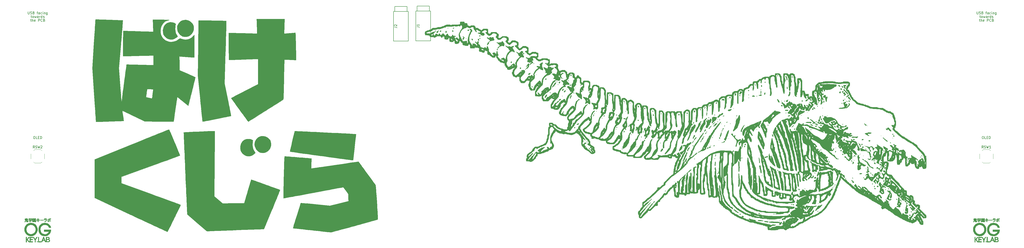
<source format=gbr>
G04 #@! TF.GenerationSoftware,KiCad,Pcbnew,(5.1.9)-1*
G04 #@! TF.CreationDate,2021-03-29T22:20:50-07:00*
G04 #@! TF.ProjectId,umiko,62616b65-6b75-46a6-9972-612e6b696361,0.3*
G04 #@! TF.SameCoordinates,Original*
G04 #@! TF.FileFunction,Legend,Top*
G04 #@! TF.FilePolarity,Positive*
%FSLAX46Y46*%
G04 Gerber Fmt 4.6, Leading zero omitted, Abs format (unit mm)*
G04 Created by KiCad (PCBNEW (5.1.9)-1) date 2021-03-29 22:20:50*
%MOMM*%
%LPD*%
G01*
G04 APERTURE LIST*
%ADD10C,0.010000*%
%ADD11C,0.150000*%
%ADD12C,0.120000*%
G04 APERTURE END LIST*
D10*
G36*
X204138017Y-41285142D02*
G01*
X204427968Y-41310292D01*
X204625250Y-41355148D01*
X204669733Y-41381600D01*
X204747590Y-41539535D01*
X204771333Y-41706066D01*
X204780367Y-41833721D01*
X204835393Y-41895400D01*
X204978304Y-41908182D01*
X205225522Y-41891267D01*
X205499626Y-41877793D01*
X205662624Y-41905285D01*
X205770771Y-41988934D01*
X205818189Y-42051307D01*
X205918622Y-42281125D01*
X205956667Y-42524893D01*
X205983731Y-42729548D01*
X206089844Y-42828992D01*
X206164861Y-42853027D01*
X206366069Y-42939494D01*
X206471561Y-43023974D01*
X206646954Y-43121356D01*
X206885235Y-43134970D01*
X207104109Y-43068194D01*
X207189341Y-42994500D01*
X207280528Y-42916227D01*
X207437768Y-42870431D01*
X207699269Y-42849770D01*
X207960675Y-42846334D01*
X208306765Y-42851950D01*
X208538307Y-42878241D01*
X208709962Y-42939366D01*
X208876391Y-43049484D01*
X208941164Y-43100334D01*
X209156743Y-43307019D01*
X209248744Y-43500714D01*
X209258612Y-43608334D01*
X209266697Y-43758928D01*
X209320315Y-43830039D01*
X209463386Y-43845459D01*
X209674292Y-43833512D01*
X209970202Y-43833429D01*
X210160784Y-43892668D01*
X210247006Y-43960512D01*
X210446444Y-44114637D01*
X210635661Y-44220352D01*
X210800334Y-44320088D01*
X210867334Y-44410852D01*
X210939778Y-44475858D01*
X211079000Y-44497333D01*
X211298005Y-44556220D01*
X211460000Y-44666667D01*
X211596341Y-44789690D01*
X211671667Y-44836000D01*
X211749687Y-44781029D01*
X211907035Y-44639057D01*
X212052667Y-44497334D01*
X212391334Y-44158667D01*
X213224878Y-44158667D01*
X213676811Y-44165725D01*
X213986388Y-44203479D01*
X214180484Y-44296801D01*
X214285976Y-44470564D01*
X214329740Y-44749637D01*
X214338653Y-45158894D01*
X214338667Y-45189378D01*
X214353456Y-45619735D01*
X214409431Y-45908739D01*
X214524005Y-46082693D01*
X214714589Y-46167901D01*
X214998596Y-46190665D01*
X215001500Y-46190667D01*
X215232381Y-46175738D01*
X215336066Y-46119473D01*
X215354667Y-46040172D01*
X215401662Y-45858101D01*
X215486468Y-45701506D01*
X215552305Y-45622402D01*
X215639605Y-45569213D01*
X215780070Y-45536829D01*
X216005406Y-45520142D01*
X216347317Y-45514042D01*
X216654118Y-45513334D01*
X217689967Y-45513334D01*
X217989263Y-45830834D01*
X218196071Y-46035110D01*
X218382982Y-46195006D01*
X218451446Y-46242228D01*
X218547288Y-46331640D01*
X218597264Y-46488522D01*
X218613902Y-46758465D01*
X218614334Y-46834894D01*
X218605387Y-47125353D01*
X218569228Y-47292743D01*
X218491881Y-47382811D01*
X218438313Y-47411009D01*
X218341258Y-47464735D01*
X218334606Y-47530194D01*
X218431439Y-47645582D01*
X218561422Y-47770500D01*
X218784862Y-47948657D01*
X218923769Y-47982353D01*
X218944876Y-47968324D01*
X219090955Y-47901030D01*
X219226565Y-47884000D01*
X219421260Y-47814268D01*
X219661585Y-47621564D01*
X219735314Y-47545334D01*
X220046700Y-47206667D01*
X220947228Y-47206667D01*
X221359004Y-47210349D01*
X221636515Y-47225054D01*
X221814738Y-47256267D01*
X221928651Y-47309474D01*
X221996720Y-47371270D01*
X222179939Y-47509144D01*
X222325222Y-47561770D01*
X222518829Y-47670983D01*
X222651838Y-47921744D01*
X222715283Y-48294333D01*
X222719419Y-48428877D01*
X222685996Y-48775248D01*
X222576423Y-49003881D01*
X222561065Y-49021543D01*
X222407791Y-49231994D01*
X222334243Y-49420761D01*
X222350602Y-49547368D01*
X222421285Y-49577334D01*
X222567702Y-49645921D01*
X222605382Y-49704334D01*
X222723847Y-49802763D01*
X222937901Y-49830360D01*
X223190855Y-49790358D01*
X223426022Y-49685991D01*
X223469312Y-49655050D01*
X223669249Y-49447274D01*
X223821885Y-49210550D01*
X223888763Y-49081747D01*
X223965594Y-49001364D01*
X224091224Y-48956260D01*
X224304499Y-48933295D01*
X224644265Y-48919327D01*
X224686967Y-48917911D01*
X225047740Y-48909800D01*
X225277594Y-48918989D01*
X225414610Y-48952151D01*
X225496871Y-49015962D01*
X225532282Y-49066077D01*
X225708439Y-49206762D01*
X225923960Y-49238667D01*
X226142240Y-49269728D01*
X226242790Y-49377148D01*
X226250891Y-49403243D01*
X226360961Y-49547093D01*
X226475797Y-49593743D01*
X226564215Y-49618435D01*
X226618163Y-49684645D01*
X226646079Y-49826955D01*
X226656398Y-50079944D01*
X226657667Y-50339334D01*
X226655195Y-50688622D01*
X226641492Y-50903455D01*
X226607129Y-51018702D01*
X226542675Y-51069232D01*
X226455301Y-51087610D01*
X226252936Y-51116221D01*
X226455301Y-51216541D01*
X226626467Y-51378846D01*
X226684630Y-51595894D01*
X226775197Y-51889874D01*
X226959599Y-52105760D01*
X227199298Y-52200756D01*
X227230460Y-52202000D01*
X227399611Y-52139176D01*
X227652033Y-51961805D01*
X227956109Y-51694000D01*
X228489965Y-51186000D01*
X229105860Y-51186000D01*
X229447258Y-51194334D01*
X229665180Y-51225987D01*
X229804953Y-51290940D01*
X229875000Y-51355334D01*
X230057018Y-51484664D01*
X230210607Y-51524667D01*
X230441423Y-51567773D01*
X230600872Y-51712752D01*
X230705570Y-51983091D01*
X230760691Y-52302314D01*
X230784702Y-52681280D01*
X230772389Y-53074623D01*
X230728679Y-53426925D01*
X230658502Y-53682770D01*
X230633599Y-53731503D01*
X230654326Y-53838678D01*
X230780269Y-53979811D01*
X230963475Y-54116656D01*
X231155993Y-54210967D01*
X231260250Y-54231325D01*
X231434283Y-54178969D01*
X231674546Y-54039016D01*
X231864667Y-53895334D01*
X232269167Y-53556667D01*
X233039866Y-53556667D01*
X233412637Y-53560817D01*
X233652943Y-53578002D01*
X233797549Y-53615326D01*
X233883220Y-53679890D01*
X233916316Y-53726000D01*
X234100103Y-53867241D01*
X234281100Y-53895333D01*
X234481390Y-53914048D01*
X234614648Y-53988596D01*
X234693979Y-54146579D01*
X234732486Y-54415601D01*
X234743274Y-54823267D01*
X234743334Y-54869000D01*
X234734946Y-55288918D01*
X234700057Y-55568280D01*
X234624074Y-55735445D01*
X234492406Y-55818769D01*
X234290460Y-55846613D01*
X234239567Y-55848034D01*
X234055447Y-55856411D01*
X234024639Y-55879977D01*
X234129500Y-55929972D01*
X234276115Y-56019257D01*
X234320000Y-56090090D01*
X234374990Y-56200676D01*
X234509919Y-56362965D01*
X234535515Y-56389152D01*
X234678815Y-56509355D01*
X234840521Y-56574720D01*
X235076993Y-56601030D01*
X235305111Y-56604667D01*
X235620959Y-56595978D01*
X235818106Y-56560925D01*
X235946696Y-56486023D01*
X236013571Y-56414167D01*
X236084866Y-56337704D01*
X236173344Y-56284985D01*
X236309208Y-56251615D01*
X236522665Y-56233202D01*
X236843919Y-56225350D01*
X237303176Y-56223668D01*
X237323213Y-56223667D01*
X237788468Y-56225276D01*
X238114325Y-56232949D01*
X238330712Y-56250957D01*
X238467553Y-56283569D01*
X238554777Y-56335057D01*
X238621738Y-56408950D01*
X238837691Y-56565543D01*
X239061334Y-56620617D01*
X239357667Y-56647000D01*
X239381813Y-57516459D01*
X239390784Y-57908375D01*
X239387569Y-58164372D01*
X239366213Y-58317752D01*
X239320764Y-58401815D01*
X239245266Y-58449860D01*
X239212480Y-58463593D01*
X239097768Y-58516293D01*
X239124303Y-58539179D01*
X239294167Y-58546633D01*
X239582877Y-58487358D01*
X239738667Y-58382667D01*
X239824470Y-58312556D01*
X239937475Y-58264820D01*
X240109168Y-58235260D01*
X240371039Y-58219679D01*
X240754574Y-58213879D01*
X241008667Y-58213333D01*
X241475081Y-58216516D01*
X241802593Y-58228451D01*
X242021556Y-58252718D01*
X242162322Y-58292897D01*
X242255245Y-58352567D01*
X242264930Y-58361500D01*
X242456512Y-58519022D01*
X242582430Y-58602956D01*
X242703248Y-58760321D01*
X242768161Y-59030760D01*
X242771296Y-59365577D01*
X242713743Y-59691601D01*
X242675291Y-59916571D01*
X242705406Y-60035483D01*
X242709009Y-60037998D01*
X242766776Y-60149940D01*
X242786667Y-60314631D01*
X242852656Y-60543510D01*
X242956000Y-60649018D01*
X243097028Y-60831823D01*
X243125334Y-61008051D01*
X243135153Y-61159713D01*
X243194177Y-61234222D01*
X243346759Y-61258963D01*
X243535545Y-61261334D01*
X243842891Y-61235374D01*
X244040344Y-61146898D01*
X244099000Y-61092000D01*
X244208165Y-61002533D01*
X244363307Y-60950701D01*
X244608270Y-60927239D01*
X244900214Y-60922667D01*
X245548184Y-60922667D01*
X245797259Y-61257029D01*
X245977166Y-61459356D01*
X246149977Y-61591952D01*
X246215667Y-61616863D01*
X246314584Y-61657162D01*
X246371418Y-61767592D01*
X246401661Y-61988915D01*
X246410392Y-62129167D01*
X246430364Y-62403729D01*
X246466549Y-62549421D01*
X246538501Y-62606672D01*
X246645856Y-62616000D01*
X246867243Y-62538618D01*
X247133653Y-62313204D01*
X247167314Y-62277334D01*
X247478700Y-61938667D01*
X248175882Y-61938667D01*
X248541017Y-61945582D01*
X248774660Y-61970900D01*
X248914257Y-62021477D01*
X248984988Y-62086834D01*
X249155177Y-62253402D01*
X249264955Y-62328392D01*
X249360999Y-62415625D01*
X249422442Y-62573637D01*
X249461837Y-62842849D01*
X249475334Y-63005725D01*
X249538296Y-63456990D01*
X249648953Y-63773843D01*
X249801827Y-63944010D01*
X249905911Y-63970667D01*
X250083473Y-63899181D01*
X250249895Y-63726533D01*
X250351391Y-63515436D01*
X250361735Y-63439174D01*
X250439038Y-63258456D01*
X250597167Y-63127692D01*
X250780505Y-63045081D01*
X250928891Y-63061163D01*
X251062834Y-63129090D01*
X251248439Y-63298540D01*
X251288944Y-63446590D01*
X251335699Y-63600900D01*
X251432310Y-63632000D01*
X251602444Y-63694942D01*
X251694321Y-63780167D01*
X251864438Y-63946810D01*
X251974289Y-64022017D01*
X252050354Y-64082065D01*
X252101368Y-64182960D01*
X252133667Y-64357521D01*
X252153589Y-64638572D01*
X252166365Y-65016850D01*
X252180557Y-65422213D01*
X252200685Y-65686584D01*
X252231904Y-65838305D01*
X252279367Y-65905715D01*
X252330241Y-65918000D01*
X252487943Y-65972832D01*
X252666043Y-66102092D01*
X252862000Y-66286184D01*
X252862000Y-65951598D01*
X252895387Y-65681970D01*
X252977389Y-65454871D01*
X252993801Y-65428839D01*
X253060527Y-65348912D01*
X253149160Y-65295484D01*
X253291887Y-65263258D01*
X253520895Y-65246935D01*
X253868370Y-65241214D01*
X254136801Y-65240667D01*
X254583685Y-65244428D01*
X254893251Y-65258414D01*
X255097404Y-65286676D01*
X255228048Y-65333264D01*
X255303596Y-65388833D01*
X255495218Y-65546551D01*
X255621096Y-65630697D01*
X255692521Y-65690591D01*
X255741306Y-65793278D01*
X255772975Y-65970123D01*
X255793053Y-66252490D01*
X255807063Y-66671744D01*
X255807505Y-66689030D01*
X255816118Y-67108189D01*
X255813319Y-67392011D01*
X255794110Y-67574372D01*
X255753494Y-67689147D01*
X255686474Y-67770210D01*
X255642443Y-67807919D01*
X255515822Y-67973420D01*
X255545884Y-68117977D01*
X255720019Y-68224277D01*
X255980683Y-68272298D01*
X256289070Y-68341222D01*
X256454918Y-68475962D01*
X256519027Y-68553618D01*
X256558832Y-68544552D01*
X256582666Y-68424233D01*
X256598861Y-68168135D01*
X256604525Y-68035534D01*
X256625714Y-67700628D01*
X256663008Y-67494586D01*
X256727373Y-67377017D01*
X256797712Y-67323870D01*
X256989325Y-67178154D01*
X257077679Y-67082167D01*
X257166641Y-67006459D01*
X257317661Y-66960984D01*
X257567802Y-66939077D01*
X257901489Y-66934000D01*
X258256856Y-66938634D01*
X258480798Y-66957851D01*
X258611095Y-66999621D01*
X258685526Y-67071918D01*
X258704000Y-67103334D01*
X258850534Y-67236225D01*
X259085000Y-67272667D01*
X259317560Y-67312214D01*
X259462506Y-67447068D01*
X259535280Y-67701549D01*
X259551915Y-68007934D01*
X259555913Y-68243668D01*
X259573399Y-68330318D01*
X259615526Y-68288117D01*
X259659980Y-68204000D01*
X259724570Y-68100150D01*
X259816084Y-68035197D01*
X259973444Y-67997962D01*
X260235572Y-67977266D01*
X260484232Y-67967259D01*
X260849371Y-67960087D01*
X261085034Y-67973446D01*
X261230443Y-68013207D01*
X261324819Y-68085239D01*
X261332802Y-68094259D01*
X261513705Y-68260920D01*
X261629135Y-68339647D01*
X261774770Y-68488862D01*
X261820230Y-68605972D01*
X261901754Y-68796049D01*
X262010730Y-68927947D01*
X262064961Y-68987240D01*
X262105812Y-69068850D01*
X262135162Y-69195474D01*
X262154892Y-69389810D01*
X262166882Y-69674557D01*
X262173012Y-70072411D01*
X262175163Y-70606071D01*
X262175334Y-70915038D01*
X262176379Y-71523940D01*
X262180766Y-71986955D01*
X262190377Y-72327525D01*
X262207089Y-72569090D01*
X262232782Y-72735090D01*
X262269336Y-72848966D01*
X262318630Y-72934159D01*
X262339437Y-72961788D01*
X262454860Y-73194098D01*
X262527714Y-73508983D01*
X262535843Y-73587040D01*
X262545683Y-73628896D01*
X262555647Y-73518885D01*
X262565156Y-73274471D01*
X262573629Y-72913121D01*
X262580484Y-72452299D01*
X262583406Y-72156601D01*
X262592320Y-71555207D01*
X262607847Y-71032097D01*
X262628855Y-70609378D01*
X262654212Y-70309160D01*
X262682786Y-70153551D01*
X262686312Y-70145767D01*
X262747075Y-70067886D01*
X262851530Y-70019208D01*
X263034945Y-69993142D01*
X263332588Y-69983091D01*
X263562190Y-69982000D01*
X263945447Y-69986692D01*
X264198018Y-70005385D01*
X264358403Y-70045004D01*
X264465100Y-70112472D01*
X264503667Y-70151334D01*
X264669560Y-70279539D01*
X264800000Y-70320667D01*
X264965598Y-70379679D01*
X265083211Y-70475500D01*
X265134958Y-70554945D01*
X265172488Y-70678340D01*
X265197947Y-70870752D01*
X265213477Y-71157242D01*
X265221225Y-71562876D01*
X265223333Y-72112717D01*
X265223334Y-72113378D01*
X265224835Y-72653790D01*
X265230995Y-73050424D01*
X265244297Y-73328822D01*
X265267224Y-73514525D01*
X265302258Y-73633076D01*
X265351884Y-73710015D01*
X265381418Y-73739487D01*
X265440841Y-73786468D01*
X265484106Y-73788548D01*
X265514791Y-73723930D01*
X265536474Y-73570820D01*
X265552734Y-73307422D01*
X265567148Y-72911939D01*
X265578166Y-72540996D01*
X265595152Y-72076289D01*
X265616828Y-71668305D01*
X265640998Y-71348432D01*
X265665466Y-71148059D01*
X265679079Y-71098720D01*
X265803213Y-71043183D01*
X266090538Y-71009422D01*
X266536241Y-70998000D01*
X266537685Y-70998000D01*
X266915617Y-71001669D01*
X267159664Y-71017175D01*
X267305195Y-71051273D01*
X267387582Y-71110715D01*
X267424667Y-71167334D01*
X267547209Y-71302240D01*
X267641970Y-71336667D01*
X267777074Y-71405681D01*
X267823023Y-71478366D01*
X267926518Y-71652686D01*
X268019897Y-71762563D01*
X268112898Y-71943769D01*
X268186991Y-72266728D01*
X268238941Y-72704588D01*
X268265517Y-73230496D01*
X268264201Y-73791503D01*
X268269332Y-74227012D01*
X268311450Y-74505050D01*
X268354342Y-74594335D01*
X268450034Y-74767597D01*
X268527467Y-74999022D01*
X268562851Y-75123292D01*
X268584306Y-75117563D01*
X268596171Y-74967488D01*
X268601334Y-74754867D01*
X268589137Y-74406577D01*
X268535033Y-74197707D01*
X268483000Y-74130667D01*
X268399032Y-73972417D01*
X268357609Y-73716526D01*
X268358733Y-73429256D01*
X268402403Y-73176865D01*
X268483000Y-73030000D01*
X268591679Y-72862833D01*
X268610000Y-72765633D01*
X268685653Y-72524898D01*
X268902821Y-72358588D01*
X269246820Y-72275743D01*
X269418376Y-72268000D01*
X269715415Y-72281721D01*
X269907440Y-72336242D01*
X270057493Y-72451604D01*
X270084252Y-72479667D01*
X270233387Y-72622983D01*
X270335815Y-72690554D01*
X270341813Y-72691334D01*
X270489819Y-72760398D01*
X270659669Y-72930838D01*
X270808556Y-73147525D01*
X270893669Y-73355331D01*
X270900441Y-73410725D01*
X270904882Y-73665000D01*
X271037768Y-73474500D01*
X271246340Y-73313096D01*
X271428827Y-73284000D01*
X271662106Y-73243730D01*
X271826222Y-73158006D01*
X272011584Y-73048600D01*
X272219432Y-72981214D01*
X272359982Y-72970119D01*
X272500937Y-73010850D01*
X272678793Y-73122918D01*
X272930047Y-73325836D01*
X273039376Y-73419595D01*
X273605334Y-73908773D01*
X273605334Y-75043532D01*
X273607902Y-75513108D01*
X273618296Y-75845548D01*
X273640548Y-76073008D01*
X273678692Y-76227643D01*
X273736761Y-76341608D01*
X273774667Y-76393564D01*
X273897620Y-76649493D01*
X273942250Y-76960092D01*
X273906156Y-77254817D01*
X273810252Y-77440124D01*
X273723738Y-77578624D01*
X273755722Y-77728209D01*
X273785519Y-77785457D01*
X273842367Y-77960230D01*
X273896937Y-78249796D01*
X273939585Y-78599774D01*
X273948187Y-78702667D01*
X273967360Y-78933210D01*
X273982208Y-79039348D01*
X273993546Y-79012296D01*
X274002187Y-78843269D01*
X274008945Y-78523483D01*
X274014634Y-78044153D01*
X274015253Y-77978767D01*
X274026238Y-77362763D01*
X274046583Y-76908058D01*
X274076872Y-76606844D01*
X274117683Y-76451316D01*
X274130267Y-76433600D01*
X274188272Y-76318387D01*
X274130267Y-76230400D01*
X274073401Y-76093332D01*
X274036529Y-75850530D01*
X274028667Y-75663781D01*
X274034522Y-75422870D01*
X274069392Y-75251071D01*
X274159238Y-75098032D01*
X274330020Y-74913402D01*
X274500104Y-74749381D01*
X274745196Y-74521753D01*
X274922887Y-74387830D01*
X275086707Y-74322784D01*
X275290185Y-74301787D01*
X275468970Y-74300000D01*
X275788445Y-74315309D01*
X275982336Y-74367970D01*
X276078321Y-74448167D01*
X276248423Y-74614825D01*
X276358289Y-74690075D01*
X276506103Y-74826560D01*
X276555189Y-74930597D01*
X276635292Y-75101019D01*
X276745689Y-75239022D01*
X276864266Y-75441178D01*
X276912112Y-75675834D01*
X276916891Y-75951000D01*
X277017946Y-75654667D01*
X277119000Y-75358334D01*
X277881000Y-75333375D01*
X278253856Y-75325592D01*
X278495976Y-75335654D01*
X278645530Y-75369365D01*
X278740687Y-75432532D01*
X278773506Y-75469110D01*
X278957706Y-75641473D01*
X279091006Y-75729882D01*
X279168406Y-75780580D01*
X279220881Y-75854886D01*
X279253253Y-75982972D01*
X279270345Y-76195012D01*
X279276980Y-76521182D01*
X279278000Y-76899812D01*
X279281445Y-77360719D01*
X279294270Y-77683461D01*
X279320206Y-77899114D01*
X279362988Y-78038753D01*
X279426167Y-78133255D01*
X279487513Y-78227083D01*
X279531968Y-78370711D01*
X279563261Y-78592653D01*
X279585124Y-78921420D01*
X279601288Y-79385524D01*
X279604054Y-79492608D01*
X279618230Y-79972346D01*
X279635672Y-80310945D01*
X279660486Y-80536595D01*
X279696775Y-80677489D01*
X279748645Y-80761818D01*
X279794554Y-80800987D01*
X279915733Y-80963801D01*
X279955269Y-81243594D01*
X279955334Y-81258926D01*
X279993233Y-81549063D01*
X280127414Y-81761674D01*
X280167000Y-81800415D01*
X280378667Y-81996581D01*
X280378667Y-81661957D01*
X280318523Y-81322602D01*
X280209334Y-81158000D01*
X280156848Y-81097127D01*
X280116473Y-81018489D01*
X280086629Y-80900856D01*
X280065732Y-80722996D01*
X280052204Y-80463678D01*
X280044461Y-80101670D01*
X280040923Y-79615741D01*
X280040009Y-78984660D01*
X280040000Y-78884363D01*
X280040000Y-76780060D01*
X280247624Y-76556030D01*
X280375495Y-76436828D01*
X280515824Y-76369286D01*
X280720165Y-76339110D01*
X281040070Y-76332007D01*
X281055629Y-76332000D01*
X281656009Y-76332000D01*
X282139171Y-76803559D01*
X282622334Y-77275117D01*
X282650412Y-78849086D01*
X282663512Y-79434191D01*
X282680520Y-79873815D01*
X282703629Y-80191798D01*
X282735031Y-80411985D01*
X282776921Y-80558216D01*
X282814230Y-80630220D01*
X282902149Y-80864858D01*
X282963031Y-81251806D01*
X282986356Y-81569193D01*
X283015179Y-81924065D01*
X283059673Y-82216640D01*
X283112150Y-82400524D01*
X283128666Y-82428000D01*
X283227429Y-82604645D01*
X283291691Y-82794935D01*
X283348791Y-83034870D01*
X283509944Y-82829997D01*
X283556334Y-82760436D01*
X283593299Y-82669900D01*
X283622169Y-82539019D01*
X283644276Y-82348421D01*
X283660950Y-82078735D01*
X283673522Y-81710590D01*
X283683323Y-81224615D01*
X283691684Y-80601439D01*
X283697048Y-80106637D01*
X283704483Y-79350432D01*
X283713025Y-78746450D01*
X283727934Y-78277633D01*
X283754470Y-77926920D01*
X283797893Y-77677254D01*
X283863465Y-77511574D01*
X283956446Y-77412822D01*
X284082096Y-77363938D01*
X284245675Y-77347864D01*
X284452444Y-77347541D01*
X284547712Y-77348000D01*
X284844709Y-77358414D01*
X285042734Y-77406432D01*
X285211693Y-77517218D01*
X285335863Y-77631720D01*
X285530130Y-77866079D01*
X285624133Y-78078632D01*
X285628000Y-78119353D01*
X285694084Y-78322007D01*
X285797334Y-78429018D01*
X285846821Y-78466511D01*
X285885601Y-78522759D01*
X285914976Y-78616972D01*
X285936249Y-78768361D01*
X285950721Y-78996138D01*
X285959696Y-79319514D01*
X285964476Y-79757700D01*
X285966364Y-80329907D01*
X285966667Y-80926685D01*
X285967197Y-81626651D01*
X285969626Y-82176449D01*
X285975213Y-82595241D01*
X285985215Y-82902189D01*
X286000891Y-83116458D01*
X286023499Y-83257210D01*
X286054297Y-83343608D01*
X286094543Y-83394815D01*
X286130430Y-83420873D01*
X286256939Y-83575227D01*
X286328547Y-83801072D01*
X286337729Y-83791171D01*
X286347241Y-83629818D01*
X286356652Y-83334894D01*
X286365533Y-82924278D01*
X286373450Y-82415851D01*
X286379975Y-81827492D01*
X286382040Y-81581334D01*
X286388588Y-80718437D01*
X286394414Y-80009608D01*
X286400520Y-79439589D01*
X286407906Y-78993125D01*
X286417572Y-78654959D01*
X286430521Y-78409833D01*
X286447751Y-78242490D01*
X286470265Y-78137674D01*
X286499062Y-78080129D01*
X286535143Y-78054597D01*
X286579510Y-78045821D01*
X286614203Y-78041743D01*
X286779124Y-77952671D01*
X286839110Y-77851243D01*
X286881865Y-77765122D01*
X286979233Y-77715311D01*
X287169153Y-77692322D01*
X287489565Y-77686668D01*
X287497240Y-77686667D01*
X287865369Y-77698955D01*
X288105850Y-77740875D01*
X288258924Y-77820011D01*
X288274109Y-77833071D01*
X288398808Y-77930944D01*
X288469574Y-77909873D01*
X288517816Y-77833071D01*
X288583134Y-77762800D01*
X288706093Y-77718779D01*
X288920349Y-77695406D01*
X289259561Y-77687073D01*
X289396895Y-77686667D01*
X289773680Y-77690054D01*
X290016892Y-77704944D01*
X290162235Y-77738431D01*
X290245412Y-77797608D01*
X290288887Y-77863886D01*
X290343813Y-78082313D01*
X290333930Y-78266053D01*
X290284127Y-78491000D01*
X290414101Y-78258167D01*
X290540525Y-78094664D01*
X290663909Y-78025351D01*
X290665392Y-78025334D01*
X290797386Y-77958137D01*
X290878751Y-77853351D01*
X290929796Y-77779972D01*
X291009977Y-77732246D01*
X291150563Y-77705893D01*
X291382821Y-77696634D01*
X291738021Y-77700188D01*
X291961230Y-77705185D01*
X292951667Y-77729000D01*
X292977837Y-78190200D01*
X293015757Y-78504949D01*
X293094340Y-78694416D01*
X293168337Y-78766501D01*
X293226322Y-78817982D01*
X293268844Y-78895491D01*
X293298278Y-79023384D01*
X293317000Y-79226015D01*
X293327387Y-79527738D01*
X293331814Y-79952908D01*
X293332667Y-80450947D01*
X293334207Y-81011824D01*
X293340354Y-81429018D01*
X293353397Y-81728167D01*
X293375625Y-81934904D01*
X293409327Y-82074866D01*
X293456794Y-82173687D01*
X293490760Y-82221275D01*
X293616489Y-82346317D01*
X293701113Y-82369898D01*
X293702427Y-82368685D01*
X293716999Y-82272756D01*
X293730063Y-82030740D01*
X293741055Y-81665881D01*
X293749409Y-81201421D01*
X293754561Y-80660604D01*
X293756000Y-80164528D01*
X293756000Y-78013945D01*
X294031167Y-77682499D01*
X294204498Y-77492170D01*
X294343753Y-77371561D01*
X294391801Y-77349526D01*
X294498801Y-77284103D01*
X294583018Y-77178667D01*
X294734146Y-77073760D01*
X294991118Y-77012141D01*
X295295825Y-76994751D01*
X295590158Y-77022530D01*
X295816009Y-77096420D01*
X295890321Y-77157500D01*
X296060401Y-77324182D01*
X296170289Y-77399499D01*
X296224085Y-77437992D01*
X296265412Y-77499876D01*
X296296247Y-77606428D01*
X296318567Y-77778924D01*
X296334347Y-78038638D01*
X296345566Y-78406848D01*
X296354200Y-78904827D01*
X296361061Y-79452666D01*
X296370725Y-80014856D01*
X296385330Y-80512245D01*
X296403718Y-80921902D01*
X296424731Y-81220893D01*
X296447212Y-81386284D01*
X296459969Y-81412000D01*
X296599598Y-81439869D01*
X296674331Y-81465025D01*
X296717906Y-81469173D01*
X296750965Y-81431106D01*
X296774709Y-81331732D01*
X296790339Y-81151958D01*
X296799055Y-80872695D01*
X296802057Y-80474849D01*
X296800545Y-79939330D01*
X296797672Y-79503128D01*
X296794329Y-78851957D01*
X296795779Y-78350336D01*
X296803058Y-77978520D01*
X296817201Y-77716767D01*
X296839241Y-77545335D01*
X296870215Y-77444481D01*
X296908096Y-77396612D01*
X297029682Y-77247182D01*
X297099177Y-77093675D01*
X297200217Y-76904006D01*
X297374781Y-76681413D01*
X297445968Y-76607167D01*
X297615213Y-76456163D01*
X297771889Y-76373480D01*
X297977319Y-76338850D01*
X298278491Y-76332000D01*
X298587156Y-76339609D01*
X298771539Y-76370617D01*
X298876327Y-76437298D01*
X298925092Y-76509602D01*
X299020141Y-76687203D01*
X299144538Y-76509602D01*
X299282250Y-76373807D01*
X299388156Y-76332000D01*
X299518942Y-76264903D01*
X299598000Y-76162667D01*
X299663711Y-76077745D01*
X299774458Y-76026493D01*
X299968513Y-76000554D01*
X300284148Y-75991571D01*
X300384146Y-75991003D01*
X301079667Y-75988672D01*
X301291334Y-75683895D01*
X301524742Y-75363274D01*
X301716644Y-75157740D01*
X301913162Y-75037481D01*
X302160417Y-74972686D01*
X302443643Y-74939070D01*
X302757013Y-74900262D01*
X303013116Y-74851163D01*
X303154000Y-74803522D01*
X303338405Y-74697593D01*
X303403768Y-74664904D01*
X303529670Y-74571982D01*
X303714155Y-74398846D01*
X303823618Y-74284443D01*
X304009239Y-74097970D01*
X304169483Y-74001622D01*
X304375145Y-73965961D01*
X304600650Y-73961334D01*
X304951191Y-73937370D01*
X305154477Y-73863196D01*
X305188595Y-73831207D01*
X305349848Y-73733116D01*
X305450742Y-73725374D01*
X305590580Y-73687873D01*
X305812742Y-73566319D01*
X306070628Y-73386449D01*
X306086000Y-73374536D01*
X306382367Y-73160508D01*
X306624087Y-73037677D01*
X306875971Y-72977221D01*
X307012646Y-72962458D01*
X307284750Y-72949902D01*
X307443327Y-72978842D01*
X307541880Y-73062933D01*
X307570126Y-73104755D01*
X307757017Y-73255539D01*
X307915700Y-73284000D01*
X308053792Y-73273004D01*
X308122866Y-73211054D01*
X308146747Y-73054710D01*
X308149334Y-72858010D01*
X308164377Y-72582973D01*
X308217984Y-72434099D01*
X308297500Y-72378044D01*
X308439784Y-72286960D01*
X308635790Y-72115665D01*
X308743403Y-72007022D01*
X309041138Y-71689975D01*
X309949903Y-71663447D01*
X310379784Y-71645143D01*
X310660892Y-71618013D01*
X310813690Y-71578973D01*
X310858667Y-71526469D01*
X310927996Y-71408758D01*
X311006834Y-71364068D01*
X311178046Y-71257728D01*
X311284511Y-71152213D01*
X311359940Y-71083468D01*
X311475688Y-71036175D01*
X311662910Y-71005566D01*
X311952764Y-70986869D01*
X312376403Y-70975314D01*
X312448526Y-70973988D01*
X313483029Y-70955667D01*
X313483181Y-70686012D01*
X313513154Y-70394553D01*
X313590320Y-70151441D01*
X313696059Y-70004515D01*
X313757205Y-69982000D01*
X313886900Y-69917461D01*
X313959139Y-69832756D01*
X314094651Y-69732614D01*
X314344412Y-69634076D01*
X314653778Y-69550921D01*
X314968103Y-69496927D01*
X315232742Y-69485873D01*
X315301440Y-69494297D01*
X315505998Y-69483448D01*
X315609830Y-69419823D01*
X315731227Y-69320071D01*
X315782332Y-69304667D01*
X315878222Y-69246953D01*
X316042563Y-69098589D01*
X316170648Y-68966000D01*
X316351886Y-68779956D01*
X316502475Y-68678609D01*
X316686307Y-68636303D01*
X316967270Y-68627380D01*
X317013966Y-68627334D01*
X317322571Y-68636817D01*
X317508370Y-68673386D01*
X317617237Y-68749223D01*
X317651649Y-68796667D01*
X317827506Y-68935643D01*
X317985922Y-68966000D01*
X318138579Y-68945628D01*
X318210749Y-68851828D01*
X318240723Y-68648500D01*
X318273478Y-68437206D01*
X318355115Y-68340902D01*
X318531919Y-68305265D01*
X318533301Y-68305130D01*
X318773384Y-68234665D01*
X318948590Y-68114630D01*
X319120249Y-67999462D01*
X319388697Y-67952813D01*
X319507789Y-67950000D01*
X319758375Y-67939712D01*
X319881291Y-67898262D01*
X319917512Y-67809773D01*
X319918000Y-67791034D01*
X319979482Y-67607143D01*
X320053820Y-67519347D01*
X320193008Y-67349456D01*
X320264216Y-67210477D01*
X320377215Y-67035735D01*
X320481762Y-66959465D01*
X320653220Y-66857199D01*
X320779366Y-66749968D01*
X320950757Y-66646392D01*
X321222096Y-66600257D01*
X321399667Y-66595334D01*
X321865334Y-66595334D01*
X321865334Y-66227456D01*
X321894667Y-65931262D01*
X321998900Y-65731232D01*
X322202385Y-65610633D01*
X322529472Y-65552736D01*
X322865275Y-65540421D01*
X323219951Y-65530367D01*
X323444148Y-65499661D01*
X323576219Y-65440672D01*
X323626968Y-65388834D01*
X323765289Y-65268537D01*
X323853637Y-65240667D01*
X323972227Y-65179733D01*
X324141376Y-65025103D01*
X324229541Y-64925400D01*
X324416595Y-64726049D01*
X324592043Y-64631916D01*
X324832694Y-64603797D01*
X324860907Y-64603151D01*
X325111564Y-64577972D01*
X325302832Y-64489855D01*
X325508963Y-64302724D01*
X325534447Y-64275909D01*
X325790695Y-64049879D01*
X326051902Y-63935677D01*
X326200412Y-63908396D01*
X326440087Y-63854467D01*
X326604501Y-63775950D01*
X326632041Y-63746571D01*
X326724024Y-63687140D01*
X326929815Y-63650544D01*
X327271530Y-63633829D01*
X327489547Y-63632000D01*
X327864825Y-63635406D01*
X328108622Y-63650827D01*
X328258738Y-63686068D01*
X328352971Y-63748932D01*
X328412232Y-63822500D01*
X328545118Y-64013000D01*
X328549559Y-63816934D01*
X328608918Y-63529532D01*
X328756162Y-63344772D01*
X328924857Y-63293334D01*
X329129651Y-63232559D01*
X329273667Y-63124000D01*
X329392711Y-63029197D01*
X329564567Y-62976991D01*
X329836407Y-62956471D01*
X330005738Y-62954667D01*
X330327021Y-62962450D01*
X330523083Y-62993006D01*
X330637613Y-63057139D01*
X330690316Y-63124000D01*
X330806014Y-63268092D01*
X330880562Y-63256703D01*
X330918120Y-63085624D01*
X330924667Y-62886933D01*
X330944697Y-62625337D01*
X330995418Y-62429049D01*
X331026267Y-62378933D01*
X331170242Y-62324288D01*
X331459356Y-62289483D01*
X331868133Y-62277334D01*
X332243852Y-62283422D01*
X332486873Y-62305898D01*
X332633530Y-62351080D01*
X332720158Y-62425285D01*
X332720321Y-62425500D01*
X332890556Y-62592020D01*
X333000289Y-62666873D01*
X333133950Y-62815555D01*
X333196897Y-63002749D01*
X333272423Y-63221580D01*
X333387397Y-63358844D01*
X333461567Y-63430323D01*
X333509202Y-63542461D01*
X333535930Y-63729483D01*
X333547383Y-64025613D01*
X333549334Y-64343345D01*
X333553103Y-64746716D01*
X333568385Y-65016895D01*
X333601139Y-65189935D01*
X333657325Y-65301887D01*
X333718667Y-65367667D01*
X333817912Y-65495490D01*
X333870136Y-65682465D01*
X333887600Y-65978224D01*
X333888000Y-66053126D01*
X333901286Y-66392172D01*
X333948294Y-66585667D01*
X334039748Y-66655822D01*
X334167660Y-66632350D01*
X334207572Y-66595524D01*
X334237882Y-66506807D01*
X334259637Y-66346960D01*
X334273881Y-66096747D01*
X334281661Y-65736929D01*
X334284023Y-65248270D01*
X334282011Y-64611532D01*
X334281596Y-64536575D01*
X334281054Y-63960611D01*
X334285773Y-63438519D01*
X334295110Y-62994961D01*
X334308419Y-62654598D01*
X334325054Y-62442092D01*
X334337960Y-62383167D01*
X334453327Y-62325724D01*
X334716776Y-62290895D01*
X335137645Y-62277552D01*
X335213257Y-62277334D01*
X335591030Y-62280510D01*
X335832489Y-62294292D01*
X335970601Y-62325062D01*
X336038335Y-62379199D01*
X336063557Y-62441909D01*
X336173628Y-62585760D01*
X336288464Y-62632409D01*
X336418012Y-62691819D01*
X336491739Y-62851939D01*
X336518304Y-62997000D01*
X336566274Y-63335667D01*
X336602970Y-63047872D01*
X336683199Y-62800616D01*
X336807712Y-62666872D01*
X336999400Y-62521362D01*
X337087679Y-62425500D01*
X337249779Y-62327620D01*
X337514439Y-62274760D01*
X337822405Y-62266420D01*
X338114423Y-62302096D01*
X338331239Y-62381288D01*
X338392587Y-62436553D01*
X338554400Y-62579725D01*
X338672554Y-62627815D01*
X338782337Y-62684254D01*
X338841351Y-62828764D01*
X338866427Y-63051995D01*
X338934337Y-63401437D01*
X339056927Y-63593523D01*
X339125309Y-63671594D01*
X339171876Y-63780420D01*
X339200710Y-63950877D01*
X339215893Y-64213841D01*
X339221506Y-64600189D01*
X339222000Y-64842289D01*
X339224778Y-65302589D01*
X339235497Y-65622793D01*
X339257739Y-65832080D01*
X339295084Y-65959630D01*
X339351113Y-66034623D01*
X339370167Y-66049836D01*
X339423259Y-66106904D01*
X339463997Y-66205907D01*
X339495069Y-66370314D01*
X339519161Y-66623592D01*
X339538961Y-66989211D01*
X339557155Y-67490637D01*
X339565115Y-67752503D01*
X339581111Y-68260401D01*
X339594577Y-68602464D01*
X339605837Y-68782165D01*
X339615211Y-68802978D01*
X339623022Y-68668376D01*
X339628615Y-68437551D01*
X339639343Y-68028075D01*
X339657617Y-67754753D01*
X339689515Y-67584411D01*
X339741117Y-67483877D01*
X339814667Y-67422351D01*
X339876160Y-67373931D01*
X339920681Y-67300393D01*
X339950950Y-67176515D01*
X339969690Y-66977072D01*
X339979622Y-66676841D01*
X339983470Y-66250598D01*
X339984000Y-65853205D01*
X339984000Y-64389809D01*
X340201179Y-64307238D01*
X340469204Y-64246939D01*
X340798129Y-64227576D01*
X341113401Y-64248818D01*
X341340467Y-64310334D01*
X341344233Y-64312312D01*
X341476409Y-64437747D01*
X341508000Y-64532924D01*
X341559576Y-64680963D01*
X341686906Y-64876905D01*
X341719667Y-64917441D01*
X341931334Y-65168992D01*
X341931334Y-69304667D01*
X342351688Y-69304667D01*
X342673446Y-69341048D01*
X342862343Y-69463185D01*
X342941347Y-69690564D01*
X342947334Y-69810080D01*
X342993147Y-70012534D01*
X343084169Y-70196795D01*
X343171899Y-70397105D01*
X343182198Y-70553650D01*
X343180116Y-70627126D01*
X343242062Y-70671460D01*
X343399204Y-70693787D01*
X343682707Y-70701246D01*
X343828529Y-70701667D01*
X344513667Y-70701667D01*
X344538395Y-71357834D01*
X344555545Y-71666918D01*
X344578830Y-71897679D01*
X344603840Y-72009415D01*
X344609490Y-72014000D01*
X344694045Y-71957644D01*
X344796429Y-71853467D01*
X344999548Y-71728923D01*
X345351788Y-71655353D01*
X345420615Y-71648250D01*
X345726341Y-71632733D01*
X345929144Y-71663497D01*
X346091752Y-71751709D01*
X346119115Y-71772595D01*
X346266095Y-71880401D01*
X346323993Y-71882694D01*
X346334000Y-71786512D01*
X346267786Y-71622340D01*
X346164667Y-71525649D01*
X346089314Y-71462916D01*
X346040182Y-71365424D01*
X346011795Y-71200071D01*
X345998675Y-70933753D01*
X345995342Y-70533370D01*
X345995334Y-70502405D01*
X346005799Y-70021842D01*
X346044026Y-69685889D01*
X346120266Y-69470732D01*
X346244767Y-69352556D01*
X346427777Y-69307546D01*
X346510801Y-69304667D01*
X346715646Y-69238477D01*
X346822351Y-69135334D01*
X346967599Y-69001209D01*
X347085209Y-68966000D01*
X347201999Y-68886745D01*
X347284771Y-68647587D01*
X347333960Y-68246439D01*
X347336350Y-68163360D01*
X347915441Y-68163360D01*
X347923345Y-68483517D01*
X347924927Y-68521500D01*
X347942800Y-68849583D01*
X347964599Y-69117984D01*
X347986085Y-69276302D01*
X347989475Y-69288867D01*
X348051346Y-69376571D01*
X348118890Y-69314192D01*
X348182087Y-69120249D01*
X348226746Y-68850376D01*
X348251824Y-68430419D01*
X348220967Y-68112064D01*
X348138431Y-67917330D01*
X348036272Y-67865334D01*
X347966281Y-67887403D01*
X347927879Y-67975700D01*
X347915441Y-68163360D01*
X347336350Y-68163360D01*
X347350000Y-67688984D01*
X347363940Y-67379736D01*
X347365209Y-67374956D01*
X348221381Y-67374956D01*
X348236708Y-67438291D01*
X348348841Y-67522723D01*
X348456557Y-67447668D01*
X348486717Y-67385509D01*
X348496974Y-67227997D01*
X348466787Y-67170254D01*
X348368635Y-67160325D01*
X348269184Y-67249120D01*
X348221381Y-67374956D01*
X347365209Y-67374956D01*
X347413544Y-67193025D01*
X347505897Y-67086968D01*
X347671052Y-66922141D01*
X347762876Y-66785834D01*
X347799169Y-66736003D01*
X348627264Y-66736003D01*
X348635137Y-66888165D01*
X348757568Y-67031750D01*
X348874000Y-67090647D01*
X349067316Y-67186849D01*
X349116094Y-67313908D01*
X349030305Y-67510723D01*
X348995646Y-67565289D01*
X348923599Y-67694612D01*
X348936406Y-67788576D01*
X349056232Y-67896478D01*
X349184634Y-67985643D01*
X349478302Y-68152505D01*
X349702908Y-68191133D01*
X349897134Y-68103928D01*
X349974667Y-68034667D01*
X350100041Y-67869759D01*
X350144000Y-67745389D01*
X350207257Y-67614348D01*
X350249834Y-67589824D01*
X350309569Y-67532491D01*
X350239872Y-67413927D01*
X350239467Y-67413435D01*
X350156546Y-67345593D01*
X351329334Y-67345593D01*
X351399776Y-67386331D01*
X351541000Y-67378056D01*
X351699634Y-67336702D01*
X351752667Y-67305130D01*
X351679987Y-67280697D01*
X351541000Y-67272667D01*
X351381826Y-67297653D01*
X351329334Y-67345593D01*
X350156546Y-67345593D01*
X350096536Y-67296497D01*
X349921870Y-67291947D01*
X349667431Y-67398179D01*
X349496546Y-67475099D01*
X349412527Y-67460602D01*
X349367370Y-67377012D01*
X349316062Y-67168906D01*
X349303284Y-67041785D01*
X349230068Y-66860800D01*
X349063684Y-66703954D01*
X348867244Y-66618508D01*
X348747654Y-66625700D01*
X348627264Y-66736003D01*
X347799169Y-66736003D01*
X347868036Y-66641448D01*
X347945646Y-66595334D01*
X348046018Y-66539687D01*
X348219241Y-66396134D01*
X348366000Y-66256667D01*
X348704667Y-65918000D01*
X349438833Y-65918000D01*
X349827264Y-65910248D01*
X350085286Y-65882773D01*
X350251297Y-65829246D01*
X350336505Y-65770031D01*
X350463231Y-65695764D01*
X350675109Y-65638799D01*
X351000625Y-65593641D01*
X351443838Y-65556482D01*
X351858687Y-65528437D01*
X352192306Y-65509489D01*
X352485089Y-65499674D01*
X352777429Y-65499025D01*
X353109719Y-65507578D01*
X353522353Y-65525369D01*
X354055725Y-65552431D01*
X354178341Y-65558849D01*
X354680395Y-65589008D01*
X355040518Y-65621263D01*
X355286096Y-65659859D01*
X355444517Y-65709041D01*
X355539675Y-65769834D01*
X355623153Y-65827039D01*
X355745367Y-65867609D01*
X355933664Y-65894262D01*
X356215389Y-65909718D01*
X356617889Y-65916695D01*
X357029834Y-65918000D01*
X357535411Y-65916493D01*
X357899829Y-65909772D01*
X358151252Y-65894532D01*
X358317842Y-65867472D01*
X358427764Y-65825288D01*
X358509181Y-65764679D01*
X358532933Y-65741734D01*
X358620632Y-65667055D01*
X358727810Y-65618478D01*
X358887937Y-65591844D01*
X359134482Y-65582994D01*
X359500917Y-65587768D01*
X359725262Y-65593568D01*
X360180349Y-65610669D01*
X360493772Y-65635057D01*
X360693168Y-65670761D01*
X360806177Y-65721806D01*
X360840163Y-65756004D01*
X360992557Y-65901463D01*
X361132975Y-65993675D01*
X361231465Y-66059679D01*
X361287086Y-66154233D01*
X361309262Y-66318834D01*
X361307413Y-66594980D01*
X361302308Y-66739440D01*
X361282034Y-67081943D01*
X361246712Y-67294511D01*
X361186200Y-67416470D01*
X361112468Y-67475435D01*
X360832462Y-67702730D01*
X360671616Y-67981781D01*
X360645484Y-68139783D01*
X360578320Y-68369219D01*
X360473334Y-68477649D01*
X360338495Y-68637778D01*
X360304000Y-68774700D01*
X360339173Y-68916101D01*
X360476523Y-68964066D01*
X360541067Y-68966000D01*
X360808324Y-69023758D01*
X360952689Y-69197865D01*
X360981334Y-69385901D01*
X361047757Y-69602780D01*
X361150667Y-69708351D01*
X361290176Y-69885815D01*
X361320000Y-70047018D01*
X361385678Y-70279928D01*
X361489334Y-70385685D01*
X361628843Y-70563148D01*
X361658667Y-70724351D01*
X361724344Y-70957261D01*
X361828000Y-71063018D01*
X361968833Y-71245019D01*
X361997334Y-71418061D01*
X362038559Y-71615536D01*
X362183137Y-71805871D01*
X362336000Y-71939514D01*
X362569515Y-72164307D01*
X362667822Y-72365263D01*
X362674667Y-72438381D01*
X362743068Y-72682589D01*
X362914002Y-72870422D01*
X363135524Y-72945333D01*
X363253584Y-73002323D01*
X363458632Y-73156919D01*
X363720394Y-73384564D01*
X363970445Y-73622667D01*
X364272093Y-73917396D01*
X364487975Y-74111551D01*
X364650359Y-74225973D01*
X364791511Y-74281506D01*
X364943699Y-74298989D01*
X365019087Y-74300000D01*
X365351253Y-74345556D01*
X365553333Y-74469333D01*
X365702108Y-74572843D01*
X365916075Y-74624925D01*
X366229949Y-74638667D01*
X366531995Y-74649295D01*
X366712641Y-74689849D01*
X366818971Y-74773337D01*
X366842982Y-74808000D01*
X366962405Y-74921485D01*
X367166116Y-74970976D01*
X367338578Y-74977333D01*
X367646733Y-75008106D01*
X367845794Y-75110942D01*
X367881667Y-75146667D01*
X368079500Y-75274369D01*
X368384722Y-75315925D01*
X368402072Y-75316000D01*
X368672781Y-75341035D01*
X368831251Y-75428383D01*
X368874982Y-75485333D01*
X369051641Y-75624579D01*
X369211388Y-75654667D01*
X369438597Y-75720082D01*
X369532667Y-75824000D01*
X369575823Y-75886199D01*
X369645295Y-75930998D01*
X369766438Y-75961234D01*
X369964607Y-75979742D01*
X370265156Y-75989360D01*
X370693441Y-75992922D01*
X371046523Y-75993334D01*
X371572439Y-75994713D01*
X371955524Y-76000748D01*
X372222272Y-76014286D01*
X372399177Y-76038170D01*
X372512733Y-76075248D01*
X372589432Y-76128365D01*
X372623000Y-76162667D01*
X372705606Y-76235635D01*
X372818322Y-76284215D01*
X372994080Y-76313233D01*
X373265811Y-76327516D01*
X373666443Y-76331889D01*
X373778405Y-76332000D01*
X374209072Y-76334421D01*
X374501846Y-76344885D01*
X374688138Y-76368192D01*
X374799358Y-76409144D01*
X374866914Y-76472540D01*
X374886316Y-76501334D01*
X375056532Y-76638243D01*
X375208017Y-76670667D01*
X375441915Y-76751749D01*
X375721319Y-76994192D01*
X375735353Y-77009334D01*
X376012531Y-77256201D01*
X376245030Y-77347556D01*
X376260318Y-77348000D01*
X376473862Y-77414421D01*
X376579649Y-77517333D01*
X376669321Y-77613494D01*
X376816040Y-77665370D01*
X377065570Y-77685071D01*
X377219563Y-77686667D01*
X377524771Y-77694749D01*
X377725482Y-77733973D01*
X377886309Y-77826803D01*
X378051584Y-77975942D01*
X378299135Y-78168676D01*
X378567346Y-78309363D01*
X378656364Y-78337803D01*
X378878675Y-78419565D01*
X378994533Y-78563238D01*
X379034911Y-78686795D01*
X379136628Y-78935145D01*
X379272601Y-79129268D01*
X379407610Y-79373871D01*
X379438667Y-79606167D01*
X379481151Y-79875151D01*
X379586834Y-80080932D01*
X379680879Y-80249805D01*
X379725143Y-80514617D01*
X379731365Y-80764932D01*
X379742889Y-81090397D01*
X379789747Y-81292338D01*
X379878739Y-81412000D01*
X379946369Y-81493984D01*
X379992270Y-81626361D01*
X380021299Y-81840896D01*
X380038313Y-82169354D01*
X380046054Y-82506094D01*
X380050984Y-82926041D01*
X380045649Y-83209424D01*
X380025102Y-83388930D01*
X379984398Y-83497245D01*
X379918591Y-83567056D01*
X379881564Y-83593231D01*
X379759152Y-83707976D01*
X379775795Y-83831193D01*
X379794747Y-83863755D01*
X379846766Y-84077948D01*
X379759608Y-84264216D01*
X379607573Y-84350913D01*
X379490073Y-84424282D01*
X379442913Y-84592721D01*
X379438667Y-84713666D01*
X379465297Y-84936895D01*
X379565820Y-85136961D01*
X379771184Y-85374874D01*
X379777239Y-85381124D01*
X379989727Y-85572867D01*
X380180773Y-85699585D01*
X380275190Y-85730000D01*
X380421068Y-85793431D01*
X380599031Y-85952885D01*
X380664604Y-86031592D01*
X380853749Y-86237593D01*
X381046532Y-86385472D01*
X381097987Y-86410497D01*
X381251617Y-86510236D01*
X381301334Y-86607030D01*
X381372288Y-86722471D01*
X381470667Y-86770532D01*
X381608367Y-86863178D01*
X381640000Y-86949740D01*
X381688967Y-87067316D01*
X381735836Y-87084667D01*
X381846248Y-87141892D01*
X382017655Y-87287123D01*
X382111151Y-87381000D01*
X382302649Y-87556527D01*
X382468659Y-87662804D01*
X382523315Y-87677334D01*
X382678092Y-87733571D01*
X382825334Y-87846667D01*
X383019895Y-87974259D01*
X383189151Y-88016000D01*
X383371707Y-88079820D01*
X383605296Y-88250920D01*
X383714334Y-88354667D01*
X383995120Y-88593340D01*
X384229526Y-88692168D01*
X384260683Y-88694165D01*
X384489763Y-88774173D01*
X384757245Y-89014624D01*
X384772667Y-89032000D01*
X384979821Y-89230508D01*
X385170083Y-89350850D01*
X385246378Y-89369836D01*
X385436229Y-89430678D01*
X385577000Y-89540000D01*
X385726169Y-89666964D01*
X385831000Y-89709334D01*
X385958665Y-89766925D01*
X386085000Y-89878667D01*
X386234169Y-90005631D01*
X386339000Y-90048000D01*
X386466665Y-90105592D01*
X386593000Y-90217334D01*
X386790970Y-90348043D01*
X386965956Y-90387498D01*
X387190257Y-90461608D01*
X387448630Y-90688127D01*
X387482000Y-90725334D01*
X387704090Y-90936682D01*
X387901800Y-91051613D01*
X387964033Y-91063169D01*
X388165355Y-91128082D01*
X388261654Y-91212167D01*
X388431889Y-91378687D01*
X388541622Y-91453540D01*
X388674718Y-91602068D01*
X388738179Y-91792206D01*
X388796997Y-91992774D01*
X388886346Y-92105374D01*
X388992822Y-92227181D01*
X389006000Y-92285999D01*
X389076897Y-92396276D01*
X389175334Y-92443199D01*
X389313033Y-92535844D01*
X389344667Y-92622407D01*
X389410325Y-92739634D01*
X389474324Y-92757334D01*
X389614644Y-92825991D01*
X389654194Y-92888186D01*
X389732632Y-93005233D01*
X389887709Y-93187187D01*
X390081273Y-93394473D01*
X390275172Y-93587517D01*
X390431252Y-93726745D01*
X390507553Y-93773334D01*
X390597680Y-93834028D01*
X390757368Y-93990414D01*
X390952959Y-94203948D01*
X391150796Y-94436082D01*
X391317221Y-94648273D01*
X391418577Y-94801974D01*
X391431401Y-94831342D01*
X391534136Y-95015405D01*
X391607864Y-95089478D01*
X391707545Y-95229556D01*
X391784943Y-95449434D01*
X391788871Y-95467653D01*
X391874022Y-95693386D01*
X392030242Y-95798704D01*
X392056827Y-95805719D01*
X392265667Y-95854738D01*
X392339619Y-97771869D01*
X392358802Y-98363642D01*
X392370607Y-98933892D01*
X392374840Y-99448690D01*
X392371305Y-99874104D01*
X392359807Y-100176204D01*
X392353859Y-100246592D01*
X392316702Y-100547536D01*
X392269625Y-100726677D01*
X392187946Y-100830901D01*
X392046983Y-100907093D01*
X391994400Y-100929425D01*
X391687053Y-101019296D01*
X391372069Y-101050663D01*
X391107963Y-101022176D01*
X390970267Y-100953067D01*
X390893919Y-100796661D01*
X390868667Y-100617379D01*
X390803835Y-100387424D01*
X390699334Y-100292667D01*
X390555668Y-100123037D01*
X390517314Y-99929855D01*
X390506910Y-99757664D01*
X390493736Y-99747402D01*
X390469446Y-99889576D01*
X390356853Y-100153335D01*
X390128280Y-100304009D01*
X389803578Y-100329628D01*
X389751500Y-100322541D01*
X389429334Y-100271025D01*
X389429334Y-100575200D01*
X389393876Y-100821205D01*
X389271554Y-100962894D01*
X389247795Y-100976532D01*
X388944657Y-101050876D01*
X388611082Y-100997896D01*
X388289772Y-100842992D01*
X388023430Y-100611564D01*
X387854757Y-100329011D01*
X387817667Y-100125870D01*
X387780284Y-99853770D01*
X387694496Y-99616791D01*
X387693667Y-99615334D01*
X387614726Y-99392635D01*
X387571956Y-99108374D01*
X387569667Y-99043834D01*
X387548821Y-98789511D01*
X387494948Y-98693738D01*
X387412732Y-98760190D01*
X387353910Y-98874500D01*
X387281358Y-98986361D01*
X387158020Y-99043755D01*
X386934840Y-99063698D01*
X386804667Y-99065000D01*
X386533968Y-99058308D01*
X386379081Y-99021377D01*
X386286558Y-98928923D01*
X386216591Y-98786818D01*
X386082904Y-98582652D01*
X385949745Y-98542782D01*
X385839406Y-98663577D01*
X385785089Y-98857121D01*
X385711080Y-99165724D01*
X385608074Y-99326116D01*
X385501226Y-99361334D01*
X385387662Y-99420195D01*
X385212865Y-99571215D01*
X385089084Y-99700000D01*
X384887590Y-99903863D01*
X384716457Y-100004761D01*
X384507093Y-100037143D01*
X384414795Y-100038667D01*
X384163514Y-100016693D01*
X383978519Y-99961635D01*
X383942933Y-99937067D01*
X383899375Y-99822017D01*
X383868431Y-99570370D01*
X383849407Y-99172091D01*
X383841611Y-98617147D01*
X383841334Y-98465767D01*
X383838599Y-97933481D01*
X383829018Y-97546430D01*
X383810520Y-97280583D01*
X383781036Y-97111908D01*
X383738498Y-97016374D01*
X383714334Y-96990667D01*
X383606743Y-96846519D01*
X383587334Y-96768633D01*
X383511408Y-96678876D01*
X383338444Y-96652000D01*
X383173025Y-96669627D01*
X383095941Y-96755627D01*
X383064042Y-96959678D01*
X383063278Y-96968796D01*
X383016541Y-97200999D01*
X382913827Y-97305388D01*
X382873879Y-97316551D01*
X382649118Y-97437005D01*
X382479995Y-97670336D01*
X382405523Y-97960907D01*
X382404817Y-97985500D01*
X382339257Y-98260887D01*
X382176131Y-98480156D01*
X381956966Y-98593406D01*
X381894000Y-98599334D01*
X381774577Y-98634893D01*
X381728605Y-98771354D01*
X381724667Y-98878734D01*
X381691223Y-99130869D01*
X381571734Y-99280479D01*
X381337468Y-99349402D01*
X381089667Y-99361334D01*
X380820970Y-99342473D01*
X380616993Y-99294407D01*
X380556267Y-99259734D01*
X380511793Y-99141781D01*
X380480496Y-98884212D01*
X380461703Y-98477603D01*
X380454740Y-97912527D01*
X380454667Y-97837334D01*
X380448771Y-97289741D01*
X380443430Y-97155559D01*
X381177466Y-97155559D01*
X381240189Y-97352951D01*
X381262098Y-97388278D01*
X381419550Y-97548258D01*
X381569220Y-97568536D01*
X381673275Y-97449409D01*
X381718396Y-97246922D01*
X381724667Y-97153075D01*
X381770111Y-97031358D01*
X381932272Y-96991243D01*
X381968300Y-96990667D01*
X382228278Y-96942847D01*
X382351060Y-96797488D01*
X382338260Y-96551737D01*
X382292742Y-96417652D01*
X382219414Y-96150503D01*
X382203313Y-95903470D01*
X382208370Y-95866364D01*
X382219772Y-95700202D01*
X382136153Y-95641558D01*
X382031588Y-95636000D01*
X381810435Y-95569649D01*
X381791687Y-95551334D01*
X383121667Y-95551334D01*
X383151642Y-95614116D01*
X383286003Y-95636000D01*
X383447493Y-95607628D01*
X383502667Y-95551334D01*
X383431978Y-95481861D01*
X383338330Y-95466667D01*
X383176249Y-95505545D01*
X383121667Y-95551334D01*
X381791687Y-95551334D01*
X381705018Y-95466667D01*
X381571071Y-95333134D01*
X381468589Y-95297334D01*
X381399799Y-95329829D01*
X381356043Y-95447556D01*
X381330426Y-95680873D01*
X381318764Y-95957049D01*
X381298586Y-96319051D01*
X381263423Y-96653305D01*
X381220578Y-96891801D01*
X381216956Y-96904993D01*
X381177466Y-97155559D01*
X380443430Y-97155559D01*
X380431757Y-96862340D01*
X380404637Y-96570907D01*
X380368422Y-96431221D01*
X380364224Y-96426091D01*
X380312093Y-96288710D01*
X380297493Y-96063200D01*
X380300724Y-96006991D01*
X380293488Y-95751398D01*
X380203453Y-95583704D01*
X380144979Y-95530167D01*
X379956789Y-95411498D01*
X379820082Y-95386473D01*
X379775234Y-95445500D01*
X379771694Y-95555025D01*
X379764206Y-95788058D01*
X379754238Y-96098862D01*
X379751843Y-96173618D01*
X379730153Y-96544393D01*
X379689236Y-96779438D01*
X379622107Y-96911912D01*
X379590223Y-96940847D01*
X379461838Y-97100138D01*
X379394904Y-97262552D01*
X379296991Y-97445685D01*
X379112736Y-97656293D01*
X379013256Y-97744156D01*
X378869382Y-97855415D01*
X378741618Y-97929736D01*
X378592195Y-97974571D01*
X378383342Y-97997370D01*
X378077290Y-98005585D01*
X377682565Y-98006667D01*
X377155265Y-97997217D01*
X376794562Y-97968913D01*
X376601201Y-97921824D01*
X376576934Y-97905067D01*
X376536782Y-97800203D01*
X376507278Y-97569290D01*
X376487723Y-97200718D01*
X376477418Y-96682879D01*
X376475766Y-96313359D01*
X376921413Y-96313359D01*
X376976315Y-96465722D01*
X377040254Y-96760336D01*
X377027313Y-96983172D01*
X377003917Y-97234258D01*
X377038423Y-97440796D01*
X377118183Y-97555280D01*
X377181018Y-97560519D01*
X377270927Y-97471057D01*
X377394210Y-97276719D01*
X377473524Y-97123721D01*
X377612082Y-96886059D01*
X377754546Y-96720592D01*
X377825233Y-96677779D01*
X377940813Y-96582418D01*
X378060506Y-96346931D01*
X378066267Y-96330267D01*
X378761334Y-96330267D01*
X378816493Y-96459117D01*
X378962385Y-96465081D01*
X379130759Y-96374600D01*
X379220451Y-96236746D01*
X379210995Y-96081601D01*
X379114357Y-95982542D01*
X379065542Y-95974667D01*
X378896293Y-96047718D01*
X378780620Y-96220607D01*
X378761334Y-96330267D01*
X378066267Y-96330267D01*
X378169948Y-96030417D01*
X378283551Y-95670325D01*
X378398757Y-95318559D01*
X378486861Y-95062008D01*
X378561963Y-94733031D01*
X378508880Y-94472547D01*
X378487287Y-94447646D01*
X380028012Y-94447646D01*
X380085566Y-94577723D01*
X380252995Y-94671217D01*
X380264167Y-94674114D01*
X380518121Y-94765743D01*
X380690142Y-94856529D01*
X380844506Y-94935292D01*
X380923358Y-94941532D01*
X380936504Y-94825275D01*
X380872578Y-94644868D01*
X380764360Y-94465023D01*
X380644633Y-94350452D01*
X380618675Y-94340075D01*
X380495366Y-94255852D01*
X380457005Y-94133560D01*
X380512871Y-94041138D01*
X380575961Y-94027334D01*
X380696685Y-94097847D01*
X380751000Y-94196667D01*
X380861197Y-94334258D01*
X380963571Y-94366000D01*
X381128435Y-94430701D01*
X381254368Y-94554413D01*
X381400916Y-94701973D01*
X381618137Y-94861057D01*
X381839920Y-94988219D01*
X381992909Y-95039785D01*
X382113199Y-95015852D01*
X382183409Y-94991942D01*
X382295544Y-94868476D01*
X382319924Y-94650578D01*
X382276733Y-94454281D01*
X383247949Y-94454281D01*
X383306875Y-94565320D01*
X383429458Y-94599619D01*
X383529172Y-94516290D01*
X383545000Y-94444771D01*
X383474621Y-94330239D01*
X383396834Y-94297452D01*
X383277978Y-94333784D01*
X383247949Y-94454281D01*
X382276733Y-94454281D01*
X382261589Y-94385459D01*
X382125577Y-94120331D01*
X382084500Y-94065146D01*
X381897015Y-93853057D01*
X381787196Y-93788619D01*
X381749668Y-93871911D01*
X381772586Y-94069667D01*
X381793698Y-94277537D01*
X381747096Y-94359698D01*
X381712923Y-94364704D01*
X381497901Y-94293483D01*
X381362829Y-94079089D01*
X381341079Y-94004832D01*
X381267580Y-93841603D01*
X381117574Y-93754715D01*
X380953952Y-93719786D01*
X380687754Y-93644281D01*
X380466546Y-93528188D01*
X380444324Y-93510364D01*
X380270548Y-93402377D01*
X380165347Y-93443249D01*
X380125835Y-93636368D01*
X380136434Y-93871535D01*
X380146036Y-94120180D01*
X380126058Y-94291178D01*
X380103815Y-94331198D01*
X380028012Y-94447646D01*
X378487287Y-94447646D01*
X378313212Y-94246911D01*
X378067528Y-94082229D01*
X377728543Y-93939923D01*
X377441989Y-93920599D01*
X377232021Y-94013268D01*
X377122793Y-94206939D01*
X377138457Y-94490625D01*
X377141929Y-94503353D01*
X377175365Y-94711530D01*
X377196875Y-95021122D01*
X377201805Y-95357785D01*
X377188700Y-95696200D01*
X377154298Y-95907805D01*
X377088734Y-96034737D01*
X377031044Y-96087266D01*
X376926858Y-96189165D01*
X376921413Y-96313359D01*
X376475766Y-96313359D01*
X376475334Y-96216730D01*
X376471410Y-95715419D01*
X376460496Y-95274112D01*
X376443874Y-94920049D01*
X376422829Y-94680470D01*
X376398644Y-94582612D01*
X376398307Y-94582389D01*
X376239001Y-94562237D01*
X376108313Y-94671424D01*
X376052059Y-94870834D01*
X376052000Y-94878062D01*
X376024954Y-95070190D01*
X375967334Y-95170334D01*
X375908661Y-95283627D01*
X375882733Y-95486127D01*
X375882667Y-95497064D01*
X375830238Y-95784901D01*
X375671649Y-95941647D01*
X375490781Y-95974667D01*
X375319052Y-95993940D01*
X375196048Y-96067245D01*
X375114007Y-96217814D01*
X375065163Y-96468876D01*
X375041753Y-96843662D01*
X375036000Y-97335381D01*
X375040665Y-97743615D01*
X375053424Y-98082702D01*
X375072426Y-98321121D01*
X375095819Y-98427350D01*
X375100301Y-98430000D01*
X375190030Y-98366531D01*
X375270351Y-98260667D01*
X375358169Y-98165751D01*
X375501370Y-98113891D01*
X375745014Y-98093432D01*
X375925000Y-98091334D01*
X376238171Y-98100139D01*
X376427625Y-98134324D01*
X376538423Y-98205546D01*
X376579649Y-98260667D01*
X376702248Y-98393563D01*
X376789054Y-98430000D01*
X376932855Y-98509035D01*
X377023289Y-98739077D01*
X377057574Y-99109530D01*
X377048613Y-99417757D01*
X376997632Y-99856274D01*
X376911659Y-100131571D01*
X376869018Y-100193984D01*
X376766294Y-100411789D01*
X376729334Y-100742818D01*
X376729334Y-100743116D01*
X376708974Y-101018475D01*
X376636226Y-101179882D01*
X376560000Y-101243649D01*
X376474902Y-101318004D01*
X376423848Y-101436151D01*
X376398581Y-101637198D01*
X376390839Y-101960254D01*
X376390667Y-102045428D01*
X376390667Y-102741457D01*
X376736040Y-103083395D01*
X376939908Y-103273611D01*
X377106146Y-103376046D01*
X377303512Y-103417865D01*
X377600769Y-103426229D01*
X377603873Y-103426235D01*
X377905466Y-103435257D01*
X378101515Y-103475893D01*
X378255556Y-103570443D01*
X378395224Y-103703988D01*
X378575625Y-103926854D01*
X378700909Y-104148666D01*
X378721180Y-104208210D01*
X378812282Y-104404420D01*
X378978495Y-104643594D01*
X379074629Y-104755957D01*
X379791581Y-105512595D01*
X380434774Y-106151679D01*
X380834883Y-106524634D01*
X381082755Y-106760831D01*
X381272817Y-106964307D01*
X381375770Y-107102723D01*
X381385999Y-107132929D01*
X381443113Y-107295157D01*
X381595181Y-107532591D01*
X381813293Y-107804971D01*
X382042167Y-108046716D01*
X382207306Y-108216924D01*
X382305491Y-108337444D01*
X382317334Y-108363316D01*
X382372524Y-108451814D01*
X382502131Y-108596027D01*
X382652206Y-108741566D01*
X382768801Y-108834046D01*
X382794141Y-108844000D01*
X382916763Y-108908066D01*
X383083475Y-109066237D01*
X383251151Y-109267476D01*
X383376663Y-109460745D01*
X383418000Y-109582297D01*
X383437813Y-109703435D01*
X383527482Y-109759769D01*
X383732352Y-109775094D01*
X383785878Y-109775334D01*
X384061221Y-109797591D01*
X384247365Y-109881677D01*
X384360643Y-110053564D01*
X384417385Y-110339227D01*
X384433925Y-110764636D01*
X384434000Y-110806045D01*
X384452850Y-111251188D01*
X384515927Y-111551539D01*
X384633026Y-111728102D01*
X384813939Y-111801879D01*
X384900877Y-111807334D01*
X385070388Y-111862355D01*
X385260176Y-111994983D01*
X385263263Y-111997834D01*
X385468439Y-112188334D01*
X385596547Y-111997834D01*
X385783147Y-111855520D01*
X386050569Y-111798710D01*
X386332665Y-111828809D01*
X386563283Y-111947223D01*
X386593000Y-111976667D01*
X386748101Y-112104080D01*
X386862218Y-112146000D01*
X386990950Y-112227390D01*
X387081843Y-112466047D01*
X387132711Y-112853700D01*
X387143334Y-113209845D01*
X387152127Y-113555386D01*
X387181322Y-113756060D01*
X387235145Y-113835560D01*
X387255575Y-113839334D01*
X387448475Y-113914414D01*
X387603172Y-114103532D01*
X387700817Y-114352499D01*
X387722559Y-114607128D01*
X387649549Y-114813234D01*
X387609000Y-114855334D01*
X387489830Y-115012772D01*
X387531107Y-115136291D01*
X387724529Y-115206030D01*
X387757167Y-115209802D01*
X387940188Y-115244705D01*
X388024456Y-115337904D01*
X388057785Y-115543965D01*
X388058611Y-115553834D01*
X388099613Y-115779455D01*
X388163490Y-115866070D01*
X388233870Y-115802121D01*
X388268532Y-115702000D01*
X388319854Y-115602961D01*
X388436170Y-115551679D01*
X388661200Y-115533740D01*
X388782200Y-115532667D01*
X389112445Y-115555127D01*
X389295570Y-115620566D01*
X389319293Y-115647307D01*
X389444245Y-115774729D01*
X389577500Y-115861952D01*
X389685816Y-115941295D01*
X389743481Y-116065776D01*
X389765561Y-116283460D01*
X389768000Y-116469636D01*
X389754385Y-116784524D01*
X389709007Y-116961706D01*
X389641000Y-117026049D01*
X389528975Y-117108642D01*
X389514000Y-117149459D01*
X389571599Y-117230563D01*
X389730117Y-117407426D01*
X389968141Y-117658725D01*
X390264253Y-117963138D01*
X390597039Y-118299343D01*
X390945082Y-118646018D01*
X391286968Y-118981841D01*
X391601280Y-119285491D01*
X391866604Y-119535645D01*
X392061523Y-119710981D01*
X392164622Y-119790177D01*
X392167621Y-119791484D01*
X392257716Y-119904494D01*
X392323644Y-120129637D01*
X392356876Y-120410436D01*
X392348881Y-120690413D01*
X392323617Y-120824334D01*
X392275770Y-120962987D01*
X392198798Y-121041711D01*
X392048595Y-121080862D01*
X391781058Y-121100797D01*
X391717970Y-121103871D01*
X391181810Y-121129409D01*
X390683544Y-120617038D01*
X390389489Y-120333921D01*
X390168424Y-120169953D01*
X389994435Y-120106841D01*
X389957800Y-120104667D01*
X389730322Y-120104667D01*
X389918495Y-120236468D01*
X390077323Y-120441899D01*
X390106667Y-120597101D01*
X390172643Y-120826168D01*
X390276000Y-120931685D01*
X390415509Y-121109148D01*
X390445334Y-121270351D01*
X390511011Y-121503261D01*
X390614667Y-121609018D01*
X390754176Y-121786481D01*
X390784000Y-121947685D01*
X390849678Y-122180594D01*
X390953334Y-122286351D01*
X391042266Y-122365732D01*
X391093774Y-122493112D01*
X391117386Y-122709978D01*
X391122667Y-123023405D01*
X391117235Y-123354093D01*
X391094060Y-123557023D01*
X391042820Y-123673607D01*
X390953196Y-123745258D01*
X390941128Y-123751866D01*
X390659002Y-123819090D01*
X390336566Y-123771887D01*
X390017509Y-123634163D01*
X389745519Y-123429828D01*
X389564284Y-123182791D01*
X389514000Y-122970867D01*
X389480810Y-122868311D01*
X390371852Y-122868311D01*
X390389883Y-122937349D01*
X390488559Y-123045706D01*
X390615109Y-123058022D01*
X390695253Y-122974055D01*
X390699334Y-122938343D01*
X390638592Y-122813163D01*
X390509263Y-122736915D01*
X390390690Y-122755806D01*
X390388889Y-122757556D01*
X390371852Y-122868311D01*
X389480810Y-122868311D01*
X389432311Y-122718455D01*
X389236714Y-122502664D01*
X389029131Y-122292415D01*
X388865439Y-122073783D01*
X388841407Y-122030834D01*
X388757682Y-121922471D01*
X389770463Y-121922471D01*
X389815976Y-122060399D01*
X389852667Y-122094334D01*
X389926370Y-122214965D01*
X389937334Y-122294064D01*
X389992494Y-122480416D01*
X390038462Y-122542595D01*
X390150836Y-122586089D01*
X390227125Y-122501281D01*
X390239827Y-122328985D01*
X390226413Y-122263667D01*
X390119919Y-121972052D01*
X389992824Y-121776310D01*
X389880693Y-121713334D01*
X389794054Y-121779339D01*
X389770463Y-121922471D01*
X388757682Y-121922471D01*
X388700553Y-121848532D01*
X388555687Y-121796236D01*
X388447083Y-121873546D01*
X388413334Y-122035067D01*
X388356197Y-122298429D01*
X388199311Y-122449843D01*
X388070856Y-122475334D01*
X387912205Y-122534221D01*
X387778334Y-122644667D01*
X387612441Y-122772872D01*
X387482000Y-122814000D01*
X387320257Y-122873015D01*
X387185667Y-122983334D01*
X386945955Y-123124147D01*
X386707595Y-123152667D01*
X386440803Y-123116421D01*
X386285316Y-122996056D01*
X386277018Y-122983334D01*
X386161714Y-122871999D01*
X385965831Y-122821885D01*
X385768301Y-122814000D01*
X385446060Y-122782433D01*
X385232266Y-122677752D01*
X385196000Y-122644667D01*
X384982421Y-122517206D01*
X384772667Y-122475334D01*
X384524064Y-122417921D01*
X384349334Y-122306000D01*
X384147931Y-122177927D01*
X383969051Y-122136667D01*
X383758387Y-122070288D01*
X383652351Y-121967334D01*
X383474642Y-121827745D01*
X383312967Y-121798000D01*
X383075731Y-121738375D01*
X382910000Y-121628667D01*
X382747410Y-121503476D01*
X382626789Y-121459334D01*
X382488626Y-121401301D01*
X382359667Y-121290000D01*
X382176368Y-121160583D01*
X382021000Y-121120667D01*
X381824593Y-121060231D01*
X381682334Y-120951334D01*
X381516441Y-120823128D01*
X381386000Y-120782000D01*
X381224257Y-120722985D01*
X381089667Y-120612667D01*
X380940498Y-120485703D01*
X380835667Y-120443334D01*
X380708002Y-120385742D01*
X380581667Y-120274000D01*
X380380308Y-120143411D01*
X380200667Y-120104667D01*
X380108242Y-120079989D01*
X381843777Y-120079989D01*
X381855283Y-120110517D01*
X381960201Y-120179098D01*
X382087536Y-120178105D01*
X382148000Y-120109664D01*
X382081073Y-119991619D01*
X381942828Y-119959270D01*
X381892619Y-119978520D01*
X381843777Y-120079989D01*
X380108242Y-120079989D01*
X379969057Y-120042826D01*
X379819667Y-119935334D01*
X379665669Y-119808003D01*
X379553262Y-119766000D01*
X379423715Y-119701014D01*
X379334351Y-119596667D01*
X379219212Y-119463861D01*
X379143134Y-119426502D01*
X379049565Y-119370889D01*
X380736889Y-119370889D01*
X380748511Y-119421223D01*
X380793334Y-119427334D01*
X380863024Y-119396355D01*
X380849778Y-119370889D01*
X380749298Y-119360756D01*
X380736889Y-119370889D01*
X379049565Y-119370889D01*
X379043132Y-119367066D01*
X378879188Y-119215571D01*
X378761334Y-119088667D01*
X378561322Y-118896369D01*
X378374616Y-118773958D01*
X378292183Y-118750831D01*
X378140023Y-118690914D01*
X377937256Y-118538239D01*
X377807981Y-118411334D01*
X377573980Y-118190764D01*
X377371485Y-118089035D01*
X377232038Y-118072667D01*
X377021284Y-118036564D01*
X376925949Y-117913244D01*
X376923199Y-117903334D01*
X376839423Y-117765756D01*
X376764771Y-117734000D01*
X376638164Y-117667038D01*
X376560000Y-117564667D01*
X376403451Y-117426292D01*
X376265489Y-117395334D01*
X376059321Y-117332056D01*
X375949003Y-117234576D01*
X375748941Y-117076836D01*
X375500825Y-117056430D01*
X375258458Y-117175416D01*
X375224500Y-117206833D01*
X374968587Y-117358669D01*
X374665669Y-117393035D01*
X374382619Y-117308583D01*
X374274000Y-117226000D01*
X374144668Y-117007977D01*
X374110557Y-116752344D01*
X374175378Y-116529643D01*
X374233803Y-116462227D01*
X374316114Y-116366228D01*
X374277315Y-116264075D01*
X374220681Y-116197860D01*
X374070334Y-116076299D01*
X373968752Y-116040667D01*
X373827875Y-115977357D01*
X373791374Y-115934834D01*
X373646400Y-115800289D01*
X373368562Y-115625465D01*
X372984504Y-115426921D01*
X372940500Y-115406032D01*
X372867701Y-115363334D01*
X374697334Y-115363334D01*
X374765910Y-115438448D01*
X374824334Y-115448000D01*
X374937005Y-115402283D01*
X374951334Y-115363334D01*
X374882757Y-115288219D01*
X374824334Y-115278667D01*
X374711662Y-115324384D01*
X374697334Y-115363334D01*
X372867701Y-115363334D01*
X372758577Y-115299331D01*
X372667693Y-115204898D01*
X372665334Y-115192864D01*
X372595021Y-115123190D01*
X372509122Y-115109334D01*
X372336695Y-115049877D01*
X372199667Y-114940000D01*
X372033774Y-114811795D01*
X371903334Y-114770667D01*
X371741590Y-114711652D01*
X371607000Y-114601334D01*
X371418476Y-114471569D01*
X371255929Y-114432000D01*
X371056174Y-114364626D01*
X370952351Y-114262667D01*
X370782135Y-114125757D01*
X370630650Y-114093334D01*
X370396752Y-114012251D01*
X370117348Y-113769808D01*
X370103314Y-113754667D01*
X369826136Y-113507799D01*
X369593637Y-113416444D01*
X369578349Y-113416000D01*
X369364805Y-113349579D01*
X369259018Y-113246667D01*
X369140621Y-113114017D01*
X369059756Y-113077334D01*
X368937862Y-113019985D01*
X368813000Y-112908000D01*
X368647107Y-112779795D01*
X368516667Y-112738667D01*
X368354924Y-112679652D01*
X368282569Y-112620345D01*
X371500345Y-112620345D01*
X371551733Y-112786424D01*
X371678453Y-112951903D01*
X371840652Y-112977281D01*
X371946194Y-112928886D01*
X372286473Y-112928886D01*
X372299480Y-113129529D01*
X372306357Y-113189542D01*
X372375610Y-113447424D01*
X372519777Y-113591155D01*
X372548341Y-113605299D01*
X372700688Y-113728694D01*
X372750000Y-113852924D01*
X372797221Y-113987238D01*
X372898492Y-113993737D01*
X372956221Y-113932812D01*
X372953291Y-113812255D01*
X372881856Y-113624605D01*
X372877072Y-113615312D01*
X372788434Y-113419268D01*
X372750538Y-113283747D01*
X372750522Y-113282592D01*
X372699410Y-113178990D01*
X372579392Y-113036375D01*
X372439278Y-112903417D01*
X372327879Y-112828785D01*
X372296683Y-112830055D01*
X372286473Y-112928886D01*
X371946194Y-112928886D01*
X371989179Y-112909176D01*
X372030334Y-112826580D01*
X371966912Y-112708262D01*
X371819124Y-112588004D01*
X371650685Y-112505106D01*
X371525311Y-112498866D01*
X371513381Y-112507731D01*
X371500345Y-112620345D01*
X368282569Y-112620345D01*
X368220334Y-112569334D01*
X368031809Y-112439569D01*
X367869262Y-112400000D01*
X367669508Y-112332626D01*
X367565685Y-112230667D01*
X367393237Y-112092906D01*
X367239423Y-112061334D01*
X367013873Y-111999731D01*
X366922135Y-111933046D01*
X368974369Y-111933046D01*
X368982334Y-111976667D01*
X369090576Y-112058104D01*
X369114330Y-112061334D01*
X369191720Y-111996755D01*
X369194000Y-111976667D01*
X369125085Y-111902362D01*
X369062003Y-111892000D01*
X368974369Y-111933046D01*
X366922135Y-111933046D01*
X366865667Y-111892000D01*
X366665322Y-111763381D01*
X366472262Y-111722667D01*
X366316294Y-111680334D01*
X368516667Y-111680334D01*
X368559000Y-111722667D01*
X368601334Y-111680334D01*
X368559000Y-111638000D01*
X368516667Y-111680334D01*
X366316294Y-111680334D01*
X366232818Y-111657677D01*
X366126351Y-111553334D01*
X365967529Y-111418555D01*
X365832279Y-111384000D01*
X365774397Y-111362834D01*
X367521410Y-111362834D01*
X367541880Y-111456408D01*
X367691119Y-111450169D01*
X367790075Y-111417275D01*
X367906424Y-111331366D01*
X367924000Y-111284386D01*
X367861331Y-111228096D01*
X367723018Y-111235502D01*
X367583600Y-111292078D01*
X367521410Y-111362834D01*
X365774397Y-111362834D01*
X365644200Y-111315225D01*
X365553334Y-111214667D01*
X365393619Y-111075097D01*
X365293727Y-111054287D01*
X366908000Y-111054287D01*
X366955453Y-111126242D01*
X367099337Y-111063902D01*
X367116189Y-111050351D01*
X368835072Y-111050351D01*
X368836154Y-111265072D01*
X368915774Y-111431834D01*
X369036645Y-111451794D01*
X369110140Y-111377650D01*
X370056895Y-111377650D01*
X370097765Y-111454853D01*
X370167667Y-111468667D01*
X370273040Y-111425707D01*
X370278439Y-111377650D01*
X370191031Y-111290176D01*
X370167667Y-111286634D01*
X370068392Y-111352548D01*
X370056895Y-111377650D01*
X369110140Y-111377650D01*
X369159979Y-111327372D01*
X369199551Y-111242400D01*
X369250975Y-110993445D01*
X369193870Y-110834692D01*
X369073865Y-110791334D01*
X368920773Y-110864768D01*
X368835072Y-111050351D01*
X367116189Y-111050351D01*
X367316084Y-110889615D01*
X367505065Y-110690203D01*
X367582694Y-110538887D01*
X367563029Y-110502662D01*
X368303578Y-110502662D01*
X368310483Y-110546205D01*
X368432192Y-110619563D01*
X368542587Y-110567858D01*
X368568305Y-110469642D01*
X368482045Y-110411747D01*
X368387442Y-110422903D01*
X368303578Y-110502662D01*
X367563029Y-110502662D01*
X367539460Y-110459249D01*
X367492303Y-110452667D01*
X367380051Y-110511810D01*
X367216246Y-110654885D01*
X367050934Y-110830359D01*
X366934166Y-110986700D01*
X366908000Y-111054287D01*
X365293727Y-111054287D01*
X365250750Y-111045334D01*
X365040116Y-110977309D01*
X364774781Y-110787514D01*
X364686340Y-110706667D01*
X364467263Y-110520915D01*
X364272802Y-110397904D01*
X364177688Y-110368000D01*
X364057757Y-110310595D01*
X363852006Y-110154937D01*
X363590898Y-109925863D01*
X363346879Y-109690667D01*
X363295208Y-109641278D01*
X365807334Y-109641278D01*
X365875503Y-109757910D01*
X365941389Y-109775334D01*
X366040135Y-109726105D01*
X366041931Y-109674792D01*
X365957658Y-109562984D01*
X365856205Y-109548768D01*
X365807334Y-109641278D01*
X363295208Y-109641278D01*
X363049710Y-109406626D01*
X362789376Y-109184510D01*
X362594122Y-109047099D01*
X362507115Y-109013334D01*
X362338306Y-108945084D01*
X362251334Y-108844000D01*
X362146595Y-108709975D01*
X362076198Y-108674667D01*
X361988422Y-108617537D01*
X361807492Y-108461091D01*
X361557962Y-108227747D01*
X361264386Y-107939918D01*
X361195161Y-107870334D01*
X360888816Y-107572066D01*
X360612963Y-107323833D01*
X360394447Y-107148376D01*
X360260113Y-107068434D01*
X360245484Y-107065907D01*
X360140349Y-107008794D01*
X359936791Y-106849595D01*
X359655650Y-106606432D01*
X359317766Y-106297428D01*
X358943980Y-105940706D01*
X358882398Y-105880574D01*
X358512206Y-105519754D01*
X358183879Y-105203194D01*
X357916206Y-104948728D01*
X357727976Y-104774186D01*
X357637976Y-104697400D01*
X357633565Y-104695334D01*
X357612309Y-104771955D01*
X357598181Y-104969697D01*
X357594667Y-105163657D01*
X357578412Y-105468338D01*
X357525087Y-105634244D01*
X357467667Y-105680716D01*
X357358017Y-105796777D01*
X357340667Y-105878307D01*
X357290882Y-106051114D01*
X357184076Y-106229082D01*
X357083517Y-106434867D01*
X357002089Y-106739318D01*
X356971329Y-106939000D01*
X356905642Y-107305003D01*
X356800735Y-107531215D01*
X356746919Y-107587572D01*
X356618240Y-107739495D01*
X356578667Y-107852371D01*
X356518615Y-108007649D01*
X356451667Y-108082000D01*
X356364446Y-108238822D01*
X356325099Y-108485796D01*
X356324667Y-108514983D01*
X356289359Y-108781881D01*
X356171650Y-108937541D01*
X356155334Y-108948316D01*
X356043885Y-109063834D01*
X355993802Y-109260125D01*
X355986000Y-109456316D01*
X355966670Y-109733131D01*
X355897206Y-109895486D01*
X355816667Y-109964316D01*
X355678906Y-110136764D01*
X355647334Y-110290578D01*
X355585731Y-110516127D01*
X355478000Y-110664334D01*
X355350298Y-110862166D01*
X355308742Y-111167389D01*
X355308667Y-111184738D01*
X355283632Y-111455447D01*
X355196284Y-111613917D01*
X355139334Y-111657649D01*
X354999824Y-111835112D01*
X354970000Y-111996316D01*
X354904323Y-112229225D01*
X354800667Y-112334982D01*
X354661650Y-112510958D01*
X354631334Y-112669566D01*
X354572084Y-112889983D01*
X354469397Y-113011823D01*
X354340738Y-113176650D01*
X354278897Y-113374495D01*
X354177679Y-113622290D01*
X354044554Y-113725797D01*
X353841450Y-113864274D01*
X353622517Y-114068969D01*
X353429105Y-114293675D01*
X353302565Y-114492184D01*
X353275764Y-114584879D01*
X353220732Y-114717879D01*
X353077911Y-114924176D01*
X352894764Y-115140499D01*
X352701148Y-115359478D01*
X352564239Y-115531557D01*
X352514667Y-115616965D01*
X352457170Y-115718429D01*
X352387667Y-115786667D01*
X352279006Y-115953435D01*
X352260667Y-116050316D01*
X352194364Y-116217091D01*
X352091334Y-116314316D01*
X351956397Y-116476620D01*
X351922000Y-116616315D01*
X351872787Y-116749339D01*
X351719916Y-116961055D01*
X351455542Y-117260853D01*
X351071817Y-117658126D01*
X350948779Y-117781282D01*
X350617319Y-118107428D01*
X350326198Y-118386750D01*
X350096930Y-118599171D01*
X349951030Y-118724611D01*
X349910812Y-118750000D01*
X349820722Y-118813484D01*
X349740316Y-118919334D01*
X349580759Y-119054516D01*
X349444783Y-119089498D01*
X349262442Y-119158175D01*
X349037560Y-119342934D01*
X348958667Y-119427334D01*
X348708463Y-119664139D01*
X348489302Y-119760748D01*
X348432479Y-119765169D01*
X348206295Y-119831383D01*
X348112000Y-119935334D01*
X347945095Y-120076862D01*
X347773334Y-120104667D01*
X347532714Y-120166901D01*
X347434667Y-120274000D01*
X347333986Y-120384065D01*
X347154211Y-120434339D01*
X346944054Y-120443334D01*
X346667687Y-120462966D01*
X346505626Y-120533400D01*
X346438316Y-120612667D01*
X346316525Y-120727358D01*
X346108341Y-120776447D01*
X345949652Y-120782000D01*
X345705930Y-120797925D01*
X345527078Y-120868315D01*
X345343551Y-121027093D01*
X345255353Y-121120667D01*
X345056469Y-121310811D01*
X344881768Y-121433683D01*
X344805439Y-121459334D01*
X344647396Y-121518195D01*
X344513667Y-121628667D01*
X344367291Y-121755416D01*
X344266911Y-121798000D01*
X344153448Y-121862386D01*
X344067649Y-121967334D01*
X343904650Y-122102301D01*
X343764072Y-122136667D01*
X343557403Y-122197517D01*
X343413000Y-122306000D01*
X343232727Y-122435212D01*
X343081578Y-122475334D01*
X342898227Y-122542187D01*
X342797649Y-122644667D01*
X342683183Y-122777080D01*
X342607949Y-122814000D01*
X342491708Y-122868625D01*
X342354667Y-122983334D01*
X342106337Y-123121886D01*
X341881188Y-123152667D01*
X341582141Y-123207367D01*
X341361770Y-123322000D01*
X341169341Y-123441634D01*
X341009289Y-123491334D01*
X340876197Y-123546320D01*
X340675599Y-123688329D01*
X340512536Y-123830000D01*
X340290497Y-124014943D01*
X340093584Y-124137953D01*
X339995720Y-124168667D01*
X339846573Y-124226361D01*
X339648057Y-124372605D01*
X339551391Y-124464099D01*
X339269909Y-124689656D01*
X339034479Y-124760432D01*
X338808329Y-124826701D01*
X338714000Y-124930667D01*
X338661827Y-125002816D01*
X338576489Y-125051054D01*
X338427184Y-125080118D01*
X338183112Y-125094747D01*
X337813473Y-125099680D01*
X337613334Y-125100000D01*
X337181759Y-125102273D01*
X336888692Y-125112252D01*
X336703330Y-125134676D01*
X336594872Y-125174282D01*
X336532519Y-125235809D01*
X336512667Y-125269334D01*
X336387066Y-125392703D01*
X336159340Y-125437442D01*
X336094637Y-125438667D01*
X335871428Y-125456128D01*
X335751815Y-125534699D01*
X335678687Y-125692667D01*
X335596812Y-125861806D01*
X335469296Y-125933145D01*
X335265925Y-125946667D01*
X334999962Y-125909812D01*
X334792850Y-125771442D01*
X334718827Y-125692667D01*
X334607288Y-125573884D01*
X334498584Y-125499564D01*
X334351351Y-125459425D01*
X334124225Y-125443189D01*
X333775844Y-125440575D01*
X333705140Y-125440737D01*
X333042514Y-125465543D01*
X332541708Y-125536007D01*
X332203189Y-125652032D01*
X332046832Y-125781386D01*
X332000253Y-125835047D01*
X331931066Y-125875604D01*
X331817331Y-125904825D01*
X331637111Y-125924476D01*
X331368466Y-125936326D01*
X330989458Y-125942141D01*
X330478148Y-125943689D01*
X330038310Y-125943197D01*
X329397577Y-125940024D01*
X328906918Y-125932414D01*
X328547104Y-125919188D01*
X328298909Y-125899169D01*
X328143103Y-125871179D01*
X328060458Y-125834040D01*
X328047319Y-125821256D01*
X327993523Y-125682902D01*
X327942450Y-125427327D01*
X327904148Y-125106485D01*
X327900635Y-125062755D01*
X327852226Y-124422667D01*
X327451480Y-124422667D01*
X327170844Y-124397796D01*
X326983638Y-124332091D01*
X326954446Y-124306647D01*
X326814027Y-124222911D01*
X326581532Y-124155955D01*
X326502549Y-124142929D01*
X326256819Y-124083098D01*
X326079145Y-123992242D01*
X326049970Y-123962616D01*
X325876259Y-123863060D01*
X325558051Y-123830000D01*
X325248221Y-123799885D01*
X324885777Y-123722795D01*
X324681319Y-123660667D01*
X324379920Y-123567752D01*
X324109416Y-123506247D01*
X323975186Y-123491334D01*
X323746467Y-123438851D01*
X323535564Y-123322000D01*
X323222743Y-123181063D01*
X322942897Y-123152667D01*
X322552555Y-123092700D01*
X322350230Y-122983334D01*
X322215150Y-122899268D01*
X322043130Y-122847892D01*
X321791793Y-122821922D01*
X321418761Y-122814071D01*
X321365146Y-122814000D01*
X320983847Y-122808756D01*
X320731763Y-122788223D01*
X320568965Y-122745202D01*
X320455528Y-122672496D01*
X320426000Y-122644667D01*
X320224598Y-122516593D01*
X320045718Y-122475334D01*
X319835054Y-122408954D01*
X319729018Y-122306000D01*
X319598534Y-122187047D01*
X319374161Y-122139726D01*
X319262634Y-122136667D01*
X318928833Y-122089038D01*
X318732667Y-121967334D01*
X318531265Y-121839260D01*
X318352384Y-121798000D01*
X318141721Y-121731621D01*
X318035685Y-121628667D01*
X317899155Y-121506892D01*
X317663801Y-121461084D01*
X317582423Y-121459334D01*
X317266422Y-121413098D01*
X317081667Y-121290000D01*
X316881322Y-121161381D01*
X316688262Y-121120667D01*
X316448818Y-121055677D01*
X316342351Y-120951334D01*
X316158016Y-120809991D01*
X315973756Y-120782000D01*
X315709095Y-120720637D01*
X315557667Y-120612667D01*
X315408498Y-120485703D01*
X315303667Y-120443334D01*
X315176002Y-120385742D01*
X315049667Y-120274000D01*
X314856622Y-120143940D01*
X314687970Y-120104667D01*
X314475973Y-120032745D01*
X314214680Y-119829290D01*
X314150853Y-119766000D01*
X313937378Y-119576942D01*
X313741006Y-119454012D01*
X313647239Y-119427334D01*
X313494666Y-119366063D01*
X313279143Y-119207623D01*
X313039020Y-118990069D01*
X312812646Y-118751456D01*
X312638370Y-118529840D01*
X312554540Y-118363276D01*
X312552000Y-118340471D01*
X312471189Y-118178817D01*
X312296884Y-118084964D01*
X312102041Y-117983742D01*
X311991543Y-117865148D01*
X311991492Y-117865015D01*
X311877847Y-117749867D01*
X311808775Y-117734000D01*
X311645549Y-117680357D01*
X311521223Y-117593627D01*
X311333557Y-117485952D01*
X311080205Y-117408614D01*
X311048890Y-117403127D01*
X310803976Y-117329623D01*
X310652603Y-117173793D01*
X310604667Y-117082616D01*
X310434433Y-116853888D01*
X310181334Y-116741260D01*
X309976049Y-116668936D01*
X309884622Y-116547224D01*
X309858469Y-116397810D01*
X309816600Y-116205527D01*
X309715129Y-116132501D01*
X309624831Y-116125334D01*
X309427040Y-116057968D01*
X309219779Y-115844588D01*
X309185696Y-115797848D01*
X308994140Y-115578284D01*
X308788501Y-115415652D01*
X308720834Y-115381869D01*
X308542876Y-115268452D01*
X308488406Y-115079051D01*
X308488000Y-115052388D01*
X308423100Y-114812218D01*
X308318667Y-114705649D01*
X308243053Y-114642624D01*
X308193856Y-114544627D01*
X308165533Y-114378396D01*
X308152541Y-114110674D01*
X308149337Y-113708200D01*
X308149334Y-113689649D01*
X308146394Y-113281350D01*
X308133879Y-113009078D01*
X308106246Y-112839572D01*
X308057951Y-112739572D01*
X307983451Y-112675820D01*
X307980000Y-112673649D01*
X307838396Y-112487997D01*
X307810109Y-112293449D01*
X307809551Y-112019000D01*
X307655149Y-112253156D01*
X307495834Y-112467539D01*
X307329458Y-112607396D01*
X307115265Y-112688348D01*
X306812500Y-112726016D01*
X306395479Y-112735974D01*
X306022043Y-112733490D01*
X305782022Y-112718348D01*
X305639599Y-112683693D01*
X305558954Y-112622672D01*
X305524667Y-112569334D01*
X305394618Y-112435111D01*
X305190900Y-112412160D01*
X304887497Y-112498921D01*
X304818059Y-112527000D01*
X304487045Y-112626641D01*
X304191032Y-112647029D01*
X303978313Y-112587041D01*
X303933076Y-112547575D01*
X303898849Y-112425474D01*
X303868306Y-112164300D01*
X303843885Y-111794307D01*
X303828028Y-111345750D01*
X303825516Y-111214075D01*
X303815681Y-110725651D01*
X303801306Y-110376698D01*
X303778372Y-110137356D01*
X303742857Y-109977763D01*
X303690740Y-109868057D01*
X303634634Y-109796414D01*
X303555427Y-109683862D01*
X303500684Y-109530517D01*
X303463751Y-109300871D01*
X303437974Y-108959416D01*
X303424675Y-108675969D01*
X303395885Y-108194314D01*
X303354718Y-107868954D01*
X303299259Y-107687175D01*
X303270182Y-107649688D01*
X303227314Y-107577519D01*
X303195747Y-107428785D01*
X303174079Y-107183188D01*
X303160907Y-106820429D01*
X303154829Y-106320207D01*
X303154000Y-105968089D01*
X303152882Y-105409974D01*
X303147913Y-104996346D01*
X303136675Y-104702361D01*
X303116747Y-104503179D01*
X303085709Y-104373958D01*
X303041143Y-104289857D01*
X302984667Y-104229667D01*
X302923272Y-104162173D01*
X302878214Y-104070189D01*
X302846574Y-103927965D01*
X302825434Y-103709748D01*
X302811877Y-103389788D01*
X302802984Y-102942330D01*
X302798501Y-102586711D01*
X302786099Y-101489007D01*
X303240658Y-101489007D01*
X303251206Y-101901016D01*
X303276215Y-102254236D01*
X303315851Y-102503154D01*
X303331121Y-102551988D01*
X303432024Y-102897326D01*
X303505449Y-103350481D01*
X303552870Y-103927597D01*
X303575756Y-104644820D01*
X303577862Y-105258466D01*
X303576444Y-105795502D01*
X303580985Y-106191885D01*
X303594202Y-106476260D01*
X303618812Y-106677276D01*
X303657533Y-106823581D01*
X303713083Y-106943822D01*
X303742506Y-106994132D01*
X303822608Y-107151576D01*
X303874017Y-107334701D01*
X303902625Y-107584121D01*
X303914324Y-107940448D01*
X303915684Y-108187834D01*
X303919446Y-108602415D01*
X303934126Y-108883404D01*
X303965328Y-109066459D01*
X304018656Y-109187236D01*
X304085334Y-109267334D01*
X304152090Y-109348082D01*
X304198686Y-109453860D01*
X304228680Y-109614040D01*
X304245633Y-109857997D01*
X304253105Y-110215102D01*
X304254667Y-110664334D01*
X304257077Y-111171134D01*
X304269322Y-111528564D01*
X304298921Y-111756568D01*
X304353395Y-111875094D01*
X304440263Y-111904086D01*
X304567046Y-111863491D01*
X304684329Y-111803946D01*
X304808638Y-111663004D01*
X304807557Y-111528780D01*
X304787901Y-111372727D01*
X304765402Y-111088657D01*
X304742914Y-110717790D01*
X304724286Y-110325667D01*
X304701180Y-109894637D01*
X304670322Y-109495886D01*
X304635945Y-109176874D01*
X304605937Y-108998945D01*
X304565205Y-108728513D01*
X304568467Y-108486694D01*
X304571408Y-108469292D01*
X304570922Y-108453942D01*
X305101334Y-108453942D01*
X305129613Y-108736577D01*
X305216466Y-108869270D01*
X305228334Y-108874618D01*
X305322655Y-108987695D01*
X305371361Y-109196564D01*
X305371647Y-109201176D01*
X305383671Y-109269382D01*
X305399895Y-109186543D01*
X305416931Y-108970777D01*
X305417918Y-108953771D01*
X305425793Y-108643075D01*
X305398083Y-108446148D01*
X305323757Y-108309213D01*
X305274605Y-108255271D01*
X305101334Y-108082000D01*
X305101334Y-108453942D01*
X304570922Y-108453942D01*
X304564598Y-108254504D01*
X304505205Y-108120162D01*
X304456067Y-107979736D01*
X304408764Y-107693539D01*
X304364854Y-107285133D01*
X304331755Y-106854334D01*
X305044449Y-106854334D01*
X305048179Y-107101492D01*
X305058681Y-107223761D01*
X305073872Y-107201197D01*
X305077773Y-107173722D01*
X305091988Y-106893739D01*
X305079599Y-106592370D01*
X305078456Y-106581055D01*
X305062757Y-106500939D01*
X305050848Y-106573477D01*
X305044802Y-106781998D01*
X305044449Y-106854334D01*
X304331755Y-106854334D01*
X304325896Y-106778081D01*
X304293448Y-106195943D01*
X304276433Y-105753667D01*
X305016667Y-105753667D01*
X305059000Y-105796000D01*
X305101334Y-105753667D01*
X305059000Y-105711334D01*
X305016667Y-105753667D01*
X304276433Y-105753667D01*
X304269070Y-105562282D01*
X304254320Y-104900661D01*
X304250633Y-104272000D01*
X304278461Y-103183627D01*
X304358004Y-102212951D01*
X304493002Y-101315272D01*
X304502263Y-101266334D01*
X304530124Y-101036722D01*
X304546135Y-100800667D01*
X305191348Y-100800667D01*
X305200953Y-101644383D01*
X305215979Y-102412526D01*
X305235772Y-103089402D01*
X305259675Y-103659315D01*
X305287035Y-104106570D01*
X305317195Y-104415472D01*
X305348620Y-104568334D01*
X305467534Y-104910544D01*
X305547389Y-105308894D01*
X305592992Y-105799062D01*
X305609146Y-106416727D01*
X305609334Y-106504323D01*
X305614942Y-106907536D01*
X305630264Y-107241239D01*
X305653046Y-107473548D01*
X305681034Y-107572578D01*
X305684942Y-107574000D01*
X305767730Y-107618877D01*
X305834908Y-107765949D01*
X305890939Y-108033875D01*
X305940285Y-108441316D01*
X305968446Y-108759334D01*
X306020560Y-109525501D01*
X306041871Y-110191209D01*
X306033006Y-110822389D01*
X305994595Y-111484972D01*
X305994439Y-111487033D01*
X305969343Y-111840910D01*
X305964140Y-112061288D01*
X305985702Y-112183502D01*
X306040904Y-112242885D01*
X306136617Y-112274772D01*
X306148239Y-112277698D01*
X306367448Y-112308070D01*
X306499788Y-112301665D01*
X306613677Y-112207659D01*
X306735339Y-112004300D01*
X306838716Y-111748157D01*
X306897754Y-111495794D01*
X306902998Y-111426334D01*
X307750216Y-111426334D01*
X307755596Y-111627123D01*
X307770687Y-111700516D01*
X307785600Y-111660331D01*
X307800846Y-111428055D01*
X307786755Y-111236998D01*
X307767357Y-111178243D01*
X307754025Y-111269752D01*
X307750216Y-111426334D01*
X306902998Y-111426334D01*
X306899746Y-111186810D01*
X306883934Y-110851687D01*
X306858724Y-110459768D01*
X306832200Y-110114000D01*
X307412705Y-110114000D01*
X307417955Y-110323025D01*
X307431622Y-110401364D01*
X307447976Y-110346834D01*
X307462149Y-110073351D01*
X307447976Y-109881167D01*
X307429519Y-109828640D01*
X307416752Y-109924798D01*
X307412705Y-110114000D01*
X306832200Y-110114000D01*
X306827279Y-110049857D01*
X306792760Y-109660760D01*
X306758331Y-109331280D01*
X306727152Y-109100222D01*
X306706202Y-109011362D01*
X306674414Y-108876208D01*
X306637876Y-108602866D01*
X306598905Y-108222334D01*
X306559822Y-107765608D01*
X306522944Y-107263687D01*
X306490592Y-106747567D01*
X306465084Y-106248247D01*
X306448739Y-105796723D01*
X306443874Y-105504966D01*
X306426836Y-105063454D01*
X306383703Y-104695694D01*
X306321167Y-104452160D01*
X306216773Y-104110114D01*
X306234781Y-103848321D01*
X306363506Y-103642457D01*
X306455240Y-103515973D01*
X306487965Y-103365517D01*
X306469744Y-103132222D01*
X306450631Y-103006442D01*
X306417137Y-102649715D01*
X306456906Y-102344348D01*
X306520029Y-102140398D01*
X306602359Y-101872858D01*
X306616202Y-101682507D01*
X306565052Y-101493258D01*
X306551325Y-101458623D01*
X306435559Y-101139027D01*
X306400455Y-100918733D01*
X306444584Y-100748936D01*
X306526990Y-100627616D01*
X306695715Y-100419667D01*
X306749040Y-100673667D01*
X306809280Y-100938133D01*
X306881045Y-101225704D01*
X306883183Y-101233823D01*
X306914035Y-101435145D01*
X306939455Y-101761833D01*
X306956935Y-102169945D01*
X306963964Y-102615539D01*
X306964000Y-102648855D01*
X306968811Y-103146916D01*
X306986177Y-103515805D01*
X307020497Y-103795489D01*
X307076169Y-104025933D01*
X307133334Y-104187334D01*
X307213412Y-104429491D01*
X307264722Y-104697374D01*
X307292606Y-105035618D01*
X307302406Y-105488856D01*
X307302667Y-105601968D01*
X307306737Y-106044475D01*
X307321754Y-106350419D01*
X307351928Y-106552436D01*
X307401467Y-106683163D01*
X307450834Y-106750742D01*
X307519024Y-106855287D01*
X307563204Y-107010899D01*
X307588030Y-107251563D01*
X307598158Y-107611268D01*
X307599166Y-107833385D01*
X307602310Y-108245426D01*
X307615215Y-108521915D01*
X307643357Y-108696578D01*
X307692212Y-108803144D01*
X307767258Y-108875339D01*
X307768500Y-108876251D01*
X307858578Y-108966089D01*
X307906507Y-109098073D01*
X307921460Y-109316978D01*
X307915503Y-109593942D01*
X307909311Y-109913175D01*
X307927396Y-110109576D01*
X307980408Y-110229096D01*
X308078995Y-110317688D01*
X308084044Y-110321243D01*
X308180236Y-110403956D01*
X308234895Y-110512496D01*
X308256982Y-110689504D01*
X308255458Y-110977619D01*
X308250909Y-111115252D01*
X308244570Y-111464992D01*
X308262575Y-111696574D01*
X308314366Y-111860517D01*
X308409386Y-112007341D01*
X308420228Y-112021248D01*
X308504666Y-112141277D01*
X308558704Y-112268630D01*
X308587611Y-112440913D01*
X308596656Y-112695733D01*
X308591110Y-113070695D01*
X308587343Y-113213895D01*
X308581327Y-113677920D01*
X308594146Y-113990670D01*
X308627111Y-114169296D01*
X308664493Y-114224759D01*
X308797812Y-114234476D01*
X308899823Y-114091116D01*
X308965332Y-113808908D01*
X308989142Y-113402083D01*
X308988856Y-113336318D01*
X308968518Y-112697086D01*
X308922022Y-112212387D01*
X308847002Y-111869103D01*
X308741094Y-111654114D01*
X308673860Y-111589247D01*
X308568492Y-111489374D01*
X308511905Y-111345107D01*
X308490162Y-111107052D01*
X308488000Y-110930466D01*
X308472866Y-110634957D01*
X308433471Y-110404218D01*
X308388574Y-110302441D01*
X308351573Y-110187033D01*
X308319015Y-109942957D01*
X308291992Y-109606853D01*
X308271592Y-109215360D01*
X308258904Y-108805116D01*
X308255017Y-108412761D01*
X308261021Y-108074934D01*
X308278005Y-107828275D01*
X308307057Y-107709421D01*
X308311375Y-107705507D01*
X308423764Y-107707183D01*
X308511031Y-107868609D01*
X308573870Y-108192284D01*
X308612977Y-108680703D01*
X308618361Y-108807695D01*
X308644033Y-109275550D01*
X308685155Y-109615348D01*
X308748561Y-109868147D01*
X308823962Y-110043152D01*
X308939348Y-110350878D01*
X308990741Y-110733883D01*
X308996000Y-110952907D01*
X309011127Y-111319512D01*
X309059655Y-111544715D01*
X309123000Y-111638000D01*
X309219908Y-111798549D01*
X309250000Y-111968802D01*
X309277991Y-112173169D01*
X309350036Y-112460008D01*
X309416413Y-112667677D01*
X309514990Y-113005246D01*
X309534176Y-113257300D01*
X309506298Y-113407986D01*
X309496107Y-113738189D01*
X309630397Y-114126234D01*
X309902623Y-114553386D01*
X309909756Y-114562620D01*
X310047462Y-114747478D01*
X310245611Y-115022314D01*
X310468640Y-115337620D01*
X310545735Y-115448000D01*
X310743251Y-115716231D01*
X310948534Y-115954516D01*
X311191455Y-116190911D01*
X311501882Y-116453474D01*
X311909682Y-116770261D01*
X312128110Y-116934391D01*
X312548235Y-117249972D01*
X312851986Y-117486069D01*
X313059708Y-117663109D01*
X313191746Y-117801515D01*
X313268445Y-117921715D01*
X313310151Y-118044131D01*
X313329080Y-118140099D01*
X313444779Y-118540577D01*
X313630969Y-118789339D01*
X313890867Y-118890064D01*
X313986326Y-118891836D01*
X314216782Y-118912082D01*
X314348937Y-119020391D01*
X314370632Y-119058470D01*
X314554835Y-119346750D01*
X314730658Y-119471727D01*
X314841961Y-119468410D01*
X314985705Y-119485515D01*
X315227096Y-119572974D01*
X315521942Y-119708648D01*
X315826047Y-119870399D01*
X316095218Y-120036089D01*
X316285260Y-120183580D01*
X316300843Y-120199208D01*
X316501330Y-120338962D01*
X316681843Y-120406562D01*
X316931098Y-120479105D01*
X317097122Y-120545837D01*
X317325618Y-120604680D01*
X317471880Y-120540325D01*
X317507677Y-120368807D01*
X317497901Y-120318193D01*
X317495759Y-120154814D01*
X317566094Y-120098609D01*
X317668249Y-120179724D01*
X317673505Y-120187993D01*
X317785943Y-120267141D01*
X317975232Y-120336159D01*
X318173410Y-120419671D01*
X318219292Y-120513943D01*
X318107714Y-120596503D01*
X318039608Y-120616379D01*
X317876210Y-120707400D01*
X317816737Y-120806879D01*
X317837456Y-120911315D01*
X317978360Y-120949553D01*
X318048408Y-120951334D01*
X318303847Y-121013746D01*
X318413649Y-121120667D01*
X318599151Y-121262125D01*
X318794649Y-121290000D01*
X319061917Y-121349773D01*
X319175649Y-121459334D01*
X319295789Y-121573186D01*
X319500860Y-121622559D01*
X319669098Y-121628667D01*
X319949749Y-121651967D01*
X320137507Y-121739685D01*
X320240838Y-121840334D01*
X320414991Y-121983339D01*
X320592502Y-122047291D01*
X320724552Y-122023528D01*
X320764667Y-121933283D01*
X320692869Y-121825746D01*
X320519242Y-121729077D01*
X320510667Y-121726020D01*
X320306482Y-121601814D01*
X320256667Y-121463738D01*
X320297103Y-121339821D01*
X320428959Y-121295994D01*
X320668056Y-121333526D01*
X321030215Y-121453688D01*
X321260273Y-121544290D01*
X321700919Y-121697199D01*
X322095830Y-121784666D01*
X322276273Y-121799248D01*
X322680719Y-121839032D01*
X322946283Y-121952680D01*
X323065644Y-122136122D01*
X323069725Y-122240186D01*
X323066585Y-122336405D01*
X323099107Y-122408279D01*
X323194624Y-122468735D01*
X323380466Y-122530702D01*
X323683965Y-122607108D01*
X324001058Y-122680702D01*
X324492282Y-122792133D01*
X325027791Y-122911307D01*
X325526021Y-123020160D01*
X325760000Y-123070228D01*
X326153610Y-123155260D01*
X326524905Y-123238510D01*
X326815194Y-123306703D01*
X326903000Y-123328744D01*
X327178379Y-123390225D01*
X327529403Y-123455130D01*
X327771508Y-123493346D01*
X328282435Y-123583737D01*
X328689690Y-123690338D01*
X328968823Y-123805777D01*
X329073373Y-123886036D01*
X329246983Y-123988826D01*
X329439122Y-123966392D01*
X329556122Y-123857806D01*
X329622575Y-123788388D01*
X329749287Y-123747850D01*
X329971015Y-123730934D01*
X330322520Y-123732382D01*
X330377254Y-123733591D01*
X330719658Y-123746468D01*
X330997640Y-123766004D01*
X331167493Y-123788756D01*
X331195369Y-123797989D01*
X331247807Y-123882595D01*
X331150238Y-123965874D01*
X330921872Y-124040178D01*
X330581918Y-124097859D01*
X330395216Y-124116554D01*
X330007472Y-124158546D01*
X329759214Y-124213424D01*
X329620679Y-124288716D01*
X329594054Y-124319203D01*
X329422320Y-124536191D01*
X329265891Y-124642288D01*
X329059127Y-124675337D01*
X328973995Y-124676667D01*
X328745965Y-124697779D01*
X328647557Y-124782089D01*
X328661868Y-124961058D01*
X328723519Y-125142821D01*
X328808371Y-125365999D01*
X329031270Y-125190666D01*
X329228030Y-125068369D01*
X329395084Y-125015394D01*
X329398963Y-125015334D01*
X329562090Y-124956261D01*
X329697000Y-124846000D01*
X329821963Y-124748173D01*
X330003991Y-124695924D01*
X330291972Y-124677415D01*
X330396400Y-124676667D01*
X330723008Y-124665379D01*
X330741033Y-124661707D01*
X334349561Y-124661707D01*
X334434918Y-124727411D01*
X334650000Y-124784355D01*
X334878498Y-124810955D01*
X334987819Y-124778877D01*
X335016184Y-124716884D01*
X334949858Y-124662582D01*
X334764918Y-124619776D01*
X334650000Y-124607822D01*
X334421255Y-124614350D01*
X334349561Y-124661707D01*
X330741033Y-124661707D01*
X330942591Y-124620647D01*
X331116590Y-124526168D01*
X331194107Y-124465000D01*
X331381110Y-124337098D01*
X331592222Y-124272930D01*
X331894731Y-124253551D01*
X331945948Y-124253334D01*
X332299031Y-124271112D01*
X332649829Y-124316524D01*
X332812285Y-124351236D01*
X333159735Y-124408959D01*
X333459305Y-124364123D01*
X333764816Y-124202118D01*
X333769933Y-124198186D01*
X337213934Y-124198186D01*
X337258975Y-124335292D01*
X337369366Y-124458151D01*
X337561012Y-124604150D01*
X337734723Y-124665308D01*
X337847206Y-124632195D01*
X337867334Y-124566600D01*
X337812159Y-124413600D01*
X337765734Y-124354934D01*
X337729189Y-124283491D01*
X337829845Y-124255548D01*
X337918134Y-124253334D01*
X338130518Y-124281710D01*
X338262964Y-124344164D01*
X338425688Y-124398600D01*
X338664892Y-124358138D01*
X338931514Y-124241518D01*
X339176492Y-124067478D01*
X339284219Y-123954084D01*
X339454205Y-123774499D01*
X339604041Y-123670804D01*
X339645107Y-123660669D01*
X339762754Y-123601830D01*
X339950174Y-123447449D01*
X340167144Y-123230723D01*
X340170671Y-123226892D01*
X340422255Y-122979843D01*
X340609385Y-122852115D01*
X340693873Y-122840860D01*
X340845974Y-122824403D01*
X340919510Y-122766634D01*
X341080347Y-122683179D01*
X341362592Y-122645709D01*
X341426174Y-122644667D01*
X341699607Y-122627000D01*
X341879471Y-122554404D01*
X342035876Y-122401915D01*
X342210821Y-122148169D01*
X342347135Y-121875767D01*
X342348280Y-121872749D01*
X342448255Y-121621171D01*
X342540950Y-121407591D01*
X342543795Y-121401545D01*
X342592245Y-121186590D01*
X342541373Y-121027636D01*
X342427877Y-120953436D01*
X342288454Y-120992747D01*
X342185334Y-121120667D01*
X342018428Y-121262195D01*
X341846667Y-121290000D01*
X341604381Y-121353618D01*
X341505266Y-121464441D01*
X341369864Y-121598612D01*
X341207929Y-121576180D01*
X341041777Y-121402677D01*
X341004352Y-121340256D01*
X340837739Y-121134442D01*
X340598073Y-120946350D01*
X340333313Y-120802232D01*
X340091418Y-120728342D01*
X339923762Y-120748742D01*
X339761015Y-120904658D01*
X339764664Y-121060078D01*
X339932045Y-121204912D01*
X340059815Y-121263844D01*
X340341041Y-121411438D01*
X340459021Y-121578015D01*
X340415705Y-121777624D01*
X340213041Y-122024313D01*
X340170908Y-122064485D01*
X339973891Y-122269852D01*
X339836840Y-122453108D01*
X339799656Y-122535502D01*
X339692736Y-122665256D01*
X339503057Y-122713040D01*
X339291286Y-122772012D01*
X339170737Y-122930888D01*
X339145025Y-122997663D01*
X339057943Y-123175467D01*
X338941887Y-123222554D01*
X338863275Y-123210162D01*
X338529729Y-123203233D01*
X338150929Y-123305666D01*
X337779958Y-123490720D01*
X337469897Y-123731653D01*
X337273830Y-124001720D01*
X337268832Y-124013419D01*
X337213934Y-124198186D01*
X333769933Y-124198186D01*
X333985143Y-124032839D01*
X334245578Y-123803452D01*
X334358337Y-123670542D01*
X336258667Y-123670542D01*
X336319608Y-123739846D01*
X336467995Y-123719211D01*
X336644651Y-123621026D01*
X336739980Y-123525053D01*
X336680887Y-123498031D01*
X336467232Y-123539908D01*
X336449167Y-123544698D01*
X336301068Y-123612270D01*
X336258667Y-123670542D01*
X334358337Y-123670542D01*
X334367960Y-123659200D01*
X334355475Y-123591804D01*
X334211306Y-123592987D01*
X334150117Y-123604010D01*
X333926250Y-123612040D01*
X333838434Y-123528639D01*
X333889662Y-123367107D01*
X334052593Y-123170433D01*
X334077123Y-123138556D01*
X335666000Y-123138556D01*
X335733421Y-123273502D01*
X335846787Y-123322000D01*
X335881222Y-123259377D01*
X335865951Y-123195000D01*
X335784444Y-123089371D01*
X335696054Y-123074192D01*
X335666000Y-123138556D01*
X334077123Y-123138556D01*
X334244814Y-122920643D01*
X334310390Y-122657164D01*
X334311334Y-122613843D01*
X334348896Y-122362066D01*
X334442593Y-122249413D01*
X334563941Y-122268336D01*
X334684455Y-122411286D01*
X334775651Y-122670713D01*
X334788579Y-122740329D01*
X334854455Y-122956276D01*
X334945252Y-123062365D01*
X335028620Y-123045800D01*
X335072207Y-122893785D01*
X335073334Y-122852961D01*
X335079479Y-122819706D01*
X337867334Y-122819706D01*
X337914513Y-122895482D01*
X338036634Y-122846596D01*
X338164137Y-122728814D01*
X338258669Y-122586720D01*
X338261926Y-122503037D01*
X338209808Y-122510322D01*
X338206000Y-122540184D01*
X338135892Y-122637735D01*
X338036667Y-122687000D01*
X337899836Y-122763013D01*
X337867334Y-122819706D01*
X335079479Y-122819706D01*
X335121484Y-122592398D01*
X335243679Y-122312484D01*
X335406537Y-122072159D01*
X335555996Y-121947599D01*
X336766667Y-121947599D01*
X336835993Y-122084387D01*
X337047613Y-122136035D01*
X337084167Y-122136667D01*
X337233996Y-122101256D01*
X337254026Y-122030834D01*
X337188172Y-121972330D01*
X339137334Y-121972330D01*
X339200960Y-122042842D01*
X339349770Y-122030524D01*
X339394156Y-122009667D01*
X339730000Y-122009667D01*
X339772334Y-122052000D01*
X339814667Y-122009667D01*
X339772334Y-121967334D01*
X339730000Y-122009667D01*
X339394156Y-122009667D01*
X339461932Y-121977820D01*
X339523357Y-121908576D01*
X339433125Y-121851841D01*
X339251609Y-121835030D01*
X339145840Y-121922699D01*
X339137334Y-121972330D01*
X337188172Y-121972330D01*
X337166194Y-121952805D01*
X337008221Y-121902788D01*
X336851752Y-121893016D01*
X336768428Y-121935726D01*
X336766667Y-121947599D01*
X335555996Y-121947599D01*
X335576673Y-121930367D01*
X335601080Y-121921142D01*
X335776937Y-121843312D01*
X338036667Y-121843312D01*
X338065936Y-121927598D01*
X338181086Y-121895659D01*
X338206000Y-121882667D01*
X338340161Y-121775326D01*
X338375334Y-121701296D01*
X338313100Y-121648624D01*
X338241409Y-121661942D01*
X338106441Y-121706770D01*
X338072075Y-121713334D01*
X338040788Y-121782640D01*
X338036667Y-121843312D01*
X335776937Y-121843312D01*
X335812009Y-121827790D01*
X335920000Y-121755667D01*
X336100930Y-121647103D01*
X336258667Y-121584763D01*
X336468398Y-121486119D01*
X336696818Y-121331074D01*
X336717635Y-121314040D01*
X336931631Y-121173475D01*
X337143801Y-121145924D01*
X337256493Y-121161946D01*
X337498840Y-121174608D01*
X337687044Y-121081835D01*
X337752913Y-121024183D01*
X337910535Y-120899404D01*
X338052060Y-120881841D01*
X338230055Y-120941125D01*
X338524723Y-121053370D01*
X338701842Y-121098718D01*
X338797830Y-121080758D01*
X338849102Y-121003082D01*
X338849443Y-121002194D01*
X338862229Y-120806026D01*
X338745813Y-120699848D01*
X342059887Y-120699848D01*
X342153019Y-120718976D01*
X342295881Y-120662492D01*
X342412899Y-120568679D01*
X342439334Y-120507634D01*
X342401464Y-120447928D01*
X342268814Y-120486087D01*
X342177396Y-120532248D01*
X342065947Y-120631449D01*
X342059887Y-120699848D01*
X338745813Y-120699848D01*
X338727307Y-120682970D01*
X338451329Y-120636523D01*
X338181250Y-120651068D01*
X337870736Y-120698126D01*
X337600597Y-120759373D01*
X337477936Y-120801232D01*
X337306323Y-120850571D01*
X337192519Y-120784080D01*
X337164907Y-120748926D01*
X337095308Y-120678724D01*
X336990764Y-120644100D01*
X336812601Y-120642269D01*
X336522143Y-120670447D01*
X336356217Y-120690703D01*
X335826492Y-120788496D01*
X335452732Y-120931782D01*
X335226609Y-121125061D01*
X335142275Y-121346851D01*
X335061642Y-121577559D01*
X334912064Y-121684791D01*
X334729386Y-121649058D01*
X334669456Y-121603941D01*
X334477605Y-121476175D01*
X334355423Y-121497017D01*
X334311361Y-121664885D01*
X334311334Y-121671000D01*
X334259116Y-121841585D01*
X334105907Y-121878749D01*
X333882434Y-121795021D01*
X333737353Y-121649907D01*
X333737967Y-121486618D01*
X333876901Y-121359386D01*
X333944818Y-121336264D01*
X334182330Y-121239469D01*
X334379569Y-121115418D01*
X334580587Y-120997142D01*
X334752293Y-120951334D01*
X334878564Y-120901499D01*
X334886924Y-120803167D01*
X334790257Y-120700428D01*
X334583545Y-120664737D01*
X334308919Y-120688862D01*
X334008506Y-120765571D01*
X333724435Y-120887634D01*
X333507000Y-121040024D01*
X333369559Y-121155884D01*
X333227064Y-121229733D01*
X333034395Y-121273689D01*
X332746432Y-121299873D01*
X332491000Y-121312913D01*
X332061673Y-121346692D01*
X331616735Y-121405054D01*
X331240419Y-121476532D01*
X331182037Y-121491067D01*
X330941831Y-121546329D01*
X330694811Y-121582284D01*
X330405293Y-121600527D01*
X330037590Y-121602649D01*
X329556017Y-121590245D01*
X329234704Y-121578012D01*
X328598689Y-121544764D01*
X328107164Y-121503045D01*
X327768753Y-121453766D01*
X327605705Y-121405510D01*
X327403553Y-121347066D01*
X327063078Y-121309527D01*
X326571986Y-121291803D01*
X326303365Y-121290000D01*
X325838686Y-121286497D01*
X325508170Y-121273089D01*
X325276741Y-121245430D01*
X325109319Y-121199172D01*
X324970827Y-121129970D01*
X324960371Y-121123574D01*
X324811933Y-121048689D01*
X324629853Y-120998472D01*
X324377190Y-120967719D01*
X324017002Y-120951226D01*
X323696752Y-120945557D01*
X323262857Y-120937481D01*
X322965008Y-120921702D01*
X322769937Y-120892953D01*
X322644375Y-120845969D01*
X322555052Y-120775481D01*
X322543067Y-120762925D01*
X322409138Y-120656667D01*
X322239244Y-120625389D01*
X322007299Y-120648330D01*
X321763243Y-120672984D01*
X321616939Y-120638897D01*
X321501249Y-120525845D01*
X321472404Y-120487225D01*
X321355331Y-120359752D01*
X321205183Y-120291347D01*
X320965986Y-120262161D01*
X320822532Y-120256743D01*
X320510629Y-120233512D01*
X320330035Y-120177596D01*
X320253923Y-120099541D01*
X320115635Y-119989848D01*
X320077027Y-119977667D01*
X322458000Y-119977667D01*
X322477494Y-120116016D01*
X322568182Y-120176101D01*
X322778371Y-120189331D01*
X322783545Y-120189334D01*
X323106416Y-120247440D01*
X323262334Y-120358667D01*
X323341606Y-120429314D01*
X323449311Y-120477195D01*
X323616904Y-120506640D01*
X323875840Y-120521977D01*
X324257574Y-120527535D01*
X324492755Y-120528000D01*
X324969458Y-120532510D01*
X325302337Y-120547787D01*
X325516707Y-120576454D01*
X325637881Y-120621134D01*
X325671272Y-120650106D01*
X325717596Y-120696612D01*
X325782530Y-120734825D01*
X325881769Y-120765519D01*
X326031011Y-120789468D01*
X326245951Y-120807446D01*
X326542288Y-120820226D01*
X326935716Y-120828584D01*
X327441934Y-120833293D01*
X328076638Y-120835127D01*
X328855524Y-120834859D01*
X329400667Y-120834009D01*
X332491000Y-120828451D01*
X329372602Y-120784059D01*
X328558619Y-120771915D01*
X327897474Y-120760336D01*
X327372681Y-120748336D01*
X326967751Y-120734933D01*
X326666198Y-120719143D01*
X326451533Y-120699980D01*
X326307269Y-120676462D01*
X326216919Y-120647605D01*
X326163995Y-120612424D01*
X326145935Y-120591500D01*
X326059989Y-120516255D01*
X325912653Y-120470874D01*
X325667180Y-120448771D01*
X325319289Y-120443334D01*
X324953145Y-120437547D01*
X324715155Y-120414884D01*
X324564374Y-120367391D01*
X324459858Y-120287112D01*
X324447667Y-120274000D01*
X324326492Y-120178094D01*
X324150985Y-120125857D01*
X323873332Y-120106039D01*
X323728000Y-120104667D01*
X323397892Y-120094388D01*
X323188466Y-120056053D01*
X323051906Y-119978410D01*
X323008334Y-119935334D01*
X322819505Y-119805549D01*
X322656545Y-119766000D01*
X322504437Y-119804370D01*
X322458443Y-119950230D01*
X322458000Y-119977667D01*
X320077027Y-119977667D01*
X319860558Y-119909371D01*
X319794779Y-119897992D01*
X319544467Y-119834717D01*
X319370402Y-119743383D01*
X319337439Y-119705973D01*
X319223720Y-119614575D01*
X319012999Y-119621119D01*
X318997849Y-119624064D01*
X318790183Y-119637058D01*
X318653732Y-119546376D01*
X318596429Y-119467450D01*
X318437020Y-119313641D01*
X318276079Y-119258000D01*
X318082345Y-119196406D01*
X317947979Y-119088667D01*
X317783919Y-118959068D01*
X317653996Y-118918929D01*
X317508831Y-118864238D01*
X317303736Y-118725179D01*
X317182788Y-118622596D01*
X316968956Y-118451965D01*
X316780989Y-118345032D01*
X316708318Y-118326667D01*
X316547259Y-118271880D01*
X316353052Y-118137713D01*
X316327668Y-118115000D01*
X316155968Y-117975299D01*
X316028809Y-117905237D01*
X316015543Y-117903334D01*
X315887409Y-117860329D01*
X315687248Y-117726085D01*
X315405859Y-117492756D01*
X315034047Y-117152496D01*
X314562613Y-116697458D01*
X314315633Y-116453272D01*
X313765306Y-115886417D01*
X313315172Y-115381547D01*
X312972895Y-114948584D01*
X312746140Y-114597448D01*
X312642571Y-114338059D01*
X312636667Y-114279856D01*
X312577074Y-114104106D01*
X312467334Y-113966334D01*
X312338525Y-113791917D01*
X312298000Y-113649066D01*
X312247402Y-113468074D01*
X312128667Y-113269770D01*
X312047159Y-113140236D01*
X311996283Y-112976416D01*
X311969386Y-112737755D01*
X311959821Y-112383698D01*
X311959334Y-112237151D01*
X311951140Y-111805970D01*
X311921945Y-111496531D01*
X311864823Y-111261827D01*
X311790000Y-111087667D01*
X311658387Y-110690471D01*
X311620667Y-110312762D01*
X311604751Y-110052144D01*
X311563992Y-109866472D01*
X311530778Y-109814439D01*
X311458751Y-109749148D01*
X311400992Y-109640477D01*
X311356125Y-109471602D01*
X311322772Y-109225699D01*
X311299556Y-108885946D01*
X311285100Y-108435520D01*
X311278027Y-107857596D01*
X311276959Y-107135352D01*
X311278190Y-106728896D01*
X311282073Y-106077276D01*
X311288049Y-105474851D01*
X311295706Y-104944003D01*
X311304637Y-104507115D01*
X311314433Y-104186569D01*
X311324683Y-104004749D01*
X311328483Y-103977229D01*
X311321899Y-103775762D01*
X311280841Y-103679334D01*
X311205852Y-103613892D01*
X311112913Y-103661082D01*
X311001652Y-103785167D01*
X310766329Y-103974865D01*
X310581933Y-104018000D01*
X310393970Y-104062084D01*
X310302630Y-104222501D01*
X310300208Y-104231897D01*
X310276314Y-104468154D01*
X310284820Y-104801312D01*
X310319346Y-105172632D01*
X310373509Y-105523377D01*
X310440928Y-105794808D01*
X310479998Y-105886678D01*
X310670136Y-106222463D01*
X310784957Y-106444983D01*
X310834008Y-106587502D01*
X310826838Y-106683286D01*
X310772995Y-106765601D01*
X310742244Y-106800312D01*
X310653861Y-106943968D01*
X310630163Y-107141332D01*
X310651904Y-107381390D01*
X310667770Y-107732261D01*
X310599624Y-108005364D01*
X310571458Y-108064355D01*
X310473659Y-108344022D01*
X310435334Y-108623328D01*
X310381656Y-108902490D01*
X310277646Y-109029699D01*
X310182526Y-109132871D01*
X310108378Y-109306976D01*
X310051146Y-109574025D01*
X310006767Y-109956031D01*
X309971185Y-110475008D01*
X309956372Y-110771920D01*
X309939923Y-111197638D01*
X309939552Y-111494159D01*
X309959550Y-111701205D01*
X310004207Y-111858502D01*
X310077814Y-112005773D01*
X310092312Y-112030633D01*
X310218868Y-112315280D01*
X310310538Y-112645027D01*
X310324176Y-112727380D01*
X310407794Y-113049101D01*
X310548358Y-113324084D01*
X310575202Y-113358996D01*
X310709137Y-113565001D01*
X310773095Y-113751397D01*
X310774000Y-113768761D01*
X310828107Y-113911880D01*
X310970896Y-114132068D01*
X311173072Y-114384927D01*
X311202680Y-114418432D01*
X311443297Y-114703434D01*
X311661869Y-114989749D01*
X311810937Y-115215167D01*
X311943015Y-115410462D01*
X312060569Y-115522351D01*
X312092036Y-115532667D01*
X312194017Y-115596199D01*
X312351052Y-115760190D01*
X312478612Y-115921699D01*
X312728316Y-116252844D01*
X312908992Y-116462989D01*
X313044144Y-116572951D01*
X313157275Y-116603547D01*
X313232999Y-116589837D01*
X313401187Y-116614876D01*
X313584575Y-116750864D01*
X313738077Y-116950513D01*
X313816609Y-117166533D01*
X313819325Y-117204834D01*
X313804945Y-117353666D01*
X313778384Y-117395334D01*
X313666657Y-117352763D01*
X313463431Y-117244628D01*
X313217429Y-117100295D01*
X312977373Y-116949129D01*
X312791986Y-116820496D01*
X312717850Y-116756136D01*
X312590329Y-116651727D01*
X312529930Y-116633334D01*
X312430236Y-116573346D01*
X312243606Y-116410039D01*
X311993613Y-116168398D01*
X311703829Y-115873409D01*
X311397824Y-115550056D01*
X311099171Y-115223326D01*
X310831442Y-114918202D01*
X310618208Y-114659671D01*
X310483041Y-114472717D01*
X310468871Y-114448687D01*
X310347237Y-114187766D01*
X310274819Y-113950351D01*
X310266000Y-113872982D01*
X310226312Y-113638294D01*
X310148000Y-113432962D01*
X310034878Y-113177995D01*
X309908979Y-112839556D01*
X309785886Y-112467132D01*
X309681182Y-112110211D01*
X309610448Y-111818282D01*
X309588667Y-111656584D01*
X309522588Y-111424216D01*
X309418838Y-111318673D01*
X309329082Y-111243731D01*
X309284746Y-111132896D01*
X309277935Y-110941514D01*
X309299234Y-110642140D01*
X309304228Y-110232369D01*
X309259850Y-109792925D01*
X309176112Y-109383569D01*
X309063026Y-109064062D01*
X309022653Y-108991150D01*
X308997962Y-108867859D01*
X308982520Y-108614658D01*
X308977819Y-108270795D01*
X308983042Y-107948043D01*
X308992521Y-107530969D01*
X308988332Y-107242172D01*
X308964477Y-107040772D01*
X308914956Y-106885886D01*
X308833770Y-106736632D01*
X308796690Y-106678043D01*
X308636612Y-106441571D01*
X308490618Y-106245444D01*
X308451483Y-106198717D01*
X308439191Y-106177691D01*
X309611962Y-106177691D01*
X309612856Y-106915075D01*
X309614818Y-107558950D01*
X309617801Y-108094531D01*
X309621758Y-108507032D01*
X309626641Y-108781669D01*
X309632403Y-108903657D01*
X309633204Y-108907500D01*
X309728838Y-109006329D01*
X309851473Y-108973327D01*
X309877550Y-108940721D01*
X309887940Y-108815093D01*
X309849927Y-108615315D01*
X309827043Y-108406711D01*
X309832166Y-108058388D01*
X309864361Y-107597468D01*
X309895780Y-107282767D01*
X309947234Y-106749090D01*
X309967848Y-106352217D01*
X309958227Y-106062561D01*
X309924610Y-105870553D01*
X309882612Y-105635170D01*
X309889007Y-105461407D01*
X309900118Y-105434213D01*
X309916890Y-105324176D01*
X309930150Y-105068738D01*
X309939470Y-104691802D01*
X309944420Y-104217271D01*
X309944573Y-103669050D01*
X309940706Y-103171334D01*
X309935119Y-102627773D01*
X311494806Y-102627773D01*
X311515283Y-102771060D01*
X311615655Y-102992175D01*
X311663659Y-103094000D01*
X311701956Y-103203752D01*
X311731637Y-103340818D01*
X311753794Y-103524585D01*
X311769521Y-103774443D01*
X311779909Y-104109778D01*
X311786050Y-104549979D01*
X311789037Y-105114433D01*
X311789961Y-105822529D01*
X311790000Y-106086914D01*
X311790498Y-106845632D01*
X311792695Y-107453962D01*
X311797650Y-107930847D01*
X311806417Y-108295232D01*
X311820054Y-108566060D01*
X311839617Y-108762275D01*
X311866163Y-108902822D01*
X311900750Y-109006643D01*
X311944432Y-109092684D01*
X311959017Y-109117120D01*
X312078442Y-109406370D01*
X312126251Y-109787906D01*
X312128350Y-109910378D01*
X312141727Y-110230260D01*
X312189898Y-110432704D01*
X312285654Y-110568169D01*
X312298000Y-110579667D01*
X312374299Y-110667209D01*
X312423778Y-110787482D01*
X312452039Y-110975581D01*
X312464681Y-111266600D01*
X312467334Y-111640755D01*
X312474282Y-112090498D01*
X312496901Y-112394330D01*
X312537845Y-112575174D01*
X312583768Y-112645232D01*
X312671366Y-112787039D01*
X312742628Y-113017538D01*
X312754292Y-113080123D01*
X312831485Y-113344030D01*
X312952096Y-113559218D01*
X312976525Y-113586525D01*
X313103742Y-113783248D01*
X313144667Y-113954443D01*
X313208287Y-114145480D01*
X313375376Y-114374293D01*
X313440099Y-114441276D01*
X313621120Y-114656228D01*
X313725203Y-114857382D01*
X313736432Y-114921572D01*
X313805955Y-115095076D01*
X314011699Y-115362515D01*
X314351182Y-115720685D01*
X314372334Y-115741620D01*
X314634262Y-116007357D01*
X314843652Y-116233472D01*
X314975126Y-116391705D01*
X315007334Y-116448674D01*
X315077866Y-116532185D01*
X315176667Y-116573199D01*
X315314367Y-116665844D01*
X315346000Y-116752407D01*
X315411659Y-116869634D01*
X315475657Y-116887334D01*
X315616929Y-116955831D01*
X315654049Y-117014334D01*
X315767206Y-117112434D01*
X315908696Y-117141334D01*
X316110401Y-117208483D01*
X316364647Y-117393803D01*
X316456678Y-117480000D01*
X316670325Y-117666803D01*
X316858873Y-117789804D01*
X316948251Y-117818667D01*
X317115211Y-117877898D01*
X317251000Y-117988000D01*
X317422216Y-118116585D01*
X317560456Y-118157334D01*
X317734140Y-118214357D01*
X317886000Y-118326667D01*
X318036534Y-118450885D01*
X318137021Y-118496000D01*
X318237001Y-118562062D01*
X318309334Y-118665334D01*
X318476420Y-118806872D01*
X318650262Y-118834667D01*
X318898327Y-118898415D01*
X319006316Y-119004000D01*
X319142845Y-119125775D01*
X319378199Y-119171583D01*
X319459578Y-119173334D01*
X319775578Y-119219569D01*
X319960334Y-119342667D01*
X320158166Y-119470369D01*
X320463389Y-119511925D01*
X320480738Y-119512000D01*
X320749151Y-119536286D01*
X320906558Y-119622000D01*
X320954449Y-119684374D01*
X321028550Y-119787351D01*
X321069985Y-119761291D01*
X321106306Y-119587175D01*
X321107760Y-119578541D01*
X321118161Y-119355724D01*
X321079112Y-119198637D01*
X321076226Y-119194500D01*
X320943661Y-119121502D01*
X320728974Y-119088795D01*
X320714945Y-119088667D01*
X320463943Y-119041226D01*
X320341334Y-118919334D01*
X320174428Y-118777805D01*
X320002667Y-118750000D01*
X319762047Y-118687766D01*
X319664000Y-118580667D01*
X319499707Y-118439550D01*
X319343521Y-118410502D01*
X319127821Y-118348177D01*
X318888682Y-118150537D01*
X318817334Y-118072667D01*
X318626915Y-117881568D01*
X318461866Y-117759050D01*
X318393963Y-117734831D01*
X318266292Y-117680390D01*
X318067355Y-117540406D01*
X317896429Y-117395334D01*
X317691689Y-117214586D01*
X317539107Y-117091716D01*
X317480850Y-117056667D01*
X317393032Y-116998211D01*
X317233718Y-116849245D01*
X317039780Y-116649370D01*
X316848095Y-116438188D01*
X316695537Y-116255301D01*
X316618982Y-116140311D01*
X316616000Y-116127867D01*
X316547279Y-116050964D01*
X316486343Y-116040667D01*
X316346667Y-115971904D01*
X316305462Y-115907181D01*
X316191360Y-115775291D01*
X316054120Y-115697610D01*
X315902159Y-115588688D01*
X315854358Y-115387419D01*
X315854000Y-115359234D01*
X315814079Y-115152318D01*
X315674343Y-114948218D01*
X315515334Y-114792916D01*
X315306465Y-114570089D01*
X315190008Y-114371745D01*
X315176667Y-114304233D01*
X315116257Y-114108459D01*
X315007334Y-113966334D01*
X314878029Y-113784692D01*
X314838000Y-113631630D01*
X314780271Y-113489585D01*
X314628978Y-113271750D01*
X314416960Y-113015007D01*
X314177057Y-112756242D01*
X313942108Y-112532338D01*
X313744953Y-112380180D01*
X313702382Y-112356145D01*
X313649563Y-112324174D01*
X313608207Y-112274102D01*
X313576663Y-112186331D01*
X313553278Y-112041265D01*
X313536399Y-111819306D01*
X313524374Y-111500860D01*
X313515551Y-111066328D01*
X313508276Y-110496115D01*
X313503093Y-109992848D01*
X313495397Y-109306903D01*
X313486613Y-108770810D01*
X313475355Y-108365087D01*
X313460241Y-108070252D01*
X313439884Y-107866824D01*
X313412900Y-107735322D01*
X313377905Y-107656263D01*
X313333760Y-107610346D01*
X313299055Y-107574475D01*
X313270050Y-107512257D01*
X313246114Y-107408979D01*
X313226618Y-107249927D01*
X313210932Y-107020387D01*
X313198426Y-106705648D01*
X313188473Y-106290996D01*
X313180440Y-105761717D01*
X313173700Y-105103099D01*
X313167623Y-104300428D01*
X313163314Y-103626833D01*
X313159715Y-102829226D01*
X313158793Y-102081276D01*
X313160393Y-101400498D01*
X313164362Y-100804407D01*
X313170544Y-100310519D01*
X313178784Y-99936348D01*
X313188928Y-99699411D01*
X313198711Y-99619459D01*
X313230474Y-99457951D01*
X313240335Y-99207284D01*
X313236951Y-99102022D01*
X313250144Y-98795398D01*
X313334780Y-98618369D01*
X313349721Y-98604821D01*
X313397627Y-98542256D01*
X313432842Y-98430197D01*
X313457190Y-98245510D01*
X313472495Y-97965058D01*
X313480584Y-97565708D01*
X313483280Y-97024324D01*
X313483334Y-96910873D01*
X313483334Y-95327813D01*
X313177955Y-94971047D01*
X312988103Y-94766874D01*
X312861736Y-94683686D01*
X312767492Y-94702191D01*
X312755700Y-94711279D01*
X312590277Y-94770631D01*
X312510745Y-94759130D01*
X312418015Y-94765511D01*
X312384044Y-94901598D01*
X312382667Y-94963981D01*
X312342730Y-95169542D01*
X312255667Y-95266716D01*
X312214979Y-95303671D01*
X312183787Y-95392288D01*
X312160904Y-95551955D01*
X312145139Y-95802061D01*
X312135304Y-96161994D01*
X312130212Y-96651142D01*
X312128672Y-97288896D01*
X312128667Y-97338392D01*
X312128169Y-97975177D01*
X312125434Y-98464543D01*
X312118598Y-98828404D01*
X312105796Y-99088676D01*
X312085165Y-99267271D01*
X312054840Y-99386105D01*
X312012957Y-99467092D01*
X311957654Y-99532146D01*
X311940603Y-99549397D01*
X311868600Y-99632851D01*
X311816062Y-99735784D01*
X311778608Y-99886652D01*
X311751853Y-100113909D01*
X311731414Y-100446009D01*
X311712907Y-100911406D01*
X311707770Y-101060743D01*
X311681228Y-101658152D01*
X311647074Y-102094531D01*
X311604437Y-102378050D01*
X311552443Y-102516878D01*
X311552155Y-102517228D01*
X311494806Y-102627773D01*
X309935119Y-102627773D01*
X309933873Y-102506633D01*
X309931200Y-101987979D01*
X309934105Y-101592104D01*
X309944005Y-101295742D01*
X309962319Y-101075629D01*
X309990465Y-100908498D01*
X310029861Y-100771083D01*
X310081926Y-100640119D01*
X310097100Y-100605633D01*
X310252479Y-100330933D01*
X310423741Y-100142418D01*
X310483634Y-100105209D01*
X310636334Y-100011642D01*
X310689334Y-99939165D01*
X310754874Y-99852170D01*
X310916726Y-99729449D01*
X310958893Y-99702916D01*
X311148004Y-99543127D01*
X311302304Y-99296811D01*
X311418888Y-99013054D01*
X311479724Y-98833475D01*
X311526512Y-98656263D01*
X311561370Y-98455609D01*
X311586420Y-98205704D01*
X311603781Y-97880739D01*
X311615572Y-97454907D01*
X311623915Y-96902397D01*
X311628512Y-96461078D01*
X311633701Y-95787219D01*
X311632759Y-95265158D01*
X311622386Y-94877380D01*
X311599286Y-94606375D01*
X311560158Y-94434629D01*
X311501707Y-94344630D01*
X311420633Y-94318865D01*
X311313638Y-94339821D01*
X311234329Y-94368030D01*
X311000602Y-94380793D01*
X310888595Y-94320933D01*
X310676914Y-94214122D01*
X310478532Y-94246024D01*
X310262140Y-94425238D01*
X310184750Y-94514167D01*
X309921839Y-94831667D01*
X309929969Y-96059334D01*
X309927958Y-96618690D01*
X309911370Y-97047280D01*
X309877037Y-97383289D01*
X309821794Y-97664898D01*
X309786012Y-97795000D01*
X309754589Y-97911352D01*
X309727661Y-98043659D01*
X309704824Y-98205523D01*
X309685679Y-98410547D01*
X309669824Y-98672332D01*
X309656858Y-99004482D01*
X309646379Y-99420598D01*
X309637985Y-99934282D01*
X309631277Y-100559137D01*
X309625852Y-101308764D01*
X309621309Y-102196767D01*
X309617246Y-103236747D01*
X309616156Y-103552334D01*
X309613565Y-104481535D01*
X309612183Y-105361583D01*
X309611962Y-106177691D01*
X308439191Y-106177691D01*
X308364540Y-106050000D01*
X309080667Y-106050000D01*
X309111645Y-106119690D01*
X309137111Y-106106445D01*
X309147244Y-106005965D01*
X309137111Y-105993556D01*
X309086777Y-106005178D01*
X309080667Y-106050000D01*
X308364540Y-106050000D01*
X308347674Y-106021151D01*
X308257718Y-105768911D01*
X308243268Y-105710628D01*
X308131677Y-105427454D01*
X307941252Y-105128258D01*
X307861718Y-105032501D01*
X307691457Y-104834476D01*
X307580728Y-104687331D01*
X307556667Y-104639031D01*
X307580292Y-104533673D01*
X307641299Y-104319865D01*
X307701985Y-104122215D01*
X307829575Y-103802260D01*
X307970758Y-103626033D01*
X308040651Y-103587702D01*
X308194152Y-103455339D01*
X308234110Y-103262514D01*
X308157753Y-103076843D01*
X308064667Y-103002000D01*
X307929563Y-102842869D01*
X307900986Y-102599466D01*
X307983846Y-102322979D01*
X307997096Y-102297934D01*
X308011426Y-102248045D01*
X308736976Y-102248045D01*
X308742690Y-102942160D01*
X308754613Y-103474147D01*
X308772852Y-103847556D01*
X308797513Y-104065935D01*
X308819571Y-104129437D01*
X308895457Y-104284707D01*
X308911334Y-104401822D01*
X308957023Y-104617058D01*
X309088659Y-104695240D01*
X309094778Y-104695334D01*
X309109165Y-104613454D01*
X309122567Y-104378962D01*
X309134680Y-104008576D01*
X309145201Y-103519015D01*
X309153828Y-102926999D01*
X309160258Y-102249246D01*
X309164186Y-101502476D01*
X309165334Y-100803646D01*
X309165524Y-99891098D01*
X309166514Y-99133127D01*
X309168930Y-98514977D01*
X309173401Y-98021892D01*
X309180553Y-97639116D01*
X309191014Y-97351893D01*
X309205412Y-97145467D01*
X309224373Y-97005081D01*
X309248526Y-96915980D01*
X309278498Y-96863408D01*
X309314916Y-96832608D01*
X309334667Y-96821334D01*
X309438165Y-96731225D01*
X309489538Y-96572610D01*
X309503975Y-96296902D01*
X309504000Y-96279762D01*
X309499239Y-96019968D01*
X309471796Y-95891200D01*
X309401929Y-95855174D01*
X309292334Y-95869278D01*
X309080667Y-95909741D01*
X309080667Y-97207403D01*
X309079103Y-97705934D01*
X309072272Y-98062370D01*
X309056960Y-98303933D01*
X309029957Y-98457848D01*
X308988051Y-98551340D01*
X308928030Y-98611634D01*
X308913794Y-98621947D01*
X308867154Y-98661533D01*
X308830009Y-98719926D01*
X308801195Y-98815371D01*
X308779549Y-98966113D01*
X308763907Y-99190397D01*
X308753105Y-99506469D01*
X308745980Y-99932574D01*
X308741369Y-100486957D01*
X308738106Y-101187864D01*
X308737365Y-101388252D01*
X308736976Y-102248045D01*
X308011426Y-102248045D01*
X308044019Y-102134577D01*
X308090667Y-101834057D01*
X308134614Y-101428530D01*
X308173436Y-100950152D01*
X308204707Y-100431081D01*
X308226003Y-99903473D01*
X308234898Y-99399483D01*
X308233834Y-99158619D01*
X308238030Y-98790560D01*
X308258121Y-98463998D01*
X308290216Y-98233233D01*
X308303635Y-98184952D01*
X308445940Y-97768567D01*
X308524093Y-97464997D01*
X308544572Y-97233158D01*
X308513855Y-97031965D01*
X308495190Y-96970119D01*
X308441047Y-96692469D01*
X308468558Y-96378362D01*
X308493437Y-96261036D01*
X308544819Y-95948292D01*
X308571704Y-95590693D01*
X308574896Y-95232427D01*
X308555196Y-94917682D01*
X308513406Y-94690643D01*
X308463307Y-94600972D01*
X308311272Y-94570113D01*
X308046906Y-94576715D01*
X307721552Y-94614826D01*
X307386554Y-94678494D01*
X307101522Y-94758842D01*
X306815886Y-94837070D01*
X306542926Y-94878840D01*
X306508855Y-94880441D01*
X306240257Y-94915230D01*
X305956528Y-94990389D01*
X305948000Y-94993419D01*
X305781209Y-95063998D01*
X305686091Y-95155994D01*
X305634294Y-95318532D01*
X305597468Y-95600738D01*
X305597461Y-95600811D01*
X305547250Y-95986720D01*
X305479992Y-96409480D01*
X305443148Y-96609667D01*
X305382667Y-97003416D01*
X305326827Y-97530679D01*
X305277779Y-98155652D01*
X305237675Y-98842534D01*
X305208665Y-99555523D01*
X305192901Y-100258816D01*
X305191348Y-100800667D01*
X304546135Y-100800667D01*
X304554493Y-100677460D01*
X304573525Y-100228226D01*
X304585376Y-99728694D01*
X304588286Y-99416907D01*
X304590996Y-98894959D01*
X304596920Y-98517737D01*
X304609149Y-98260635D01*
X304630773Y-98099044D01*
X304664881Y-98008359D01*
X304714564Y-97963971D01*
X304773279Y-97943757D01*
X304871661Y-97902974D01*
X304919343Y-97818557D01*
X304926522Y-97647664D01*
X304906673Y-97383327D01*
X304902765Y-96909735D01*
X304980728Y-96581304D01*
X305034822Y-96387687D01*
X305075419Y-96126102D01*
X305099471Y-95845886D01*
X305103933Y-95596376D01*
X305085755Y-95426907D01*
X305054796Y-95382000D01*
X304917886Y-95427752D01*
X304718697Y-95536969D01*
X304527383Y-95667588D01*
X304428633Y-95757418D01*
X304262718Y-95869158D01*
X304160695Y-95890000D01*
X304015576Y-95959752D01*
X303848359Y-96140192D01*
X303799740Y-96211654D01*
X303709286Y-96373878D01*
X303647748Y-96547193D01*
X303607960Y-96771484D01*
X303582757Y-97086640D01*
X303565511Y-97515467D01*
X303546181Y-97966865D01*
X303518625Y-98280325D01*
X303477941Y-98487209D01*
X303419229Y-98618879D01*
X303386500Y-98660980D01*
X303288404Y-98865830D01*
X303241803Y-99160866D01*
X303249709Y-99474029D01*
X303315130Y-99733263D01*
X303339782Y-99779542D01*
X303398552Y-99951540D01*
X303343043Y-100156170D01*
X303339782Y-100163377D01*
X303294134Y-100355396D01*
X303262287Y-100670683D01*
X303244406Y-101063725D01*
X303240658Y-101489007D01*
X302786099Y-101489007D01*
X302781669Y-101097000D01*
X302735001Y-102379627D01*
X302713253Y-102893639D01*
X302688814Y-103265388D01*
X302658036Y-103521938D01*
X302617274Y-103690358D01*
X302562880Y-103797712D01*
X302540167Y-103825627D01*
X302476929Y-103920165D01*
X302434215Y-104059643D01*
X302408303Y-104275092D01*
X302395472Y-104597543D01*
X302392000Y-105058027D01*
X302392000Y-105061116D01*
X302389883Y-105508281D01*
X302380639Y-105816321D01*
X302359929Y-106015421D01*
X302323413Y-106135765D01*
X302266752Y-106207539D01*
X302222667Y-106238982D01*
X302156314Y-106292176D01*
X302109928Y-106373523D01*
X302079973Y-106510895D01*
X302062913Y-106732165D01*
X302055213Y-107065205D01*
X302053338Y-107537886D01*
X302053334Y-107574000D01*
X302054953Y-108056694D01*
X302062168Y-108397938D01*
X302078514Y-108625607D01*
X302107527Y-108767572D01*
X302152741Y-108851705D01*
X302217693Y-108905879D01*
X302222667Y-108909018D01*
X302311730Y-108988574D01*
X302363249Y-109116280D01*
X302386801Y-109333700D01*
X302392000Y-109644054D01*
X302402643Y-109955136D01*
X302430737Y-110195955D01*
X302470535Y-110320231D01*
X302476667Y-110325667D01*
X302526039Y-110434294D01*
X302556551Y-110651863D01*
X302561334Y-110791529D01*
X302537931Y-111076484D01*
X302450830Y-111270452D01*
X302274696Y-111389644D01*
X301984190Y-111450271D01*
X301553976Y-111468545D01*
X301503000Y-111468667D01*
X301108261Y-111463589D01*
X300826352Y-111432095D01*
X300638285Y-111349793D01*
X300525073Y-111192292D01*
X300467725Y-110935201D01*
X300447255Y-110554128D01*
X300444667Y-110109199D01*
X300438359Y-109639852D01*
X300420338Y-109289299D01*
X300391963Y-109075102D01*
X300360000Y-109013334D01*
X300289383Y-109083634D01*
X300275334Y-109169545D01*
X300203974Y-109363399D01*
X300034525Y-109530404D01*
X299833934Y-109605797D01*
X299824167Y-109606000D01*
X299745975Y-109633483D01*
X299702572Y-109739374D01*
X299684817Y-109958837D01*
X299682667Y-110150188D01*
X299675047Y-110457114D01*
X299641337Y-110647860D01*
X299565266Y-110775295D01*
X299461656Y-110868224D01*
X299360419Y-110936634D01*
X299239682Y-110984343D01*
X299068957Y-111014938D01*
X298817756Y-111032007D01*
X298455591Y-111039137D01*
X298001826Y-111040010D01*
X297472060Y-111034718D01*
X297086363Y-111019383D01*
X296819650Y-110991772D01*
X296646838Y-110949652D01*
X296571837Y-110912689D01*
X296433877Y-110835397D01*
X296385921Y-110876680D01*
X296380667Y-110990681D01*
X296346191Y-111183495D01*
X296226388Y-111304480D01*
X295996694Y-111364391D01*
X295632548Y-111373985D01*
X295515170Y-111369671D01*
X295197108Y-111357818D01*
X295012234Y-111365024D01*
X294924621Y-111401689D01*
X294898344Y-111478216D01*
X294897084Y-111548628D01*
X294828676Y-111748385D01*
X294659584Y-111899815D01*
X294449886Y-111965686D01*
X294285897Y-111927408D01*
X294133283Y-111777516D01*
X294052334Y-111643397D01*
X293988805Y-111535623D01*
X293889751Y-111484462D01*
X293707344Y-111477420D01*
X293480866Y-111494124D01*
X293210101Y-111505202D01*
X293013755Y-111489188D01*
X292946703Y-111460635D01*
X292841944Y-111417570D01*
X292624296Y-111389768D01*
X292450262Y-111384000D01*
X292001184Y-111384000D01*
X291956942Y-111935157D01*
X291912603Y-112310991D01*
X291834404Y-112548387D01*
X291694927Y-112678117D01*
X291466757Y-112730954D01*
X291241049Y-112738667D01*
X290947495Y-112723904D01*
X290730941Y-112659630D01*
X290509601Y-112515869D01*
X290404749Y-112432134D01*
X290030667Y-112125602D01*
X290030667Y-111316968D01*
X290024227Y-110910675D01*
X290001329Y-110637494D01*
X289956606Y-110461567D01*
X289885650Y-110348092D01*
X289814192Y-110226040D01*
X289760970Y-110022439D01*
X289720799Y-109708284D01*
X289688496Y-109254568D01*
X289687721Y-109240758D01*
X289665862Y-108881466D01*
X289645921Y-108611474D01*
X289630158Y-108457777D01*
X289621071Y-108444491D01*
X289538588Y-108602075D01*
X289466176Y-108649482D01*
X289327132Y-108739570D01*
X289131250Y-108908236D01*
X289021676Y-109015687D01*
X288808532Y-109209720D01*
X288609464Y-109350411D01*
X288533067Y-109386241D01*
X288368375Y-109519698D01*
X288321400Y-109665005D01*
X288242100Y-109868084D01*
X288132113Y-109978461D01*
X287891587Y-110161152D01*
X287649269Y-110416093D01*
X287448261Y-110690275D01*
X287331667Y-110930688D01*
X287321334Y-110975564D01*
X287240275Y-111192424D01*
X287110955Y-111332899D01*
X286919319Y-111478552D01*
X286830988Y-111574500D01*
X286683461Y-111677129D01*
X286421923Y-111719931D01*
X286300533Y-111722667D01*
X286046896Y-111732550D01*
X285921230Y-111772515D01*
X285882802Y-111858032D01*
X285882000Y-111881633D01*
X285820728Y-112070247D01*
X285760083Y-112141782D01*
X285645430Y-112307880D01*
X285611916Y-112418669D01*
X285520789Y-112605089D01*
X285427912Y-112687687D01*
X285301021Y-112786510D01*
X285091087Y-112974463D01*
X284833295Y-113219446D01*
X284688025Y-113362699D01*
X284407015Y-113653756D01*
X284236121Y-113860598D01*
X284157082Y-114009434D01*
X284151638Y-114126471D01*
X284152723Y-114130982D01*
X284133626Y-114335776D01*
X283993807Y-114470898D01*
X283779505Y-114494924D01*
X283753164Y-114488952D01*
X283574074Y-114502797D01*
X283398627Y-114660113D01*
X283394341Y-114665532D01*
X283293179Y-114829263D01*
X283245750Y-115024425D01*
X283240426Y-115310041D01*
X283245296Y-115422086D01*
X283255961Y-115713879D01*
X283239907Y-115882417D01*
X283181936Y-115973385D01*
X283066850Y-116032467D01*
X283038626Y-116043344D01*
X282780680Y-116092992D01*
X282573023Y-116081468D01*
X282477323Y-116073189D01*
X282373569Y-116102217D01*
X282241355Y-116184463D01*
X282060277Y-116335838D01*
X281809927Y-116572252D01*
X281469901Y-116909616D01*
X281328755Y-117051638D01*
X280316046Y-118072667D01*
X279288729Y-118072667D01*
X279262198Y-118339295D01*
X279195409Y-118559486D01*
X279078396Y-118699128D01*
X278957482Y-118795718D01*
X278745370Y-118989279D01*
X278467693Y-119254206D01*
X278150082Y-119564897D01*
X277818171Y-119895749D01*
X277497593Y-120221157D01*
X277213981Y-120515520D01*
X276992966Y-120753233D01*
X276860182Y-120908693D01*
X276844788Y-120930167D01*
X276737622Y-121045837D01*
X276579552Y-121103271D01*
X276315906Y-121120450D01*
X276265575Y-121120667D01*
X275970903Y-121100628D01*
X275784513Y-121020513D01*
X275682809Y-120850320D01*
X275642196Y-120560050D01*
X275637334Y-120321900D01*
X275618524Y-120000835D01*
X275552630Y-119792177D01*
X275468000Y-119681334D01*
X275357895Y-119478924D01*
X275297923Y-119181936D01*
X275288720Y-118850844D01*
X275288997Y-118848837D01*
X275993574Y-118848837D01*
X276073722Y-118976901D01*
X276115308Y-119014215D01*
X276236501Y-119082128D01*
X276325566Y-119007824D01*
X276348142Y-118971161D01*
X276458175Y-118822914D01*
X276640911Y-118611651D01*
X276780334Y-118462720D01*
X277010738Y-118222954D01*
X277297283Y-117922261D01*
X277580308Y-117623261D01*
X277596599Y-117605974D01*
X277849141Y-117341231D01*
X278082571Y-117102257D01*
X278252865Y-116934015D01*
X278273932Y-116914234D01*
X278499182Y-116692623D01*
X278734591Y-116429978D01*
X279015982Y-116085423D01*
X279150875Y-115913667D01*
X279373924Y-115643869D01*
X279624114Y-115366756D01*
X279874385Y-115109052D01*
X280097679Y-114897482D01*
X280266936Y-114758771D01*
X280355098Y-114719642D01*
X280357848Y-114721626D01*
X280341048Y-114791051D01*
X280230034Y-114948695D01*
X280018032Y-115202755D01*
X279698265Y-115561427D01*
X279355723Y-115934142D01*
X279124116Y-116194281D01*
X278920701Y-116440800D01*
X278795604Y-116611475D01*
X278659188Y-116796086D01*
X278539421Y-116912567D01*
X278539198Y-116912708D01*
X278426100Y-117032129D01*
X278305029Y-117224657D01*
X278304441Y-117225793D01*
X278119382Y-117535143D01*
X277857671Y-117911421D01*
X277560020Y-118299495D01*
X277267142Y-118644229D01*
X277216553Y-118699044D01*
X277006571Y-118950213D01*
X276832199Y-119205793D01*
X276770129Y-119323386D01*
X276639425Y-119553203D01*
X276446389Y-119818312D01*
X276348292Y-119933823D01*
X276167826Y-120184866D01*
X276096070Y-120400385D01*
X276135134Y-120551389D01*
X276287125Y-120608884D01*
X276299206Y-120608746D01*
X276372930Y-120590391D01*
X276462157Y-120526689D01*
X276582982Y-120398794D01*
X276751501Y-120187862D01*
X276983812Y-119875046D01*
X277295161Y-119442687D01*
X277535832Y-119144073D01*
X277801788Y-118871963D01*
X278036144Y-118684460D01*
X278039693Y-118682236D01*
X278369107Y-118403252D01*
X278699362Y-117983725D01*
X278760320Y-117890135D01*
X278958071Y-117600579D01*
X279150926Y-117356548D01*
X279301441Y-117204846D01*
X279318151Y-117192883D01*
X279459638Y-117061474D01*
X279653892Y-116831712D01*
X279863483Y-116548557D01*
X279904969Y-116487963D01*
X280103505Y-116216521D01*
X280345608Y-115919204D01*
X280606732Y-115621974D01*
X280862326Y-115350791D01*
X281087844Y-115131617D01*
X281258736Y-114990411D01*
X281350455Y-114953136D01*
X281353896Y-114955674D01*
X281334771Y-115048582D01*
X281226507Y-115248256D01*
X281046464Y-115529809D01*
X280811998Y-115868354D01*
X280540469Y-116239005D01*
X280249232Y-116616874D01*
X279955646Y-116977075D01*
X279890761Y-117053467D01*
X279715505Y-117299382D01*
X279660205Y-117480083D01*
X279666987Y-117512615D01*
X279779829Y-117635221D01*
X279957038Y-117613434D01*
X280182695Y-117451951D01*
X280305315Y-117324185D01*
X280501163Y-117102439D01*
X280665644Y-116922174D01*
X280845079Y-116734064D01*
X281085791Y-116488781D01*
X281165809Y-116407859D01*
X281523790Y-116043136D01*
X281781417Y-115771900D01*
X281959902Y-115569754D01*
X282080455Y-115412306D01*
X282164288Y-115275159D01*
X282184442Y-115236334D01*
X282279994Y-115104993D01*
X282477927Y-114875993D01*
X282759260Y-114569768D01*
X283105014Y-114206748D01*
X283496207Y-113807367D01*
X283718096Y-113585334D01*
X284139254Y-113160107D01*
X284509993Y-112772622D01*
X284814083Y-112440793D01*
X285035294Y-112182537D01*
X285157396Y-112015769D01*
X285175383Y-111976667D01*
X285252089Y-111798809D01*
X285400496Y-111547544D01*
X285561749Y-111314293D01*
X285767612Y-111059233D01*
X285915411Y-110933920D01*
X286028154Y-110919432D01*
X286037596Y-110923014D01*
X286321830Y-111015508D01*
X286521713Y-110998530D01*
X286687642Y-110865160D01*
X286716576Y-110829808D01*
X286839994Y-110645817D01*
X286897467Y-110506757D01*
X286898000Y-110498341D01*
X286954991Y-110376152D01*
X287093788Y-110213867D01*
X287109667Y-110198667D01*
X287253858Y-110035363D01*
X287320755Y-109904719D01*
X287321334Y-109896529D01*
X287375216Y-109775422D01*
X287510534Y-109594130D01*
X287575334Y-109521334D01*
X287729868Y-109345019D01*
X287819921Y-109221215D01*
X287829334Y-109197030D01*
X287892763Y-109096190D01*
X288049700Y-108945333D01*
X288250115Y-108784280D01*
X288443978Y-108652856D01*
X288581260Y-108590881D01*
X288591955Y-108590000D01*
X288776135Y-108514332D01*
X288973829Y-108312050D01*
X290227459Y-108312050D01*
X290242034Y-108407284D01*
X290289232Y-108560137D01*
X290342849Y-108562676D01*
X290418567Y-108467882D01*
X290513675Y-108284746D01*
X290537370Y-108171651D01*
X290491948Y-107981155D01*
X290461804Y-107922395D01*
X290379898Y-107878820D01*
X290300056Y-107958984D01*
X290242502Y-108118266D01*
X290227459Y-108312050D01*
X288973829Y-108312050D01*
X288975201Y-108310647D01*
X289158152Y-108013929D01*
X289216508Y-107885252D01*
X289324105Y-107674952D01*
X289429646Y-107601388D01*
X289503887Y-107610373D01*
X289681236Y-107588752D01*
X289936664Y-107451738D01*
X290013596Y-107397630D01*
X290240451Y-107206084D01*
X290347430Y-107037511D01*
X290369334Y-106886363D01*
X290382840Y-106718200D01*
X290445516Y-106685737D01*
X290533101Y-106724355D01*
X290751960Y-106798178D01*
X290871767Y-106812000D01*
X291017850Y-106837458D01*
X291023347Y-106926513D01*
X290903119Y-107084285D01*
X290819310Y-107206097D01*
X290803304Y-107350391D01*
X290850180Y-107581098D01*
X290861562Y-107624235D01*
X290918206Y-107949542D01*
X290879743Y-108162119D01*
X290878109Y-108165217D01*
X290815834Y-108365810D01*
X290792667Y-108590493D01*
X290776224Y-108773123D01*
X290696111Y-108834607D01*
X290559834Y-108828893D01*
X290383606Y-108836631D01*
X290309782Y-108941453D01*
X290299132Y-108998373D01*
X290316104Y-109207926D01*
X290394813Y-109454695D01*
X290404965Y-109476835D01*
X290475922Y-109698564D01*
X290518991Y-110020612D01*
X290537430Y-110471875D01*
X290538667Y-110663558D01*
X290541386Y-111069838D01*
X290553793Y-111342400D01*
X290582257Y-111516825D01*
X290633150Y-111628695D01*
X290712844Y-111713592D01*
X290729167Y-111727445D01*
X290949758Y-111863985D01*
X291090202Y-111859669D01*
X291132675Y-111731091D01*
X291059352Y-111494842D01*
X291033531Y-111444122D01*
X290967679Y-111209294D01*
X290952003Y-110903355D01*
X290986271Y-110613923D01*
X291036104Y-110474549D01*
X291102378Y-110396991D01*
X291170781Y-110457309D01*
X291211680Y-110529262D01*
X291305340Y-110655586D01*
X291403588Y-110639663D01*
X291438203Y-110613256D01*
X291491070Y-110539965D01*
X291523640Y-110406973D01*
X291525837Y-110373081D01*
X292125506Y-110373081D01*
X292175445Y-110620156D01*
X292289705Y-110825497D01*
X292445110Y-110937363D01*
X292524569Y-110943108D01*
X292643447Y-110891177D01*
X292686121Y-110749769D01*
X292686362Y-110622000D01*
X292673869Y-110366901D01*
X292659339Y-110160744D01*
X292658925Y-110156334D01*
X292659462Y-109937060D01*
X292685444Y-109634008D01*
X292728580Y-109308530D01*
X292780574Y-109021979D01*
X292833135Y-108835708D01*
X292839176Y-108822834D01*
X292862460Y-108607266D01*
X292824239Y-108504533D01*
X292782170Y-108372417D01*
X292862899Y-108289395D01*
X292955742Y-108249784D01*
X293080154Y-108191342D01*
X293140950Y-108106653D01*
X293152899Y-107947873D01*
X293131911Y-107679084D01*
X293076795Y-107099399D01*
X293038209Y-106660786D01*
X293017517Y-106335666D01*
X293016080Y-106096460D01*
X293035260Y-105915588D01*
X293076420Y-105765470D01*
X293140922Y-105618526D01*
X293230128Y-105447178D01*
X293243380Y-105422107D01*
X293391656Y-105097179D01*
X293434977Y-104887953D01*
X293373990Y-104800436D01*
X293209346Y-104840636D01*
X293182077Y-104854636D01*
X293006308Y-105009191D01*
X292786286Y-105299520D01*
X292538652Y-105703391D01*
X292514651Y-105746217D01*
X292409722Y-105993748D01*
X292331945Y-106321090D01*
X292279231Y-106748160D01*
X292249493Y-107294876D01*
X292240642Y-107981153D01*
X292242893Y-108338587D01*
X292244121Y-109012299D01*
X292231804Y-109539071D01*
X292206255Y-109911839D01*
X292167787Y-110123539D01*
X292163062Y-110136014D01*
X292125506Y-110373081D01*
X291525837Y-110373081D01*
X291537966Y-110186003D01*
X291536100Y-109848779D01*
X291523087Y-109443622D01*
X291504125Y-108931928D01*
X291484866Y-108383272D01*
X291467887Y-107872519D01*
X291458160Y-107558011D01*
X291443274Y-107174517D01*
X291421214Y-106928118D01*
X291385119Y-106786576D01*
X291328128Y-106717652D01*
X291274697Y-106696010D01*
X291170486Y-106638049D01*
X291152276Y-106507990D01*
X291175615Y-106373332D01*
X291256139Y-106089615D01*
X291350648Y-105966543D01*
X291474763Y-105995435D01*
X291612932Y-106130330D01*
X291762210Y-106247568D01*
X291860231Y-106204994D01*
X291893334Y-106021991D01*
X291950849Y-105859187D01*
X292101515Y-105634432D01*
X292256407Y-105455488D01*
X292570303Y-105134068D01*
X292918419Y-104788133D01*
X293279001Y-104438099D01*
X293630292Y-104104381D01*
X293950537Y-103807393D01*
X294217980Y-103567552D01*
X294410866Y-103405273D01*
X294507438Y-103340971D01*
X294510076Y-103340667D01*
X294595486Y-103397064D01*
X294558722Y-103559942D01*
X294458837Y-103735470D01*
X294365626Y-103965300D01*
X294318688Y-104314046D01*
X294310670Y-104570286D01*
X294292976Y-104957206D01*
X294242487Y-105209167D01*
X294168181Y-105342628D01*
X294069009Y-105475759D01*
X293995672Y-105635058D01*
X293944412Y-105846897D01*
X293911470Y-106137650D01*
X293893088Y-106533689D01*
X293885507Y-107061388D01*
X293884635Y-107332108D01*
X293882021Y-107862795D01*
X293873893Y-108250696D01*
X293857692Y-108522328D01*
X293830860Y-108704213D01*
X293790840Y-108822870D01*
X293735074Y-108904819D01*
X293732698Y-108907468D01*
X293634328Y-109040051D01*
X293656463Y-109129741D01*
X293711531Y-109180894D01*
X293807491Y-109338318D01*
X293837306Y-109548167D01*
X293800477Y-109737650D01*
X293715970Y-109828499D01*
X293611882Y-109946593D01*
X293539468Y-110170716D01*
X293512107Y-110438556D01*
X293536628Y-110663777D01*
X293597679Y-110804138D01*
X293722523Y-110864506D01*
X293921950Y-110876000D01*
X294150711Y-110851116D01*
X294302028Y-110789407D01*
X294319362Y-110770254D01*
X294374884Y-110606001D01*
X294421295Y-110342137D01*
X294452893Y-110039608D01*
X294463972Y-109759359D01*
X294448830Y-109562336D01*
X294436013Y-109523807D01*
X294413041Y-109389925D01*
X294403499Y-109127828D01*
X294407927Y-108778143D01*
X294421871Y-108463000D01*
X294447383Y-108056010D01*
X294472466Y-107789547D01*
X294504297Y-107634974D01*
X294550054Y-107563657D01*
X294616916Y-107546960D01*
X294650930Y-107549136D01*
X294732050Y-107547824D01*
X294782072Y-107503617D01*
X294807087Y-107385618D01*
X294813185Y-107162932D01*
X294806458Y-106804660D01*
X294805447Y-106765314D01*
X294786579Y-106378614D01*
X294753759Y-106025437D01*
X294712769Y-105761550D01*
X294693842Y-105688721D01*
X294651089Y-105470111D01*
X294662189Y-105197214D01*
X294728355Y-104821543D01*
X294791675Y-104498422D01*
X294837238Y-104219901D01*
X294855195Y-104046198D01*
X294855197Y-104046028D01*
X294897803Y-103846104D01*
X294998929Y-103613933D01*
X295004834Y-103603473D01*
X295097302Y-103407628D01*
X295093046Y-103266051D01*
X295039027Y-103161394D01*
X295001499Y-103082452D01*
X295004558Y-102999603D01*
X295064457Y-102891162D01*
X295197447Y-102735444D01*
X295419783Y-102510762D01*
X295747715Y-102195431D01*
X295801027Y-102144672D01*
X296204417Y-101768824D01*
X296503733Y-101509932D01*
X296709791Y-101360554D01*
X296833404Y-101313249D01*
X296885387Y-101360576D01*
X296888667Y-101396312D01*
X296819206Y-101577499D01*
X296634406Y-101805005D01*
X296369636Y-102047952D01*
X296060268Y-102275457D01*
X295741673Y-102456642D01*
X295609539Y-102513038D01*
X295492695Y-102634692D01*
X295419692Y-102851567D01*
X295405890Y-103091966D01*
X295450064Y-103257365D01*
X295498915Y-103445523D01*
X295526052Y-103753801D01*
X295532501Y-104134520D01*
X295519290Y-104540001D01*
X295487446Y-104922565D01*
X295437994Y-105234533D01*
X295404886Y-105355270D01*
X295370297Y-105460099D01*
X295342065Y-105568201D01*
X295319454Y-105697393D01*
X295301725Y-105865492D01*
X295288144Y-106090316D01*
X295277973Y-106389680D01*
X295270475Y-106781404D01*
X295264915Y-107283303D01*
X295260554Y-107913196D01*
X295256657Y-108688899D01*
X295255386Y-108971000D01*
X295247105Y-110833667D01*
X295467951Y-110859756D01*
X295663800Y-110821974D01*
X295756748Y-110659274D01*
X295742067Y-110384711D01*
X295697980Y-110224778D01*
X295652770Y-109992913D01*
X295619104Y-109633056D01*
X295597245Y-109186172D01*
X295587453Y-108693226D01*
X295588678Y-108452799D01*
X296094646Y-108452799D01*
X296131139Y-108505334D01*
X296233055Y-108437837D01*
X296264311Y-108381127D01*
X296297257Y-108214893D01*
X296256496Y-108155289D01*
X296174963Y-108229436D01*
X296146448Y-108284064D01*
X296094646Y-108452799D01*
X295588678Y-108452799D01*
X295589991Y-108195183D01*
X295605121Y-107733009D01*
X295615941Y-107583994D01*
X296296000Y-107583994D01*
X296348166Y-107629897D01*
X296380667Y-107616334D01*
X296462173Y-107504174D01*
X296465334Y-107479340D01*
X296413168Y-107433437D01*
X296380667Y-107447000D01*
X296299161Y-107559159D01*
X296296000Y-107583994D01*
X295615941Y-107583994D01*
X295633103Y-107347667D01*
X295674200Y-107080123D01*
X295677804Y-107066000D01*
X295743867Y-106757900D01*
X295817216Y-106312436D01*
X295824239Y-106261667D01*
X296402018Y-106261667D01*
X296408833Y-106435918D01*
X296428020Y-106480892D01*
X296438840Y-106453154D01*
X296454610Y-106249833D01*
X296440548Y-106114487D01*
X296418245Y-106067562D01*
X296404215Y-106169327D01*
X296402018Y-106261667D01*
X295824239Y-106261667D01*
X295893478Y-105761176D01*
X295968277Y-105135686D01*
X296035699Y-104483667D01*
X296074550Y-104169542D01*
X296115608Y-104021622D01*
X296159753Y-104036780D01*
X296160879Y-104039167D01*
X296294098Y-104162551D01*
X296399339Y-104187334D01*
X296503720Y-104167636D01*
X296542021Y-104078724D01*
X296529709Y-103875870D01*
X296523779Y-103827500D01*
X296507241Y-103534553D01*
X296520461Y-103217579D01*
X296557350Y-102924963D01*
X296611823Y-102705090D01*
X296677407Y-102606467D01*
X296758804Y-102658224D01*
X296848480Y-102826962D01*
X296928218Y-103062415D01*
X296979799Y-103314315D01*
X296989529Y-103467667D01*
X296987499Y-103614312D01*
X296984001Y-103907060D01*
X296979291Y-104322685D01*
X296973627Y-104837967D01*
X296967267Y-105429680D01*
X296960467Y-106074604D01*
X296957933Y-106318088D01*
X296950030Y-107049485D01*
X296942175Y-107631042D01*
X296932857Y-108082245D01*
X296920563Y-108422578D01*
X296903781Y-108671530D01*
X296880999Y-108848584D01*
X296850704Y-108973227D01*
X296811385Y-109064945D01*
X296761529Y-109143224D01*
X296735971Y-109178285D01*
X296604401Y-109412641D01*
X296561907Y-109677442D01*
X296566638Y-109841531D01*
X296590726Y-110083109D01*
X296638082Y-110196747D01*
X296732970Y-110223834D01*
X296788416Y-110219842D01*
X297015216Y-110237967D01*
X297139359Y-110281563D01*
X297253467Y-110323024D01*
X297336615Y-110295498D01*
X297392178Y-110180991D01*
X297423534Y-109961511D01*
X297434058Y-109619065D01*
X297427127Y-109135657D01*
X297417047Y-108801667D01*
X297400227Y-108125021D01*
X297393624Y-107433545D01*
X297396438Y-106747913D01*
X297407873Y-106088798D01*
X297427129Y-105476872D01*
X297453408Y-104932810D01*
X297485912Y-104477284D01*
X297523843Y-104130968D01*
X297566402Y-103914534D01*
X297608334Y-103847878D01*
X297668181Y-103921958D01*
X297693000Y-104098434D01*
X297724257Y-104312293D01*
X297790836Y-104446036D01*
X297830707Y-104444984D01*
X297856863Y-104336501D01*
X297870502Y-104103974D01*
X297872818Y-103730792D01*
X297868235Y-103370770D01*
X297854602Y-102856762D01*
X297831952Y-102480618D01*
X297796641Y-102210953D01*
X297745024Y-102016382D01*
X297698762Y-101910971D01*
X297606422Y-101688636D01*
X297611309Y-101524591D01*
X297648207Y-101440263D01*
X297706578Y-101234744D01*
X297722505Y-100967851D01*
X297719843Y-100922783D01*
X297717400Y-100696927D01*
X297782995Y-100566083D01*
X297954236Y-100458688D01*
X297967159Y-100452194D01*
X298188415Y-100330446D01*
X298356097Y-100219626D01*
X298364666Y-100212704D01*
X298548171Y-100133535D01*
X298734314Y-100152814D01*
X298859025Y-100255289D01*
X298878334Y-100335000D01*
X298833611Y-100461527D01*
X298673455Y-100530714D01*
X298582000Y-100546667D01*
X298285667Y-100589000D01*
X298261991Y-105474904D01*
X298238316Y-110360809D01*
X298452915Y-110501420D01*
X298626471Y-110590142D01*
X298749868Y-110568771D01*
X298798713Y-110533145D01*
X298976328Y-110333463D01*
X299052786Y-110134975D01*
X299021059Y-110002755D01*
X298985491Y-109872741D01*
X298954462Y-109582842D01*
X298928328Y-109142455D01*
X298907446Y-108560977D01*
X298892175Y-107847805D01*
X298882870Y-107012336D01*
X298879996Y-106291609D01*
X298880567Y-106147550D01*
X299411348Y-106147550D01*
X299413023Y-106642717D01*
X299415237Y-106707780D01*
X299431269Y-106931840D01*
X299476230Y-107026128D01*
X299579098Y-107030208D01*
X299640950Y-107015947D01*
X299917833Y-107021901D01*
X300139659Y-107162431D01*
X300263158Y-107403191D01*
X300275334Y-107519508D01*
X300292968Y-107730495D01*
X300335726Y-107859864D01*
X300338834Y-107863307D01*
X300352662Y-107795171D01*
X300366456Y-107574572D01*
X300379813Y-107218382D01*
X300392329Y-106743472D01*
X300403601Y-106166712D01*
X300413228Y-105504973D01*
X300420806Y-104775125D01*
X300422320Y-104566034D01*
X300891413Y-104566034D01*
X300892062Y-105296792D01*
X300894409Y-106174817D01*
X300895972Y-106646302D01*
X300910334Y-110832029D01*
X301164334Y-110886330D01*
X301516072Y-110943079D01*
X301738970Y-110930833D01*
X301854907Y-110854834D01*
X301907083Y-110678041D01*
X301914878Y-110396040D01*
X301882773Y-110065752D01*
X301815250Y-109744097D01*
X301753242Y-109563667D01*
X301691779Y-109382046D01*
X301650726Y-109156202D01*
X301627146Y-108852768D01*
X301618100Y-108438377D01*
X301619045Y-108039667D01*
X301617855Y-107586049D01*
X301607596Y-107173419D01*
X301589894Y-106841335D01*
X301566371Y-106629359D01*
X301559954Y-106600434D01*
X301539246Y-106374152D01*
X301555745Y-106042318D01*
X301601443Y-105662565D01*
X301668333Y-105292526D01*
X301748405Y-104989834D01*
X301801784Y-104860087D01*
X301854351Y-104670199D01*
X301887503Y-104358231D01*
X301896339Y-103970811D01*
X301896225Y-103961941D01*
X301894923Y-103613481D01*
X301909245Y-103393120D01*
X301949104Y-103259718D01*
X302024416Y-103172137D01*
X302099427Y-103118751D01*
X302312221Y-102979323D01*
X302291446Y-101741828D01*
X302286153Y-101231433D01*
X302291791Y-100858564D01*
X302310941Y-100591619D01*
X302346183Y-100398997D01*
X302400096Y-100249095D01*
X302416003Y-100216159D01*
X302516533Y-99897939D01*
X302560378Y-99482828D01*
X302561334Y-99409498D01*
X302594982Y-98977803D01*
X302696328Y-98698517D01*
X302702318Y-98689728D01*
X302768014Y-98520698D01*
X302820996Y-98246716D01*
X302858819Y-97912316D01*
X302879039Y-97562031D01*
X302879212Y-97240396D01*
X302856895Y-96991946D01*
X302809644Y-96861214D01*
X302802947Y-96856012D01*
X302699973Y-96881314D01*
X302527366Y-97004781D01*
X302372975Y-97149267D01*
X302176999Y-97338931D01*
X302023117Y-97465823D01*
X301960124Y-97498667D01*
X301846066Y-97572943D01*
X301706698Y-97767712D01*
X301564051Y-98040884D01*
X301440153Y-98350369D01*
X301357984Y-98649182D01*
X301301139Y-99054215D01*
X301257054Y-99622463D01*
X301226043Y-100348265D01*
X301208419Y-101225961D01*
X301206870Y-101379264D01*
X301163914Y-101772284D01*
X301056731Y-102115910D01*
X301042239Y-102145718D01*
X301005715Y-102224849D01*
X300975268Y-102316491D01*
X300950411Y-102435619D01*
X300930658Y-102597203D01*
X300915522Y-102816218D01*
X300904516Y-103107635D01*
X300897153Y-103486429D01*
X300892948Y-103967571D01*
X300891413Y-104566034D01*
X300422320Y-104566034D01*
X300424399Y-104279241D01*
X300429971Y-103397895D01*
X300435548Y-102670559D01*
X300441907Y-102081911D01*
X300449828Y-101616628D01*
X300460086Y-101259389D01*
X300473461Y-100994871D01*
X300490730Y-100807752D01*
X300512671Y-100682711D01*
X300540061Y-100604425D01*
X300573678Y-100557572D01*
X300614301Y-100526831D01*
X300614899Y-100526456D01*
X300711756Y-100434967D01*
X300763380Y-100284074D01*
X300782197Y-100027546D01*
X300783334Y-99899826D01*
X300783334Y-99378384D01*
X300021334Y-99317780D01*
X300021334Y-99897702D01*
X300008111Y-100253873D01*
X299961084Y-100494098D01*
X299869209Y-100670225D01*
X299852000Y-100692897D01*
X299800326Y-100767471D01*
X299760361Y-100857794D01*
X299730610Y-100985075D01*
X299709576Y-101170525D01*
X299695763Y-101435353D01*
X299687676Y-101800771D01*
X299683819Y-102287987D01*
X299682696Y-102918211D01*
X299682667Y-103093878D01*
X299681143Y-103781151D01*
X299675947Y-104316960D01*
X299666149Y-104719152D01*
X299650813Y-105005573D01*
X299629006Y-105194072D01*
X299599797Y-105302494D01*
X299564845Y-105347293D01*
X299489799Y-105476747D01*
X299437787Y-105751196D01*
X299411348Y-106147550D01*
X298880567Y-106147550D01*
X298882063Y-105770218D01*
X298891385Y-105391626D01*
X298910375Y-105129366D01*
X298941447Y-104956973D01*
X298987017Y-104847981D01*
X299015159Y-104809942D01*
X299104412Y-104635607D01*
X299177091Y-104369323D01*
X299200403Y-104219198D01*
X299220044Y-103950180D01*
X299191832Y-103784243D01*
X299099462Y-103658101D01*
X299042411Y-103605925D01*
X298876751Y-103424106D01*
X298857533Y-103261715D01*
X298983384Y-103069045D01*
X299026289Y-103022027D01*
X299149691Y-102847227D01*
X299194263Y-102634512D01*
X299189365Y-102423904D01*
X299175020Y-102146395D01*
X299171174Y-101917056D01*
X299173081Y-101859000D01*
X299181745Y-101687455D01*
X299193306Y-101411274D01*
X299203484Y-101139334D01*
X299225859Y-100752795D01*
X299262520Y-100348321D01*
X299290276Y-100123334D01*
X299321371Y-99836354D01*
X299301860Y-99639276D01*
X299217417Y-99456601D01*
X299141682Y-99340167D01*
X298925770Y-99022667D01*
X299138276Y-99022667D01*
X299361346Y-98946548D01*
X299632253Y-98725777D01*
X299672949Y-98684000D01*
X299926752Y-98456049D01*
X300145109Y-98355451D01*
X300244596Y-98345334D01*
X300439214Y-98303509D01*
X300653993Y-98162044D01*
X300871539Y-97955572D01*
X301127065Y-97709723D01*
X301389913Y-97484750D01*
X301545334Y-97369263D01*
X301760562Y-97208931D01*
X302035676Y-96980459D01*
X302300527Y-96743025D01*
X302307881Y-96736667D01*
X303154000Y-96736667D01*
X303184978Y-96806357D01*
X303210445Y-96793111D01*
X303220578Y-96692632D01*
X303210445Y-96680222D01*
X303160110Y-96691845D01*
X303154000Y-96736667D01*
X302307881Y-96736667D01*
X302543214Y-96533208D01*
X302755730Y-96380178D01*
X302895776Y-96314017D01*
X302904718Y-96313334D01*
X303029836Y-96257387D01*
X303234996Y-96108562D01*
X303482186Y-95895375D01*
X303561624Y-95820468D01*
X303899646Y-95541923D01*
X304346095Y-95240327D01*
X304854900Y-94940850D01*
X305379986Y-94668656D01*
X305875282Y-94448913D01*
X306294713Y-94306787D01*
X306362485Y-94290534D01*
X306598698Y-94226064D01*
X306757450Y-94159086D01*
X306785818Y-94135848D01*
X306922090Y-94048661D01*
X307194066Y-93955331D01*
X307568553Y-93861843D01*
X308012357Y-93774183D01*
X308492283Y-93698336D01*
X308975138Y-93640286D01*
X309427727Y-93606019D01*
X309758000Y-93599952D01*
X310070459Y-93622292D01*
X310350651Y-93669961D01*
X310461783Y-93703297D01*
X310686316Y-93747158D01*
X311073480Y-93765684D01*
X311618454Y-93758709D01*
X311829826Y-93750878D01*
X312286674Y-93732803D01*
X312605727Y-93726023D01*
X312818354Y-93734261D01*
X312955924Y-93761240D01*
X313049805Y-93810682D01*
X313131368Y-93886311D01*
X313151636Y-93907751D01*
X313386336Y-94086070D01*
X313592402Y-94101831D01*
X313756413Y-93957159D01*
X313826894Y-93800839D01*
X313898038Y-93607598D01*
X313953631Y-93554959D01*
X314025134Y-93620843D01*
X314045127Y-93647688D01*
X314151132Y-93860712D01*
X314103710Y-94005327D01*
X313949000Y-94077232D01*
X313782107Y-94188897D01*
X313738586Y-94393874D01*
X313818733Y-94669177D01*
X313938701Y-94877031D01*
X314044896Y-95045291D01*
X314094214Y-95186865D01*
X314092719Y-95360257D01*
X314046474Y-95623974D01*
X314026286Y-95722185D01*
X313968815Y-96135187D01*
X313940704Y-96644067D01*
X313943736Y-97117667D01*
X313958521Y-97545077D01*
X313971556Y-97969546D01*
X313980806Y-98322922D01*
X313983151Y-98438212D01*
X314014515Y-98790162D01*
X314102732Y-99028356D01*
X314160667Y-99107334D01*
X314301027Y-99298938D01*
X314315163Y-99420877D01*
X314249839Y-99485549D01*
X314159670Y-99579758D01*
X314016651Y-99766595D01*
X313920606Y-99904145D01*
X313671536Y-100273198D01*
X313660090Y-103225099D01*
X313657617Y-104020251D01*
X313657599Y-104666268D01*
X313660948Y-105183344D01*
X313668576Y-105591670D01*
X313681392Y-105911439D01*
X313700308Y-106162843D01*
X313726236Y-106366075D01*
X313760085Y-106541326D01*
X313802766Y-106708789D01*
X313819989Y-106769397D01*
X313875081Y-106977059D01*
X313917107Y-107187633D01*
X313947782Y-107427596D01*
X313968818Y-107723421D01*
X313981930Y-108101583D01*
X313988831Y-108588559D01*
X313991233Y-109210821D01*
X313991334Y-109416913D01*
X313991170Y-110090915D01*
X313995881Y-110622009D01*
X314013271Y-111036594D01*
X314051143Y-111361070D01*
X314117301Y-111621837D01*
X314219547Y-111845294D01*
X314365685Y-112057841D01*
X314563519Y-112285877D01*
X314820852Y-112555803D01*
X314962519Y-112702515D01*
X315214499Y-112982471D01*
X315419259Y-113244019D01*
X315547072Y-113447551D01*
X315572981Y-113515903D01*
X315668534Y-113738278D01*
X315821064Y-113932828D01*
X315962683Y-114107542D01*
X316023300Y-114264992D01*
X316023334Y-114267688D01*
X316088424Y-114419984D01*
X316213834Y-114539834D01*
X316355499Y-114692128D01*
X316501538Y-114936262D01*
X316565034Y-115078738D01*
X316729813Y-115426279D01*
X316913019Y-115692963D01*
X317089827Y-115846632D01*
X317176878Y-115871334D01*
X317285966Y-115932056D01*
X317456505Y-116089150D01*
X317603365Y-116252313D01*
X317802032Y-116468443D01*
X317980936Y-116626893D01*
X318071340Y-116680747D01*
X318229919Y-116766769D01*
X318473993Y-116939988D01*
X318765835Y-117171455D01*
X319067722Y-117432217D01*
X319156000Y-117513128D01*
X319374558Y-117669704D01*
X319593975Y-117764398D01*
X319812313Y-117856414D01*
X320046462Y-118009572D01*
X320071864Y-118030309D01*
X320291547Y-118170644D01*
X320504321Y-118240321D01*
X320532638Y-118242000D01*
X320749234Y-118294003D01*
X320957103Y-118411334D01*
X321170969Y-118532729D01*
X321367857Y-118580667D01*
X321610506Y-118619482D01*
X321930658Y-118719236D01*
X322259934Y-118854891D01*
X322529954Y-119001410D01*
X322545526Y-119011875D01*
X322779484Y-119128942D01*
X323057308Y-119214364D01*
X323076763Y-119218207D01*
X323325373Y-119306128D01*
X323507843Y-119442327D01*
X323520044Y-119458311D01*
X323611329Y-119554865D01*
X323745785Y-119610984D01*
X323967563Y-119637900D01*
X324258806Y-119646217D01*
X324700940Y-119653559D01*
X325006893Y-119667126D01*
X325209817Y-119692669D01*
X325342865Y-119735938D01*
X325439188Y-119802682D01*
X325497514Y-119861063D01*
X325668651Y-119986610D01*
X325884479Y-119999528D01*
X325945312Y-119989862D01*
X326179584Y-119975959D01*
X326501884Y-119991757D01*
X326776000Y-120024424D01*
X327520433Y-120118671D01*
X328392761Y-120193388D01*
X329358175Y-120248272D01*
X330381868Y-120283018D01*
X331429031Y-120297320D01*
X332464855Y-120290874D01*
X333454532Y-120263375D01*
X334363254Y-120214519D01*
X335156212Y-120144001D01*
X335496667Y-120100773D01*
X335896095Y-120041039D01*
X336160708Y-119989643D01*
X336323556Y-119932671D01*
X336417690Y-119856207D01*
X336476161Y-119746339D01*
X336501186Y-119677874D01*
X336612587Y-119489524D01*
X336745376Y-119433258D01*
X336860364Y-119517995D01*
X336891263Y-119589093D01*
X336990850Y-119744453D01*
X337156677Y-119887953D01*
X337329671Y-119977868D01*
X337442599Y-119978533D01*
X337450637Y-119883770D01*
X337386868Y-119692673D01*
X337313208Y-119539070D01*
X337194042Y-119292608D01*
X337173471Y-119238309D01*
X342133211Y-119238309D01*
X342137950Y-119411422D01*
X342184371Y-119507929D01*
X342273594Y-119563643D01*
X342445354Y-119589530D01*
X342739384Y-119596558D01*
X342809106Y-119596667D01*
X343123320Y-119584464D01*
X343374178Y-119552354D01*
X343510592Y-119507085D01*
X343514655Y-119503478D01*
X343639531Y-119456054D01*
X343855905Y-119500777D01*
X343910461Y-119519717D01*
X344142873Y-119587526D01*
X344264273Y-119557830D01*
X344315507Y-119408050D01*
X344326984Y-119289460D01*
X344314820Y-119111340D01*
X344209502Y-119036502D01*
X344101186Y-119018548D01*
X343893819Y-119027489D01*
X343766753Y-119082048D01*
X343607896Y-119149397D01*
X343357702Y-119173558D01*
X343086369Y-119157067D01*
X342864094Y-119102459D01*
X342778000Y-119046334D01*
X342616690Y-118931892D01*
X342426341Y-118966100D01*
X342268624Y-119072756D01*
X342133211Y-119238309D01*
X337173471Y-119238309D01*
X337118840Y-119094115D01*
X337105334Y-119025257D01*
X337171483Y-118881090D01*
X337345057Y-118680692D01*
X337407549Y-118623000D01*
X338206000Y-118623000D01*
X338248334Y-118665334D01*
X338290667Y-118623000D01*
X338248334Y-118580667D01*
X338206000Y-118623000D01*
X337407549Y-118623000D01*
X337588744Y-118455725D01*
X337865232Y-118237852D01*
X338137210Y-118058733D01*
X338367367Y-117950033D01*
X338375334Y-117947549D01*
X338590380Y-117854918D01*
X338714000Y-117773403D01*
X338890673Y-117682342D01*
X339088471Y-117635250D01*
X339257746Y-117585390D01*
X339364881Y-117504055D01*
X339380659Y-117428339D01*
X339277437Y-117395334D01*
X339118691Y-117339279D01*
X339025660Y-117268106D01*
X342385372Y-117268106D01*
X342408605Y-117408895D01*
X342532500Y-117612305D01*
X342599696Y-117694385D01*
X342764449Y-117883699D01*
X342839958Y-117999402D01*
X342844169Y-118098972D01*
X342795027Y-118239885D01*
X342781235Y-118275824D01*
X342749194Y-118473456D01*
X342822416Y-118556479D01*
X342972468Y-118502985D01*
X343022835Y-118461961D01*
X343202591Y-118342967D01*
X343357353Y-118369374D01*
X343500504Y-118499135D01*
X343689112Y-118633787D01*
X343853938Y-118602539D01*
X343926702Y-118496000D01*
X344608831Y-118496000D01*
X344702472Y-118441368D01*
X344870297Y-118301235D01*
X344996930Y-118182484D01*
X345205066Y-117947682D01*
X345295926Y-117747887D01*
X345305314Y-117610984D01*
X345292629Y-117353000D01*
X345256078Y-117607000D01*
X345155716Y-117850567D01*
X344937284Y-118123275D01*
X344880664Y-118178500D01*
X344707483Y-118350896D01*
X344612363Y-118466205D01*
X344608831Y-118496000D01*
X343926702Y-118496000D01*
X343986728Y-118408113D01*
X344015565Y-118329390D01*
X344129913Y-118096554D01*
X344279652Y-117925700D01*
X344290732Y-117917928D01*
X344428861Y-117781129D01*
X344471334Y-117671923D01*
X344522811Y-117544877D01*
X344656979Y-117339033D01*
X344822008Y-117126991D01*
X344942956Y-116972000D01*
X345572000Y-116972000D01*
X345589802Y-117109793D01*
X345614334Y-117141334D01*
X345698362Y-117088061D01*
X345826000Y-116972000D01*
X345995334Y-116802667D01*
X345783667Y-116802667D01*
X345617686Y-116842354D01*
X345572000Y-116972000D01*
X344942956Y-116972000D01*
X345014314Y-116880558D01*
X345097862Y-116722515D01*
X345086423Y-116624375D01*
X345072814Y-116608281D01*
X344925962Y-116566524D01*
X344726414Y-116627737D01*
X344524674Y-116760639D01*
X344371246Y-116933949D01*
X344317723Y-117075971D01*
X344248345Y-117264613D01*
X344111352Y-117440541D01*
X343950618Y-117564126D01*
X343810019Y-117595738D01*
X343767971Y-117572504D01*
X343749680Y-117438713D01*
X343835073Y-117192326D01*
X343864707Y-117130196D01*
X343964022Y-116914320D01*
X344015530Y-116771715D01*
X344016754Y-116743199D01*
X343924771Y-116739819D01*
X343737398Y-116767467D01*
X343722857Y-116770329D01*
X343518696Y-116848602D01*
X343446360Y-116989906D01*
X343445307Y-117003750D01*
X343438919Y-117182676D01*
X343456361Y-117295350D01*
X343500452Y-117416500D01*
X343496024Y-117534583D01*
X343391338Y-117576160D01*
X343234101Y-117547075D01*
X343072018Y-117453167D01*
X342981881Y-117353000D01*
X342819268Y-117202346D01*
X342623903Y-117142116D01*
X342455009Y-117180739D01*
X342385372Y-117268106D01*
X339025660Y-117268106D01*
X339010938Y-117256843D01*
X338925738Y-117111998D01*
X338998575Y-117012692D01*
X339223314Y-116962972D01*
X339461290Y-116959606D01*
X339798756Y-116935400D01*
X339995045Y-116828533D01*
X340026663Y-116733710D01*
X341169334Y-116733710D01*
X341224373Y-116861451D01*
X341352900Y-117027172D01*
X341500032Y-117169196D01*
X341607425Y-117226000D01*
X341669506Y-117157214D01*
X341677334Y-117099000D01*
X341634644Y-116986284D01*
X341598372Y-116972000D01*
X341512389Y-116902123D01*
X341465667Y-116802667D01*
X341378704Y-116678069D01*
X341261735Y-116633323D01*
X341178713Y-116683310D01*
X341169334Y-116733710D01*
X340026663Y-116733710D01*
X340060799Y-116631339D01*
X340054000Y-116532705D01*
X339973177Y-116371222D01*
X339774617Y-116294775D01*
X339560802Y-116196376D01*
X339404052Y-116017778D01*
X339347022Y-115816122D01*
X339361725Y-115741705D01*
X339466491Y-115650987D01*
X339650746Y-115586618D01*
X339841192Y-115500263D01*
X339894231Y-115338590D01*
X339810280Y-115092109D01*
X339681903Y-114881119D01*
X339464473Y-114560718D01*
X339465345Y-114560022D01*
X344145046Y-114560022D01*
X344210916Y-114586931D01*
X344369544Y-114502088D01*
X344479430Y-114426235D01*
X344680830Y-114209674D01*
X344725334Y-114034384D01*
X344725334Y-113817632D01*
X344450167Y-114029131D01*
X344267149Y-114207271D01*
X344157520Y-114384476D01*
X344147945Y-114420981D01*
X344145046Y-114560022D01*
X339465345Y-114560022D01*
X339701332Y-114371854D01*
X339851363Y-114229828D01*
X339871280Y-114129758D01*
X339834095Y-114078895D01*
X339736459Y-113878848D01*
X339784850Y-113668303D01*
X339859482Y-113583274D01*
X339971417Y-113529283D01*
X340096520Y-113584212D01*
X340199414Y-113673521D01*
X340409864Y-113871228D01*
X340726099Y-113564750D01*
X340984094Y-113351301D01*
X341328986Y-113113403D01*
X341704340Y-112885640D01*
X342053721Y-112702593D01*
X342286696Y-112608429D01*
X342491650Y-112521954D01*
X342568726Y-112473690D01*
X344493328Y-112473690D01*
X344543426Y-112573982D01*
X344641906Y-112776766D01*
X344729820Y-112959650D01*
X344853711Y-113202782D01*
X344944921Y-113319269D01*
X345036992Y-113338313D01*
X345127500Y-113305893D01*
X345288840Y-113151509D01*
X345318000Y-113015844D01*
X345278035Y-112774335D01*
X345224691Y-112637851D01*
X345176649Y-112441201D01*
X345238929Y-112262544D01*
X345301942Y-112098076D01*
X345296552Y-112011663D01*
X345204921Y-112021948D01*
X345029459Y-112098654D01*
X344821190Y-112212434D01*
X344631137Y-112333937D01*
X344510323Y-112433814D01*
X344493328Y-112473690D01*
X342568726Y-112473690D01*
X342597336Y-112455775D01*
X342826654Y-112328154D01*
X343120762Y-112233013D01*
X343399378Y-112192224D01*
X343525534Y-112202893D01*
X343671199Y-112217385D01*
X343702116Y-112135799D01*
X343695786Y-112093782D01*
X343595554Y-111972681D01*
X343383980Y-111908625D01*
X343109733Y-111903255D01*
X342821485Y-111958209D01*
X342596566Y-112056748D01*
X342364424Y-112170984D01*
X342159618Y-112228668D01*
X342132200Y-112230350D01*
X341935581Y-112287172D01*
X341846667Y-112357667D01*
X341692152Y-112444250D01*
X341452466Y-112484187D01*
X341423334Y-112484667D01*
X341179179Y-112517685D01*
X341010728Y-112600189D01*
X341000000Y-112611667D01*
X340897814Y-112707707D01*
X340790377Y-112718892D01*
X340641380Y-112633454D01*
X340414516Y-112439627D01*
X340384275Y-112412120D01*
X340081468Y-112179927D01*
X339785286Y-112061203D01*
X339646431Y-112036485D01*
X339396755Y-112017790D01*
X339231268Y-112063540D01*
X339068553Y-112202862D01*
X339011431Y-112263656D01*
X338816621Y-112456053D01*
X338640614Y-112600272D01*
X338599208Y-112626504D01*
X338470737Y-112788251D01*
X338397984Y-113104418D01*
X338397226Y-113111056D01*
X338382463Y-113377594D01*
X338424924Y-113546486D01*
X338533185Y-113677475D01*
X338664541Y-113830388D01*
X338714000Y-113943008D01*
X338767507Y-114069168D01*
X338892099Y-114229663D01*
X339008871Y-114369559D01*
X339015808Y-114476281D01*
X338917223Y-114633249D01*
X338913265Y-114638789D01*
X338732431Y-114805574D01*
X338563813Y-114825856D01*
X338395554Y-114828340D01*
X338325983Y-114866688D01*
X338227582Y-114896965D01*
X337997302Y-114921156D01*
X337672569Y-114936320D01*
X337393242Y-114940000D01*
X336977514Y-114944409D01*
X336691707Y-114961706D01*
X336496542Y-114998001D01*
X336352741Y-115059401D01*
X336269423Y-115114769D01*
X336129965Y-115205230D01*
X335991568Y-115246973D01*
X335801196Y-115245238D01*
X335505816Y-115205266D01*
X335447351Y-115196006D01*
X334820650Y-115100313D01*
X334284355Y-115031162D01*
X333795915Y-114986748D01*
X333312775Y-114965267D01*
X332792383Y-114964914D01*
X332192186Y-114983883D01*
X331469630Y-115020370D01*
X331399516Y-115024317D01*
X331236932Y-114974620D01*
X331039928Y-114840378D01*
X331001408Y-114805407D01*
X330832003Y-114661351D01*
X330698566Y-114624700D01*
X330524286Y-114676547D01*
X330506912Y-114683689D01*
X330226855Y-114749996D01*
X330030131Y-114673995D01*
X329911286Y-114481224D01*
X329857604Y-114371356D01*
X329773527Y-114310367D01*
X329616655Y-114285991D01*
X329344588Y-114285962D01*
X329245282Y-114288554D01*
X328926391Y-114291267D01*
X328727483Y-114269187D01*
X328599688Y-114210227D01*
X328494625Y-114102907D01*
X328374641Y-113977012D01*
X328254534Y-113943867D01*
X328062834Y-113989396D01*
X328008319Y-114007132D01*
X327662299Y-114070312D01*
X327296834Y-114056754D01*
X326972872Y-113974655D01*
X326757381Y-113838853D01*
X326568498Y-113709998D01*
X326406461Y-113670000D01*
X326216228Y-113610452D01*
X326021667Y-113466348D01*
X326014000Y-113458334D01*
X325837726Y-113312942D01*
X325679428Y-113247017D01*
X325670784Y-113246667D01*
X325533929Y-113190738D01*
X325332893Y-113046527D01*
X325177446Y-112908000D01*
X324921358Y-112696491D01*
X324699939Y-112581887D01*
X324625962Y-112569334D01*
X324450416Y-112522022D01*
X324374716Y-112442334D01*
X324260336Y-112347677D01*
X324083494Y-112315334D01*
X323885847Y-112270582D01*
X323690169Y-112116501D01*
X323568847Y-111976667D01*
X323385487Y-111781747D01*
X323218929Y-111659325D01*
X323151056Y-111638000D01*
X322989807Y-111576556D01*
X322758409Y-111413136D01*
X322725128Y-111384000D01*
X323735697Y-111384000D01*
X323947364Y-111595667D01*
X324149970Y-111741205D01*
X324354297Y-111807008D01*
X324366131Y-111807334D01*
X324572469Y-111873584D01*
X324678982Y-111976667D01*
X324855641Y-112115912D01*
X325015388Y-112146000D01*
X325242597Y-112211415D01*
X325336667Y-112315334D01*
X325470640Y-112450747D01*
X325580523Y-112484667D01*
X325750521Y-112544023D01*
X325887000Y-112654000D01*
X326038212Y-112763948D01*
X326265921Y-112814826D01*
X326489810Y-112823334D01*
X326772038Y-112836469D01*
X326934914Y-112886044D01*
X327027086Y-112987306D01*
X327030000Y-112992667D01*
X327183450Y-113128464D01*
X327400857Y-113162000D01*
X327685058Y-113223945D01*
X327834334Y-113331334D01*
X327971915Y-113435227D01*
X328175864Y-113487137D01*
X328479477Y-113500667D01*
X328773350Y-113511229D01*
X328945301Y-113551947D01*
X329041925Y-113636364D01*
X329062000Y-113670000D01*
X329139219Y-113764442D01*
X329272105Y-113816179D01*
X329504680Y-113836909D01*
X329699262Y-113839334D01*
X330011822Y-113848224D01*
X330200785Y-113882713D01*
X330311317Y-113954523D01*
X330351649Y-114008667D01*
X330443288Y-114106123D01*
X330593755Y-114157994D01*
X330849523Y-114176863D01*
X330976999Y-114178000D01*
X331339969Y-114198897D01*
X331553155Y-114263541D01*
X331600768Y-114303516D01*
X331661543Y-114344754D01*
X331780299Y-114377128D01*
X331976534Y-114402010D01*
X332269742Y-114420771D01*
X332679422Y-114434784D01*
X333225068Y-114445419D01*
X333706635Y-114451682D01*
X334287926Y-114456435D01*
X334897279Y-114458205D01*
X335511278Y-114457254D01*
X336106507Y-114453844D01*
X336659551Y-114448237D01*
X337146994Y-114440694D01*
X337545421Y-114431478D01*
X337831416Y-114420849D01*
X337981564Y-114409069D01*
X337998530Y-114403716D01*
X337995533Y-114319077D01*
X337983450Y-114114449D01*
X337969528Y-113902834D01*
X337930060Y-113586823D01*
X337865077Y-113433388D01*
X337825091Y-113416000D01*
X337749592Y-113480717D01*
X337758253Y-113585784D01*
X337751312Y-113780103D01*
X337704659Y-113873643D01*
X337542437Y-113958225D01*
X337295051Y-113983073D01*
X337035201Y-113949721D01*
X336835582Y-113859703D01*
X336830167Y-113855192D01*
X336719356Y-113669837D01*
X336685802Y-113420849D01*
X336731651Y-113187100D01*
X336809000Y-113077334D01*
X336900297Y-112899992D01*
X336935613Y-112570393D01*
X336936000Y-112522854D01*
X336936000Y-112073775D01*
X336219519Y-112046388D01*
X335503038Y-112019000D01*
X335478686Y-112569334D01*
X335454334Y-113119667D01*
X334792800Y-113119667D01*
X334443501Y-113126469D01*
X334225981Y-113151804D01*
X334103052Y-113203069D01*
X334047760Y-113267834D01*
X333924431Y-113371679D01*
X333686305Y-113413700D01*
X333583263Y-113416000D01*
X333310982Y-113392588D01*
X333103089Y-113298002D01*
X332910137Y-113132281D01*
X332769377Y-112988968D01*
X332683136Y-112863075D01*
X332638062Y-112708161D01*
X332620801Y-112477789D01*
X332619567Y-112322529D01*
X333049754Y-112322529D01*
X333099035Y-112489149D01*
X333189500Y-112562552D01*
X333445437Y-112649653D01*
X333662932Y-112613342D01*
X333795049Y-112463500D01*
X333826732Y-112240768D01*
X333803784Y-112103667D01*
X333787924Y-111892821D01*
X333802636Y-111836996D01*
X334413125Y-111836996D01*
X334418692Y-112250729D01*
X334483637Y-112514697D01*
X334615913Y-112640470D01*
X334823473Y-112639619D01*
X334939409Y-112602608D01*
X335018376Y-112505568D01*
X335066289Y-112329487D01*
X335076877Y-112140548D01*
X335043867Y-112004937D01*
X334998718Y-111976667D01*
X334936156Y-111902351D01*
X334861810Y-111713648D01*
X334826731Y-111589970D01*
X334747626Y-111344499D01*
X334660606Y-111238291D01*
X334583847Y-111231012D01*
X334502638Y-111278599D01*
X334452429Y-111406650D01*
X334423322Y-111650296D01*
X334413125Y-111836996D01*
X333802636Y-111836996D01*
X333825543Y-111750077D01*
X333876288Y-111490566D01*
X333811655Y-111255102D01*
X333651372Y-111100984D01*
X333595189Y-111080985D01*
X333381974Y-111057996D01*
X333262272Y-111136211D01*
X333221371Y-111336970D01*
X333235730Y-111602373D01*
X333250340Y-111907183D01*
X333212381Y-112087213D01*
X333161713Y-112151495D01*
X333049754Y-112322529D01*
X332619567Y-112322529D01*
X332618000Y-112125521D01*
X332618000Y-112116281D01*
X332608786Y-111761402D01*
X332583392Y-111509536D01*
X332545192Y-111389863D01*
X332533334Y-111384000D01*
X332463888Y-111454698D01*
X332448667Y-111548533D01*
X332374814Y-111728683D01*
X332193323Y-111885255D01*
X331964296Y-111971490D01*
X331898334Y-111976667D01*
X331698544Y-111928912D01*
X331528265Y-111839328D01*
X331396914Y-111709553D01*
X331355652Y-111531604D01*
X331363497Y-111373661D01*
X331363776Y-111137375D01*
X331302772Y-111047097D01*
X331286738Y-111045334D01*
X331223821Y-111105009D01*
X331188962Y-111296384D01*
X331178667Y-111621067D01*
X331163815Y-111949925D01*
X331123866Y-112193874D01*
X331077067Y-112298400D01*
X330934884Y-112354721D01*
X330680989Y-112388433D01*
X330371490Y-112399536D01*
X330062491Y-112388029D01*
X329810099Y-112353914D01*
X329671600Y-112298400D01*
X329618385Y-112152806D01*
X329584405Y-111845878D01*
X329570358Y-111384599D01*
X329570000Y-111282400D01*
X329570000Y-110368000D01*
X329359051Y-110368000D01*
X329148387Y-110301621D01*
X329042351Y-110198667D01*
X328915247Y-110065513D01*
X328822155Y-110029334D01*
X328679336Y-109980230D01*
X328494909Y-109861939D01*
X328492437Y-109860000D01*
X328293061Y-109723316D01*
X328180246Y-109711454D01*
X328124524Y-109825904D01*
X328115389Y-109879047D01*
X328022176Y-110065213D01*
X327909954Y-110155979D01*
X327787009Y-110251945D01*
X327789829Y-110395570D01*
X327809946Y-110454431D01*
X327842227Y-110646142D01*
X327849003Y-110938876D01*
X327831434Y-111237143D01*
X327785738Y-111574876D01*
X327721492Y-111786033D01*
X327624246Y-111913326D01*
X327595103Y-111935643D01*
X327413565Y-112005992D01*
X327144918Y-112048652D01*
X326843734Y-112062763D01*
X326564588Y-112047464D01*
X326362053Y-112001896D01*
X326297625Y-111956105D01*
X326265464Y-111826722D01*
X326237264Y-111575444D01*
X326217883Y-111249704D01*
X326214520Y-111144734D01*
X326196875Y-110768859D01*
X326162665Y-110527687D01*
X326105069Y-110386868D01*
X326053580Y-110334123D01*
X325983731Y-110252350D01*
X325940651Y-110108496D01*
X325918913Y-109868202D01*
X325913089Y-109497111D01*
X325913192Y-109445331D01*
X325908779Y-109055611D01*
X325888461Y-108797010D01*
X325846058Y-108631592D01*
X325775395Y-108521423D01*
X325760133Y-108505466D01*
X325648526Y-108308948D01*
X325565197Y-107992885D01*
X325544882Y-107856129D01*
X325469602Y-107480291D01*
X325327546Y-107182594D01*
X325209110Y-107021447D01*
X325041524Y-106791817D01*
X324924063Y-106589012D01*
X324895584Y-106513447D01*
X324886187Y-106550448D01*
X324878098Y-106737354D01*
X324871588Y-107054740D01*
X324866931Y-107483179D01*
X324864399Y-108003247D01*
X324864264Y-108595517D01*
X324864560Y-108725127D01*
X324864972Y-109454759D01*
X324861312Y-110032335D01*
X324852829Y-110475099D01*
X324838772Y-110800296D01*
X324818389Y-111025172D01*
X324790929Y-111166969D01*
X324755640Y-111242934D01*
X324754800Y-111243960D01*
X324596462Y-111340450D01*
X324312672Y-111381458D01*
X324187148Y-111384000D01*
X323735697Y-111384000D01*
X322725128Y-111384000D01*
X322491081Y-111179108D01*
X322222044Y-110905842D01*
X321985518Y-110624705D01*
X321941309Y-110561959D01*
X322769513Y-110561959D01*
X322777281Y-110730976D01*
X322804723Y-110791334D01*
X322849724Y-110715478D01*
X322877275Y-110522846D01*
X322881334Y-110396222D01*
X322875546Y-110172632D01*
X322860822Y-110047147D01*
X322850649Y-110036389D01*
X322810079Y-110150849D01*
X322781740Y-110347311D01*
X322769513Y-110561959D01*
X321941309Y-110561959D01*
X321875850Y-110469055D01*
X321683737Y-110106636D01*
X321668587Y-110029334D01*
X322119334Y-110029334D01*
X322148220Y-110111799D01*
X322156670Y-110114000D01*
X322228956Y-110054671D01*
X322246334Y-110029334D01*
X322239621Y-109951315D01*
X322208997Y-109944667D01*
X322122779Y-110006127D01*
X322119334Y-110029334D01*
X321668587Y-110029334D01*
X321621463Y-109788895D01*
X321631920Y-109733000D01*
X323135334Y-109733000D01*
X323177667Y-109775334D01*
X323220000Y-109733000D01*
X323177667Y-109690667D01*
X323135334Y-109733000D01*
X321631920Y-109733000D01*
X321683132Y-109459266D01*
X321752521Y-109285781D01*
X321799547Y-109174703D01*
X321839202Y-109058631D01*
X321872284Y-108922341D01*
X321899592Y-108750611D01*
X321921926Y-108528215D01*
X321940082Y-108239932D01*
X321954861Y-107870538D01*
X321967060Y-107404809D01*
X321977478Y-106827522D01*
X321980365Y-106612074D01*
X322458000Y-106612074D01*
X322495977Y-106765123D01*
X322640901Y-106811513D01*
X322669667Y-106812000D01*
X322837719Y-106770355D01*
X322881334Y-106652537D01*
X322806190Y-106506808D01*
X322669667Y-106452611D01*
X322512333Y-106448160D01*
X322460566Y-106547081D01*
X322458000Y-106612074D01*
X321980365Y-106612074D01*
X321986914Y-106123454D01*
X321991677Y-105687852D01*
X322458000Y-105687852D01*
X322669667Y-105647389D01*
X322830162Y-105571278D01*
X322881334Y-105475297D01*
X322827727Y-105313503D01*
X322738368Y-105185692D01*
X322640052Y-104986231D01*
X322565978Y-104644219D01*
X322539118Y-104417026D01*
X322514782Y-104162263D01*
X322498166Y-104031255D01*
X322487218Y-104033862D01*
X322479886Y-104179945D01*
X322474118Y-104479363D01*
X322470417Y-104747093D01*
X322458000Y-105687852D01*
X321991677Y-105687852D01*
X321996167Y-105277381D01*
X322003921Y-104493448D01*
X322012344Y-103603763D01*
X322018465Y-102868161D01*
X322021745Y-102271401D01*
X322021642Y-101798241D01*
X322020445Y-101689667D01*
X322485783Y-101689667D01*
X322489513Y-101936825D01*
X322500014Y-102059094D01*
X322515205Y-102036530D01*
X322519107Y-102009055D01*
X322533321Y-101729073D01*
X322520932Y-101427703D01*
X322519790Y-101416389D01*
X322504090Y-101336273D01*
X322492181Y-101408810D01*
X322486136Y-101617331D01*
X322485783Y-101689667D01*
X322020445Y-101689667D01*
X322017617Y-101433442D01*
X322009128Y-101161762D01*
X321995637Y-100967959D01*
X321976601Y-100836793D01*
X321951482Y-100753023D01*
X321919738Y-100701407D01*
X321880829Y-100666704D01*
X321867918Y-100657481D01*
X321766864Y-100553364D01*
X321714229Y-100390201D01*
X321696542Y-100119125D01*
X321696000Y-100033866D01*
X321680534Y-99709235D01*
X321625337Y-99499438D01*
X321526667Y-99361334D01*
X321389828Y-99119319D01*
X321357334Y-98899427D01*
X321302685Y-98613157D01*
X321164498Y-98322890D01*
X321156589Y-98311041D01*
X321011447Y-98013617D01*
X320996398Y-97803090D01*
X320964001Y-97542369D01*
X320858475Y-97364059D01*
X320734294Y-97159213D01*
X320680088Y-96976751D01*
X320680000Y-96971437D01*
X320629349Y-96789116D01*
X320510667Y-96590437D01*
X320389300Y-96376927D01*
X320341334Y-96180621D01*
X320272659Y-95994962D01*
X320172000Y-95932334D01*
X320034375Y-95829138D01*
X320002350Y-95736128D01*
X319959852Y-95573363D01*
X319855494Y-95354830D01*
X319830438Y-95312213D01*
X319777426Y-95215781D01*
X319736676Y-95107368D01*
X319706657Y-94964767D01*
X319685839Y-94765769D01*
X319672690Y-94488166D01*
X319665681Y-94109750D01*
X319664775Y-93920486D01*
X320172000Y-93920486D01*
X320177844Y-94333463D01*
X320197671Y-94603362D01*
X320234924Y-94756110D01*
X320291016Y-94816888D01*
X320392486Y-94925499D01*
X320465792Y-95116429D01*
X320544476Y-95332475D01*
X320643109Y-95471184D01*
X320735398Y-95623600D01*
X320782239Y-95836867D01*
X320792221Y-95874879D01*
X320805092Y-95765753D01*
X320818921Y-95531616D01*
X320827798Y-95314789D01*
X320836851Y-94930398D01*
X320827118Y-94672659D01*
X320792536Y-94499372D01*
X320727042Y-94368335D01*
X320683226Y-94308538D01*
X320540010Y-93997264D01*
X320510667Y-93732704D01*
X320468482Y-93419117D01*
X320341334Y-93223000D01*
X320264671Y-93159292D01*
X320215546Y-93152373D01*
X320187832Y-93227483D01*
X320175399Y-93409865D01*
X320172121Y-93724758D01*
X320172000Y-93920486D01*
X319664775Y-93920486D01*
X319663279Y-93608312D01*
X319663954Y-92961644D01*
X319664105Y-92899213D01*
X319665442Y-92311932D01*
X319666443Y-91778828D01*
X319667079Y-91323892D01*
X319667323Y-90971112D01*
X319667146Y-90744479D01*
X319666684Y-90670116D01*
X319593170Y-90577400D01*
X319419029Y-90487229D01*
X319410000Y-90484020D01*
X319233902Y-90397600D01*
X319156190Y-90309924D01*
X319156000Y-90306404D01*
X319093363Y-90227176D01*
X318943281Y-90227770D01*
X318762501Y-90299218D01*
X318648000Y-90386667D01*
X318450358Y-90514477D01*
X318276738Y-90556000D01*
X318059807Y-90636905D01*
X317883257Y-90870781D01*
X317755197Y-91244368D01*
X317711842Y-91479711D01*
X317657414Y-91808315D01*
X317594170Y-92119249D01*
X317562001Y-92249334D01*
X317508320Y-92424695D01*
X317481007Y-92445950D01*
X317468641Y-92334000D01*
X317411655Y-92101190D01*
X317338611Y-91965693D01*
X317272463Y-91813585D01*
X317251291Y-91569214D01*
X317268611Y-91228500D01*
X317291007Y-90921364D01*
X317286197Y-90738904D01*
X317242790Y-90637207D01*
X317149398Y-90572357D01*
X317091345Y-90545004D01*
X316895205Y-90491135D01*
X316763664Y-90554251D01*
X316681038Y-90752040D01*
X316635612Y-91059016D01*
X316596893Y-91323646D01*
X316536298Y-91454535D01*
X316446973Y-91487334D01*
X316330075Y-91425457D01*
X316256917Y-91224147D01*
X316247010Y-91169834D01*
X316196288Y-90755666D01*
X316208445Y-90470207D01*
X316287695Y-90283320D01*
X316383167Y-90196435D01*
X316568553Y-90057114D01*
X316634685Y-90000670D01*
X317462667Y-90000670D01*
X317490569Y-90122999D01*
X317563881Y-90086328D01*
X317586051Y-90053850D01*
X317575434Y-89945111D01*
X317548715Y-89921854D01*
X317475085Y-89940249D01*
X317462667Y-90000670D01*
X316634685Y-90000670D01*
X316790595Y-89867602D01*
X316843910Y-89818661D01*
X317070716Y-89621105D01*
X317290889Y-89451222D01*
X317331708Y-89423380D01*
X317484364Y-89285404D01*
X317507076Y-89122772D01*
X317494505Y-89062662D01*
X317492367Y-88850153D01*
X317557041Y-88770209D01*
X317748845Y-88696876D01*
X317858265Y-88771427D01*
X317886000Y-88941286D01*
X317930046Y-89169239D01*
X318019048Y-89322286D01*
X318129273Y-89424376D01*
X318219606Y-89443323D01*
X318367873Y-89386478D01*
X318424625Y-89360596D01*
X318564320Y-89261028D01*
X318636253Y-89091423D01*
X318662552Y-88888650D01*
X318656589Y-88590582D01*
X318585456Y-88422754D01*
X318580987Y-88418851D01*
X318389479Y-88192660D01*
X318366176Y-87972808D01*
X318420493Y-87878633D01*
X319664000Y-87878633D01*
X319727382Y-87997399D01*
X319791000Y-88016000D01*
X319903967Y-87998596D01*
X319918000Y-87984034D01*
X319861893Y-87910984D01*
X319791000Y-87846667D01*
X319690851Y-87787637D01*
X319664118Y-87865419D01*
X319664000Y-87878633D01*
X318420493Y-87878633D01*
X318455746Y-87817512D01*
X318656386Y-87511016D01*
X318833513Y-87094305D01*
X318962766Y-86626495D01*
X318976424Y-86555874D01*
X319458207Y-86555874D01*
X319478240Y-86726171D01*
X319584355Y-86813509D01*
X319653487Y-86812952D01*
X319766633Y-86706749D01*
X319817278Y-86470129D01*
X319808953Y-86238255D01*
X319739432Y-86161387D01*
X319618537Y-86243628D01*
X319537031Y-86353070D01*
X319458207Y-86555874D01*
X318976424Y-86555874D01*
X318977087Y-86552449D01*
X319049098Y-86278054D01*
X319145494Y-86056039D01*
X319187973Y-85995449D01*
X319294515Y-85793899D01*
X319325334Y-85617500D01*
X319277340Y-85440051D01*
X319162373Y-85390193D01*
X319023957Y-85467206D01*
X318923636Y-85624167D01*
X318824155Y-85838677D01*
X318747032Y-85984000D01*
X318631115Y-86233876D01*
X318510726Y-86586436D01*
X318407291Y-86977026D01*
X318387388Y-87069158D01*
X318319766Y-87357580D01*
X318250895Y-87515847D01*
X318156272Y-87581531D01*
X318046016Y-87592667D01*
X317871092Y-87517999D01*
X317750766Y-87314858D01*
X317683526Y-87014539D01*
X317667861Y-86648336D01*
X317702260Y-86247544D01*
X317785211Y-85843456D01*
X317915204Y-85467368D01*
X318090726Y-85150574D01*
X318168675Y-85052667D01*
X318211510Y-85010334D01*
X319410000Y-85010334D01*
X319477773Y-85122582D01*
X319537000Y-85137334D01*
X319649249Y-85069561D01*
X319664000Y-85010334D01*
X319596227Y-84898085D01*
X319537000Y-84883334D01*
X319424752Y-84951106D01*
X319410000Y-85010334D01*
X318211510Y-85010334D01*
X318577205Y-84648930D01*
X318929616Y-84372676D01*
X320002667Y-84372676D01*
X320064728Y-84419261D01*
X320129667Y-84405951D01*
X320241068Y-84345856D01*
X320256667Y-84323942D01*
X320187530Y-84294345D01*
X320129667Y-84290667D01*
X320016974Y-84334976D01*
X320002667Y-84372676D01*
X318929616Y-84372676D01*
X319022773Y-84299651D01*
X319213190Y-84185330D01*
X321067705Y-84185330D01*
X321119151Y-84186617D01*
X321239278Y-84083020D01*
X321253264Y-84052542D01*
X321245395Y-83961974D01*
X321168134Y-83967217D01*
X321083240Y-84056970D01*
X321070001Y-84086075D01*
X321067705Y-84185330D01*
X319213190Y-84185330D01*
X319460170Y-84037051D01*
X319768096Y-83912682D01*
X320044956Y-83816817D01*
X320260654Y-83714445D01*
X320339326Y-83655667D01*
X322542667Y-83655667D01*
X322568777Y-83817437D01*
X322675234Y-83857721D01*
X322733167Y-83852055D01*
X322892450Y-83767945D01*
X322923667Y-83655667D01*
X322854493Y-83504257D01*
X322733167Y-83459278D01*
X322592086Y-83469868D01*
X322544852Y-83588025D01*
X322542667Y-83655667D01*
X320339326Y-83655667D01*
X320344608Y-83651721D01*
X320482996Y-83546623D01*
X320553000Y-83528667D01*
X320691803Y-83469365D01*
X320765376Y-83400812D01*
X320902051Y-83308551D01*
X321142962Y-83205028D01*
X321347243Y-83138759D01*
X321836279Y-82994200D01*
X322165576Y-82881007D01*
X323910227Y-82881007D01*
X323959608Y-82935785D01*
X323965886Y-82936000D01*
X324063719Y-82868160D01*
X324099999Y-82801925D01*
X324102296Y-82702671D01*
X324050849Y-82701384D01*
X323949307Y-82778940D01*
X323910227Y-82881007D01*
X322165576Y-82881007D01*
X322239190Y-82855703D01*
X322624494Y-82696433D01*
X323060712Y-82489558D01*
X323261710Y-82389030D01*
X323357032Y-82343334D01*
X324236000Y-82343334D01*
X324267995Y-82535360D01*
X324347144Y-82598208D01*
X324448135Y-82511909D01*
X324468837Y-82371680D01*
X324425653Y-82205732D01*
X324344999Y-82097886D01*
X324314961Y-82089334D01*
X324259513Y-82162930D01*
X324236006Y-82340247D01*
X324236000Y-82343334D01*
X323357032Y-82343334D01*
X323603717Y-82225077D01*
X323905845Y-82095967D01*
X324126119Y-82018850D01*
X324202395Y-82004667D01*
X324382075Y-81958426D01*
X324615347Y-81842702D01*
X324693612Y-81793000D01*
X324949672Y-81648156D01*
X325156270Y-81583326D01*
X325283554Y-81601672D01*
X325301674Y-81706355D01*
X325293215Y-81729500D01*
X325228473Y-81903877D01*
X325144791Y-82151348D01*
X325123861Y-82216334D01*
X325024974Y-82466802D01*
X324872248Y-82789283D01*
X324710705Y-83092300D01*
X324527388Y-83430848D01*
X324433894Y-83656326D01*
X324425643Y-83796245D01*
X324498057Y-83878115D01*
X324574667Y-83909667D01*
X324716204Y-84024878D01*
X324726853Y-84216527D01*
X324623923Y-84422518D01*
X324544104Y-84520801D01*
X324481815Y-84536705D01*
X324412443Y-84448913D01*
X324311376Y-84236109D01*
X324251740Y-84100167D01*
X324097325Y-83832941D01*
X323938100Y-83699500D01*
X323795695Y-83707025D01*
X323691735Y-83862698D01*
X323678101Y-83909667D01*
X323611939Y-84068187D01*
X323547199Y-84121334D01*
X323436061Y-84178969D01*
X323234039Y-84337197D01*
X322967048Y-84574003D01*
X322661000Y-84867372D01*
X322614208Y-84914011D01*
X322406483Y-85215931D01*
X322319659Y-85485511D01*
X322236407Y-85730735D01*
X322101360Y-85817522D01*
X321931531Y-85742156D01*
X321805786Y-85597713D01*
X321523051Y-85216971D01*
X321308630Y-84977770D01*
X321166536Y-84884510D01*
X321154063Y-84883334D01*
X321039232Y-84945942D01*
X320891312Y-85099825D01*
X320866824Y-85131783D01*
X320683137Y-85380233D01*
X321111198Y-86211283D01*
X321296903Y-86562958D01*
X321466107Y-86867490D01*
X321597476Y-87087373D01*
X321659963Y-87176000D01*
X321765030Y-87357593D01*
X321762013Y-87512912D01*
X321654925Y-87590804D01*
X321627256Y-87592667D01*
X321470370Y-87520390D01*
X321276130Y-87325947D01*
X321073637Y-87042917D01*
X320933728Y-86792445D01*
X320784161Y-86592875D01*
X320611654Y-86503123D01*
X320459172Y-86540040D01*
X320416226Y-86589503D01*
X320368921Y-86797203D01*
X320400710Y-87097799D01*
X320495106Y-87444411D01*
X320635619Y-87790160D01*
X320805759Y-88088164D01*
X320989039Y-88291544D01*
X321023172Y-88315118D01*
X321093329Y-88433247D01*
X321103334Y-88509084D01*
X321141792Y-88670760D01*
X321238019Y-88900803D01*
X321279023Y-88981306D01*
X321391500Y-89247675D01*
X321418049Y-89512604D01*
X321398091Y-89720791D01*
X321349254Y-89970715D01*
X321288644Y-90143911D01*
X321257855Y-90184154D01*
X321153183Y-90162634D01*
X320993435Y-90053265D01*
X320828829Y-89900815D01*
X320709587Y-89750049D01*
X320680000Y-89669062D01*
X320643965Y-89541037D01*
X320553503Y-89330730D01*
X320510667Y-89243667D01*
X320404878Y-89000428D01*
X320345801Y-88795207D01*
X320341334Y-88749515D01*
X320315391Y-88642360D01*
X320206068Y-88620116D01*
X320072340Y-88641299D01*
X319873159Y-88691199D01*
X319760515Y-88738081D01*
X319758646Y-88739799D01*
X319730593Y-88841354D01*
X319701404Y-89062408D01*
X319679287Y-89328785D01*
X319669646Y-89658436D01*
X319701899Y-89896023D01*
X319791265Y-90116699D01*
X319865982Y-90250778D01*
X319992722Y-90483941D01*
X320072816Y-90663779D01*
X320087334Y-90721652D01*
X320121323Y-90838061D01*
X320211450Y-91063141D01*
X320339947Y-91353208D01*
X320373867Y-91426242D01*
X320613286Y-91943527D01*
X320786683Y-92336869D01*
X320903987Y-92633671D01*
X320975125Y-92861336D01*
X321010027Y-93047267D01*
X321018667Y-93205929D01*
X321061885Y-93508828D01*
X321166834Y-93712013D01*
X321238044Y-93828491D01*
X321289376Y-94015378D01*
X321326205Y-94303730D01*
X321353903Y-94724601D01*
X321358450Y-94819346D01*
X321393308Y-95338585D01*
X321445239Y-95713576D01*
X321518096Y-95968887D01*
X321548950Y-96033962D01*
X321650150Y-96331612D01*
X321693591Y-96757001D01*
X321696000Y-96914763D01*
X321712218Y-97308133D01*
X321774300Y-97625787D01*
X321902384Y-97959379D01*
X321946515Y-98054817D01*
X322084448Y-98328737D01*
X322205932Y-98538607D01*
X322284821Y-98639287D01*
X322285181Y-98639513D01*
X322342516Y-98752505D01*
X322372196Y-98962498D01*
X322373334Y-99014541D01*
X322433387Y-99336599D01*
X322542667Y-99488334D01*
X322680251Y-99714666D01*
X322712000Y-99919988D01*
X322770898Y-100189398D01*
X322902500Y-100331896D01*
X322985707Y-100401850D01*
X323040845Y-100494911D01*
X323074043Y-100644606D01*
X323091432Y-100884465D01*
X323099141Y-101248015D01*
X323100732Y-101416197D01*
X323109906Y-101841923D01*
X323128593Y-102242505D01*
X323153803Y-102565113D01*
X323174584Y-102720898D01*
X323197766Y-103049718D01*
X323153641Y-103324544D01*
X323109604Y-103531774D01*
X323168014Y-103673358D01*
X323196555Y-103704269D01*
X323246751Y-103784792D01*
X323283767Y-103927260D01*
X323309861Y-104155634D01*
X323327294Y-104493880D01*
X323338322Y-104965961D01*
X323342006Y-105247246D01*
X323348718Y-105767822D01*
X323358035Y-106145541D01*
X323373470Y-106406879D01*
X323398538Y-106578311D01*
X323436751Y-106686310D01*
X323491622Y-106757352D01*
X323548650Y-106804445D01*
X323616072Y-106862003D01*
X323665857Y-106934737D01*
X323701090Y-107047590D01*
X323724857Y-107225502D01*
X323740243Y-107493417D01*
X323750333Y-107876275D01*
X323758211Y-108399019D01*
X323759636Y-108510156D01*
X323761816Y-109024077D01*
X323755723Y-109493874D01*
X323742403Y-109887495D01*
X323722904Y-110172886D01*
X323700809Y-110311100D01*
X323664658Y-110593979D01*
X323741100Y-110814348D01*
X323910050Y-110935344D01*
X324046216Y-110945055D01*
X324172514Y-110918816D01*
X324249199Y-110849849D01*
X324296745Y-110698237D01*
X324335628Y-110424064D01*
X324342199Y-110368000D01*
X324359660Y-110116102D01*
X324371354Y-109730924D01*
X324377686Y-109238821D01*
X324379061Y-108666152D01*
X324375886Y-108039271D01*
X324368566Y-107384537D01*
X324357506Y-106728304D01*
X324343111Y-106096931D01*
X324325788Y-105516773D01*
X324305942Y-105014186D01*
X324283978Y-104615528D01*
X324260302Y-104347155D01*
X324248413Y-104272189D01*
X324203298Y-103969173D01*
X324218353Y-103795502D01*
X324283888Y-103761719D01*
X324390210Y-103878366D01*
X324471646Y-104029348D01*
X324606754Y-104353581D01*
X324724194Y-104699715D01*
X324746619Y-104780000D01*
X324864264Y-105094886D01*
X325036131Y-105414205D01*
X325091334Y-105495180D01*
X325235811Y-105715493D01*
X325323968Y-105895253D01*
X325336667Y-105951138D01*
X325392694Y-106093003D01*
X325527167Y-106262700D01*
X325761861Y-106539085D01*
X325962913Y-106852126D01*
X326105253Y-107154385D01*
X326163811Y-107398425D01*
X326160068Y-107460305D01*
X326168380Y-107698248D01*
X326235077Y-107900965D01*
X326297337Y-108106673D01*
X326340073Y-108416571D01*
X326354005Y-108717000D01*
X326396124Y-109252628D01*
X326521983Y-109674593D01*
X326523860Y-109678746D01*
X326636884Y-110027761D01*
X326686903Y-110460869D01*
X326691334Y-110678690D01*
X326691334Y-111309555D01*
X327008834Y-111283278D01*
X327227704Y-111244784D01*
X327328561Y-111156304D01*
X327354304Y-111059518D01*
X327322453Y-110840292D01*
X327249476Y-110715296D01*
X327137015Y-110521899D01*
X327077404Y-110320111D01*
X327047213Y-110063885D01*
X327021801Y-109727760D01*
X327002140Y-109348391D01*
X326989199Y-108962433D01*
X326983949Y-108606542D01*
X326987362Y-108317373D01*
X327000407Y-108131581D01*
X327018134Y-108082000D01*
X327110733Y-108137442D01*
X327285212Y-108283328D01*
X327505096Y-108488999D01*
X327521745Y-108505334D01*
X327826081Y-108773665D01*
X328061623Y-108907822D01*
X328176164Y-108928667D01*
X328374264Y-108982572D01*
X328444959Y-109098604D01*
X328548463Y-109236097D01*
X328787132Y-109315890D01*
X328815640Y-109320709D01*
X329082897Y-109406106D01*
X329192251Y-109531575D01*
X329306404Y-109665487D01*
X329469810Y-109735923D01*
X329797664Y-109809016D01*
X329992041Y-109881460D01*
X330086927Y-109977700D01*
X330116308Y-110122175D01*
X330117307Y-110201578D01*
X330096735Y-110460894D01*
X330051439Y-110675119D01*
X330050933Y-110676579D01*
X330051130Y-110890598D01*
X330122774Y-110993345D01*
X330210609Y-111108327D01*
X330187697Y-111221861D01*
X330125648Y-111317439D01*
X330008797Y-111542620D01*
X330030315Y-111720894D01*
X330126381Y-111843619D01*
X330329378Y-111966024D01*
X330530410Y-111919436D01*
X330622286Y-111843619D01*
X330696481Y-111714559D01*
X330738878Y-111489482D01*
X330754838Y-111135906D01*
X330755334Y-111037190D01*
X330758125Y-110700852D01*
X330774494Y-110494469D01*
X330816431Y-110378671D01*
X330895928Y-110314086D01*
X330987286Y-110275621D01*
X331320243Y-110225519D01*
X331727783Y-110305411D01*
X332186885Y-110499041D01*
X332444964Y-110616194D01*
X332658512Y-110691483D01*
X332741695Y-110706667D01*
X332927352Y-110745602D01*
X333065247Y-110804131D01*
X333230006Y-110852118D01*
X333513274Y-110896453D01*
X333864266Y-110929907D01*
X334009446Y-110938489D01*
X334381244Y-110968411D01*
X334713132Y-111016268D01*
X334950425Y-111073443D01*
X335002895Y-111095024D01*
X335239328Y-111172484D01*
X335532743Y-111213301D01*
X335598296Y-111215139D01*
X336050991Y-111256735D01*
X336526611Y-111364927D01*
X336809000Y-111466072D01*
X337027824Y-111542826D01*
X337199818Y-111587845D01*
X337355500Y-111656714D01*
X337454503Y-111811454D01*
X337509881Y-111996598D01*
X337564138Y-112302366D01*
X337585785Y-112599696D01*
X337584730Y-112651883D01*
X337597679Y-112864251D01*
X337677836Y-112961205D01*
X337734737Y-112978589D01*
X337923818Y-112943722D01*
X338050141Y-112752061D01*
X338113423Y-112404201D01*
X338121334Y-112172151D01*
X338116614Y-111881023D01*
X338093291Y-111720525D01*
X338037616Y-111652024D01*
X337935839Y-111636885D01*
X337930834Y-111636844D01*
X337684600Y-111612755D01*
X337552416Y-111585311D01*
X337429511Y-111538072D01*
X337415110Y-111455256D01*
X337488916Y-111294339D01*
X337578624Y-111067873D01*
X337613334Y-110882157D01*
X337673919Y-110715059D01*
X337818157Y-110573130D01*
X337989767Y-110494163D01*
X338132473Y-110515952D01*
X338143797Y-110525930D01*
X338199702Y-110657549D01*
X338151012Y-110866035D01*
X338115761Y-111157817D01*
X338229185Y-111403819D01*
X338325764Y-111488537D01*
X338512402Y-111544533D01*
X338800715Y-111559356D01*
X339129305Y-111537442D01*
X339436771Y-111483232D01*
X339661715Y-111401162D01*
X339678603Y-111390744D01*
X339921162Y-111278827D01*
X340105930Y-111319312D01*
X340262988Y-111519847D01*
X340274942Y-111542427D01*
X340413793Y-111759003D01*
X340596922Y-111987335D01*
X340613623Y-112005590D01*
X340774831Y-112156044D01*
X340886430Y-112185545D01*
X340960812Y-112143390D01*
X341066638Y-111999339D01*
X341084667Y-111923967D01*
X341152663Y-111820772D01*
X341211667Y-111807334D01*
X341324339Y-111761616D01*
X341338667Y-111722667D01*
X341270090Y-111647552D01*
X341211667Y-111638000D01*
X341098995Y-111683718D01*
X341084667Y-111722667D01*
X341013010Y-111787703D01*
X340894167Y-111804641D01*
X340761905Y-111794904D01*
X340780206Y-111746675D01*
X340866072Y-111679063D01*
X340972573Y-111569452D01*
X340969495Y-111439104D01*
X340922703Y-111324030D01*
X340863008Y-111145396D01*
X340912061Y-111023850D01*
X341009808Y-110935700D01*
X341138128Y-110803681D01*
X341137804Y-110684434D01*
X341101343Y-110617241D01*
X341007173Y-110400683D01*
X341053869Y-110249525D01*
X341253449Y-110140076D01*
X341359834Y-110107729D01*
X341605568Y-110040712D01*
X341789197Y-109990153D01*
X341825500Y-109979988D01*
X341913883Y-109881938D01*
X341931334Y-109788358D01*
X341987339Y-109586207D01*
X342128670Y-109507847D01*
X342307589Y-109570667D01*
X342505152Y-109667159D01*
X342632776Y-109690667D01*
X342783766Y-109762358D01*
X342837884Y-109859043D01*
X342935557Y-110019641D01*
X343112351Y-110171423D01*
X343315064Y-110282573D01*
X343490490Y-110321274D01*
X343563962Y-110293238D01*
X343607996Y-110179076D01*
X343542276Y-109999577D01*
X343510644Y-109943836D01*
X343416683Y-109774179D01*
X343415897Y-109704746D01*
X343514013Y-109690754D01*
X343543026Y-109690667D01*
X343738040Y-109741818D01*
X343940230Y-109860000D01*
X344105732Y-109980366D01*
X344228709Y-110012939D01*
X344367427Y-109951488D01*
X344577552Y-109791849D01*
X344784201Y-109648916D01*
X344979051Y-109585243D01*
X345241054Y-109579039D01*
X345330027Y-109584157D01*
X345653892Y-109601379D01*
X345958875Y-109611140D01*
X346072185Y-109612052D01*
X346327419Y-109656072D01*
X346465514Y-109753491D01*
X346541281Y-109829182D01*
X346626588Y-109812901D01*
X346763739Y-109688766D01*
X346833163Y-109615461D01*
X346991720Y-109428017D01*
X347085292Y-109283174D01*
X347096000Y-109247206D01*
X347137388Y-109123955D01*
X347239785Y-108928895D01*
X347268658Y-108880954D01*
X347321730Y-108789618D01*
X347362958Y-108693892D01*
X347393587Y-108572829D01*
X347414859Y-108405481D01*
X347417004Y-108367239D01*
X349283708Y-108367239D01*
X349289959Y-109037212D01*
X349292863Y-109203834D01*
X349351439Y-109384687D01*
X349502592Y-109439118D01*
X349723468Y-109364599D01*
X349866897Y-109267334D01*
X350139165Y-109136139D01*
X350399051Y-109098000D01*
X350633517Y-109068117D01*
X350799039Y-108994660D01*
X350814439Y-108979307D01*
X350969248Y-108868622D01*
X351135624Y-108804725D01*
X351370161Y-108708785D01*
X351566903Y-108584752D01*
X351760307Y-108467091D01*
X351919307Y-108420667D01*
X352058586Y-108363979D01*
X352255309Y-108219260D01*
X352373556Y-108110222D01*
X352548239Y-107921407D01*
X352641393Y-107757772D01*
X352678579Y-107551632D01*
X352685297Y-107284722D01*
X352690914Y-107155565D01*
X353645198Y-107155565D01*
X353699064Y-107318250D01*
X353844644Y-107468659D01*
X354015276Y-107455984D01*
X354122439Y-107363412D01*
X354190714Y-107185586D01*
X354116167Y-107042003D01*
X353924689Y-106981366D01*
X353919321Y-106981334D01*
X353709597Y-107025426D01*
X353645198Y-107155565D01*
X352690914Y-107155565D01*
X352698157Y-106989036D01*
X352730136Y-106752288D01*
X352763914Y-106647458D01*
X352778787Y-106527664D01*
X352656784Y-106433291D01*
X352541955Y-106344836D01*
X352486820Y-106194941D01*
X352472339Y-105930939D01*
X352472334Y-105923000D01*
X352474372Y-105883404D01*
X353445997Y-105883404D01*
X353449510Y-106114015D01*
X353465112Y-106332512D01*
X353491261Y-106478689D01*
X353503856Y-106502967D01*
X353589103Y-106521461D01*
X353660381Y-106386056D01*
X353720639Y-106090062D01*
X353736154Y-105975777D01*
X353763131Y-105715797D01*
X353754607Y-105588530D01*
X353703692Y-105559790D01*
X353655081Y-105573610D01*
X353518068Y-105619429D01*
X353481409Y-105626667D01*
X353456116Y-105700886D01*
X353445997Y-105883404D01*
X352474372Y-105883404D01*
X352486093Y-105655710D01*
X352540065Y-105503755D01*
X352653285Y-105414467D01*
X352656784Y-105412709D01*
X352783328Y-105309257D01*
X352763914Y-105198542D01*
X352721972Y-105051547D01*
X352693364Y-104797523D01*
X352685297Y-104567533D01*
X352673863Y-104264696D01*
X352632808Y-104083442D01*
X352549100Y-103976836D01*
X352514667Y-103952982D01*
X352406260Y-103843086D01*
X352355475Y-103657554D01*
X352345334Y-103424616D01*
X352345334Y-103002000D01*
X351808122Y-103002000D01*
X351484234Y-103013797D01*
X351279181Y-103057258D01*
X351143596Y-103144491D01*
X351117667Y-103171334D01*
X350988818Y-103271081D01*
X350800065Y-103323288D01*
X350501522Y-103340365D01*
X350436949Y-103340667D01*
X350136673Y-103348547D01*
X349954952Y-103382672D01*
X349841334Y-103458771D01*
X349774066Y-103547328D01*
X349689154Y-103746782D01*
X349615888Y-104038117D01*
X349583832Y-104245828D01*
X349533078Y-104572856D01*
X349462677Y-104875816D01*
X349417398Y-105013055D01*
X349384347Y-105178867D01*
X349354741Y-105489668D01*
X349329305Y-105921136D01*
X349308761Y-106448950D01*
X349293832Y-107048786D01*
X349285240Y-107696323D01*
X349283708Y-108367239D01*
X347417004Y-108367239D01*
X347428018Y-108170901D01*
X347434308Y-107848142D01*
X347434683Y-107603452D01*
X348479800Y-107603452D01*
X348499419Y-107807861D01*
X348556547Y-108026345D01*
X348635137Y-108194961D01*
X348708065Y-108251334D01*
X348756802Y-108175714D01*
X348785809Y-107984651D01*
X348789334Y-107875330D01*
X348761315Y-107593354D01*
X348684636Y-107440586D01*
X348570361Y-107433017D01*
X348513740Y-107477060D01*
X348479800Y-107603452D01*
X347434683Y-107603452D01*
X347434971Y-107416256D01*
X347431251Y-106854296D01*
X347427835Y-106496475D01*
X348366000Y-106496475D01*
X348391112Y-106670983D01*
X348482220Y-106715899D01*
X348514167Y-106711671D01*
X348629905Y-106621458D01*
X348686262Y-106392601D01*
X348688611Y-106366796D01*
X348688391Y-106163539D01*
X348654985Y-106055401D01*
X348642044Y-106050000D01*
X348493271Y-106125442D01*
X348391523Y-106316001D01*
X348366000Y-106496475D01*
X347427835Y-106496475D01*
X347425390Y-106240500D01*
X347385896Y-106029733D01*
X347285421Y-105971751D01*
X347142366Y-106069763D01*
X347061453Y-106177000D01*
X346911862Y-106353370D01*
X346797331Y-106366968D01*
X346724134Y-106254939D01*
X346702874Y-105998873D01*
X346818617Y-105775805D01*
X347039040Y-105617447D01*
X347331816Y-105555510D01*
X347431713Y-105560789D01*
X347580961Y-105546342D01*
X347676379Y-105431352D01*
X347729401Y-105288000D01*
X347823330Y-105045532D01*
X347947397Y-104794016D01*
X348074356Y-104581674D01*
X348176962Y-104456731D01*
X348207467Y-104441869D01*
X348325504Y-104514669D01*
X348417766Y-104693120D01*
X348451949Y-104913665D01*
X348451658Y-104922298D01*
X348440568Y-105171036D01*
X348426679Y-105463508D01*
X348424996Y-105497700D01*
X348433693Y-105734287D01*
X348498807Y-105844337D01*
X348545110Y-105861548D01*
X348623530Y-105822866D01*
X348688918Y-105665008D01*
X348743300Y-105376238D01*
X348788705Y-104944816D01*
X348827159Y-104359005D01*
X348836554Y-104174052D01*
X348846889Y-103833504D01*
X348833931Y-103625984D01*
X348792462Y-103516157D01*
X348733211Y-103474091D01*
X348549379Y-103479540D01*
X348403419Y-103636501D01*
X348315689Y-103903748D01*
X348248703Y-104111170D01*
X348145402Y-104171980D01*
X348123348Y-104169324D01*
X348015821Y-104072167D01*
X347966304Y-103867303D01*
X347972845Y-103605387D01*
X348033495Y-103337076D01*
X348146303Y-103113025D01*
X348164919Y-103089527D01*
X348337535Y-102760622D01*
X348337596Y-102760157D01*
X352862366Y-102760157D01*
X352935313Y-102932076D01*
X353010452Y-102995463D01*
X353129070Y-103134035D01*
X353204674Y-103411088D01*
X353219683Y-103519559D01*
X353295361Y-103864205D01*
X353419479Y-104114082D01*
X353443565Y-104142408D01*
X353580369Y-104390314D01*
X353616490Y-104616124D01*
X353636092Y-104887450D01*
X353679990Y-105118667D01*
X353715905Y-105191273D01*
X353742452Y-105119537D01*
X353762559Y-104892594D01*
X353767747Y-104793189D01*
X353767965Y-104444854D01*
X353717827Y-104157204D01*
X353599100Y-103841349D01*
X353550666Y-103734856D01*
X353399517Y-103358820D01*
X353339183Y-103056496D01*
X353342498Y-102865864D01*
X353328500Y-102588204D01*
X353220932Y-102447698D01*
X353023544Y-102448511D01*
X352980334Y-102463382D01*
X352875964Y-102579028D01*
X352862366Y-102760157D01*
X348337596Y-102760157D01*
X348366000Y-102545278D01*
X348382834Y-102338605D01*
X348451555Y-102252921D01*
X348545204Y-102240000D01*
X348673339Y-102271264D01*
X348692927Y-102396864D01*
X348683945Y-102451667D01*
X348677950Y-102608209D01*
X348753730Y-102651929D01*
X348929520Y-102584325D01*
X349098989Y-102485767D01*
X349352924Y-102371540D01*
X349539434Y-102371474D01*
X349631077Y-102483121D01*
X349636000Y-102533676D01
... [1737599 chars truncated]
</source>
